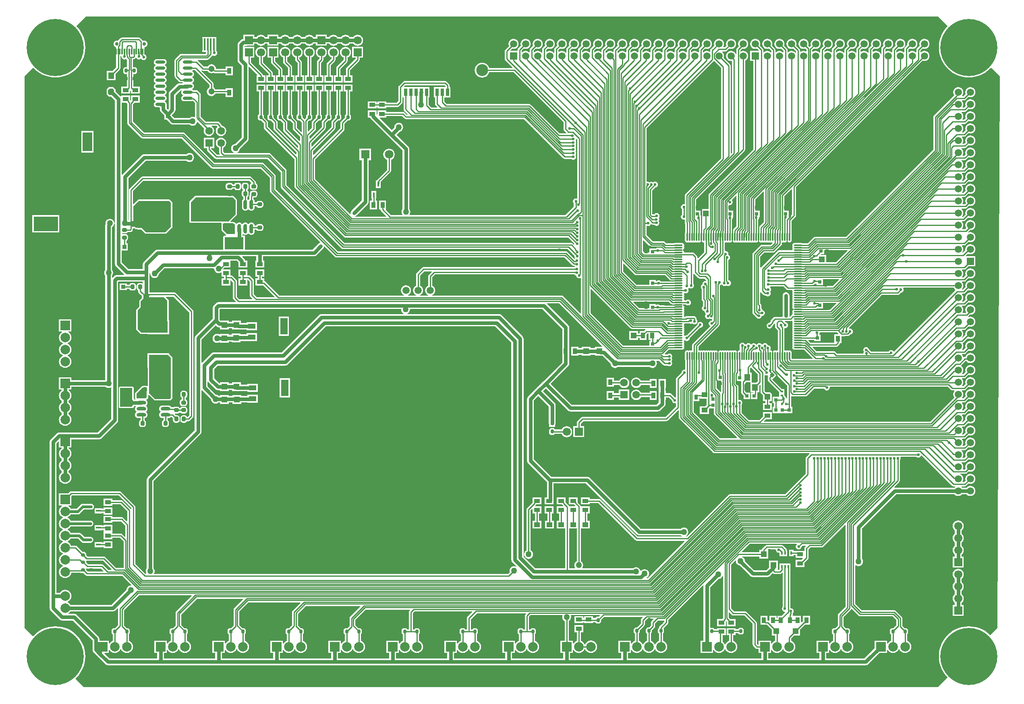
<source format=gtl>
G04*
G04 #@! TF.GenerationSoftware,Altium Limited,Altium Designer,21.0.3 (12)*
G04*
G04 Layer_Physical_Order=1*
G04 Layer_Color=255*
%FSLAX25Y25*%
%MOIN*%
G70*
G04*
G04 #@! TF.SameCoordinates,090C1E97-9EAB-41C8-8700-309E0BB34FF0*
G04*
G04*
G04 #@! TF.FilePolarity,Positive*
G04*
G01*
G75*
%ADD10C,0.01000*%
%ADD15C,0.00500*%
%ADD17C,0.02362*%
%ADD26O,0.05118X0.06890*%
%ADD27C,0.05000*%
%ADD28R,0.05000X0.05000*%
%ADD29R,0.06102X0.04331*%
%ADD30R,0.06102X0.13583*%
%ADD31R,0.06102X0.04331*%
%ADD32R,0.05000X0.04000*%
G04:AMPARAMS|DCode=33|XSize=40mil|YSize=50mil|CornerRadius=0mil|HoleSize=0mil|Usage=FLASHONLY|Rotation=270.000|XOffset=0mil|YOffset=0mil|HoleType=Round|Shape=Octagon|*
%AMOCTAGOND33*
4,1,8,0.02500,0.01000,0.02500,-0.01000,0.01500,-0.02000,-0.01500,-0.02000,-0.02500,-0.01000,-0.02500,0.01000,-0.01500,0.02000,0.01500,0.02000,0.02500,0.01000,0.0*
%
%ADD33OCTAGOND33*%

%ADD34R,0.03500X0.05000*%
G04:AMPARAMS|DCode=35|XSize=31.5mil|YSize=27.56mil|CornerRadius=0mil|HoleSize=0mil|Usage=FLASHONLY|Rotation=90.000|XOffset=0mil|YOffset=0mil|HoleType=Round|Shape=Octagon|*
%AMOCTAGOND35*
4,1,8,0.00689,0.01575,-0.00689,0.01575,-0.01378,0.00886,-0.01378,-0.00886,-0.00689,-0.01575,0.00689,-0.01575,0.01378,-0.00886,0.01378,0.00886,0.00689,0.01575,0.0*
%
%ADD35OCTAGOND35*%

%ADD36R,0.02756X0.03150*%
%ADD37R,0.05000X0.03500*%
%ADD38O,0.08268X0.02362*%
%ADD39R,0.01575X0.09843*%
%ADD40R,0.01772X0.03937*%
G04:AMPARAMS|DCode=41|XSize=31.5mil|YSize=27.56mil|CornerRadius=0mil|HoleSize=0mil|Usage=FLASHONLY|Rotation=180.000|XOffset=0mil|YOffset=0mil|HoleType=Round|Shape=Octagon|*
%AMOCTAGOND41*
4,1,8,-0.01575,0.00689,-0.01575,-0.00689,-0.00886,-0.01378,0.00886,-0.01378,0.01575,-0.00689,0.01575,0.00689,0.00886,0.01378,-0.00886,0.01378,-0.01575,0.00689,0.0*
%
%ADD41OCTAGOND41*%

%ADD42R,0.03150X0.02756*%
%ADD43R,0.03937X0.01772*%
%ADD44R,0.03000X0.03000*%
%ADD45R,0.01575X0.01968*%
%ADD46R,0.01968X0.01575*%
%ADD47R,0.03000X0.03000*%
%ADD48O,0.01181X0.07087*%
%ADD49R,0.05000X0.05000*%
%ADD50O,0.07087X0.01181*%
%ADD51P,0.04243X4X180.0*%
%ADD52R,0.04724X0.05512*%
%ADD53R,0.09449X0.06299*%
%ADD54R,0.01400X0.02800*%
%ADD55R,0.03000X0.04000*%
%ADD56R,0.06693X0.08661*%
%ADD57R,0.07087X0.05512*%
%ADD58R,0.02756X0.06299*%
G04:AMPARAMS|DCode=59|XSize=37mil|YSize=32mil|CornerRadius=8mil|HoleSize=0mil|Usage=FLASHONLY|Rotation=180.000|XOffset=0mil|YOffset=0mil|HoleType=Round|Shape=RoundedRectangle|*
%AMROUNDEDRECTD59*
21,1,0.03700,0.01600,0,0,180.0*
21,1,0.02100,0.03200,0,0,180.0*
1,1,0.01600,-0.01050,0.00800*
1,1,0.01600,0.01050,0.00800*
1,1,0.01600,0.01050,-0.00800*
1,1,0.01600,-0.01050,-0.00800*
%
%ADD59ROUNDEDRECTD59*%
%ADD60R,0.05906X0.06102*%
%ADD61R,0.01181X0.05118*%
G04:AMPARAMS|DCode=62|XSize=37mil|YSize=32mil|CornerRadius=8mil|HoleSize=0mil|Usage=FLASHONLY|Rotation=270.000|XOffset=0mil|YOffset=0mil|HoleType=Round|Shape=RoundedRectangle|*
%AMROUNDEDRECTD62*
21,1,0.03700,0.01600,0,0,270.0*
21,1,0.02100,0.03200,0,0,270.0*
1,1,0.01600,-0.00800,-0.01050*
1,1,0.01600,-0.00800,0.01050*
1,1,0.01600,0.00800,0.01050*
1,1,0.01600,0.00800,-0.01050*
%
%ADD62ROUNDEDRECTD62*%
%ADD63O,0.03000X0.08000*%
%ADD64R,0.10000X0.05000*%
%ADD65R,0.05000X0.06000*%
%ADD66R,0.09449X0.07874*%
%ADD67R,0.03200X0.03700*%
%ADD68R,0.05000X0.10000*%
%ADD69O,0.08000X0.03000*%
%ADD70R,0.07874X0.09449*%
%ADD71R,0.03700X0.03200*%
%ADD72R,0.06000X0.05000*%
%ADD73R,0.05118X0.03937*%
%ADD74R,0.15748X0.09449*%
G04:AMPARAMS|DCode=75|XSize=80mil|YSize=30mil|CornerRadius=0mil|HoleSize=0mil|Usage=FLASHONLY|Rotation=0.000|XOffset=0mil|YOffset=0mil|HoleType=Round|Shape=Octagon|*
%AMOCTAGOND75*
4,1,8,0.04000,-0.00750,0.04000,0.00750,0.03250,0.01500,-0.03250,0.01500,-0.04000,0.00750,-0.04000,-0.00750,-0.03250,-0.01500,0.03250,-0.01500,0.04000,-0.00750,0.0*
%
%ADD75OCTAGOND75*%

G04:AMPARAMS|DCode=76|XSize=80mil|YSize=30mil|CornerRadius=0mil|HoleSize=0mil|Usage=FLASHONLY|Rotation=90.000|XOffset=0mil|YOffset=0mil|HoleType=Round|Shape=Octagon|*
%AMOCTAGOND76*
4,1,8,0.00750,0.04000,-0.00750,0.04000,-0.01500,0.03250,-0.01500,-0.03250,-0.00750,-0.04000,0.00750,-0.04000,0.01500,-0.03250,0.01500,0.03250,0.00750,0.04000,0.0*
%
%ADD76OCTAGOND76*%

%ADD77R,0.09449X0.15748*%
%ADD78R,0.05000X0.05500*%
G04:AMPARAMS|DCode=79|XSize=55mil|YSize=50mil|CornerRadius=0mil|HoleSize=0mil|Usage=FLASHONLY|Rotation=270.000|XOffset=0mil|YOffset=0mil|HoleType=Round|Shape=Octagon|*
%AMOCTAGOND79*
4,1,8,-0.01250,-0.02750,0.01250,-0.02750,0.02500,-0.01500,0.02500,0.01500,0.01250,0.02750,-0.01250,0.02750,-0.02500,0.01500,-0.02500,-0.01500,-0.01250,-0.02750,0.0*
%
%ADD79OCTAGOND79*%

%ADD157C,0.03150*%
%ADD158R,0.07874X0.07874*%
%ADD159C,0.07874*%
%ADD160R,0.20000X0.12000*%
%ADD161O,0.20000X0.12000*%
%ADD162R,0.07874X0.15748*%
%ADD163R,0.15748X0.07874*%
%ADD164C,0.05118*%
%ADD165C,0.07087*%
%ADD166R,0.07087X0.07087*%
%ADD167R,0.07874X0.07874*%
%ADD168C,0.47244*%
%ADD169C,0.05906*%
%ADD170C,0.09843*%
%ADD171R,0.05906X0.05906*%
%ADD172C,0.06693*%
%ADD173R,0.06693X0.06693*%
%ADD174R,0.06693X0.06693*%
%ADD175O,0.04724X0.07087*%
%ADD176O,0.04724X0.07874*%
%ADD177R,0.05906X0.05906*%
%ADD178R,0.06299X0.06299*%
%ADD179C,0.06299*%
%ADD180C,0.02953*%
%ADD181C,0.02362*%
G36*
X1246219Y765901D02*
X1246214Y765598D01*
X1244357Y763520D01*
X1242745Y761248D01*
X1241397Y758810D01*
X1240331Y756237D01*
X1239560Y753559D01*
X1239094Y750813D01*
X1238937Y748032D01*
X1239094Y745250D01*
X1239560Y742504D01*
X1240331Y739827D01*
X1241397Y737253D01*
X1242745Y734815D01*
X1244357Y732543D01*
X1246214Y730466D01*
X1248291Y728609D01*
X1250563Y726997D01*
X1253001Y725649D01*
X1255575Y724583D01*
X1258252Y723812D01*
X1260998Y723346D01*
X1263780Y723189D01*
X1266561Y723346D01*
X1269308Y723812D01*
X1271984Y724583D01*
X1274558Y725649D01*
X1276997Y726997D01*
X1279268Y728609D01*
X1281346Y730466D01*
X1281903Y731090D01*
X1282403Y731109D01*
X1289370Y724409D01*
X1287402Y267717D01*
X1281346Y261661D01*
X1279268Y263517D01*
X1276997Y265129D01*
X1274558Y266476D01*
X1271984Y267543D01*
X1269308Y268314D01*
X1266561Y268780D01*
X1263780Y268937D01*
X1260998Y268780D01*
X1258252Y268314D01*
X1255575Y267543D01*
X1253001Y266476D01*
X1250563Y265129D01*
X1248291Y263517D01*
X1246214Y261661D01*
X1244357Y259583D01*
X1242745Y257311D01*
X1241397Y254873D01*
X1240331Y252299D01*
X1239560Y249622D01*
X1239094Y246876D01*
X1238937Y244094D01*
X1239094Y241313D01*
X1239560Y238566D01*
X1240331Y235890D01*
X1241397Y233316D01*
X1242745Y230877D01*
X1244357Y228606D01*
X1246213Y226528D01*
X1238189Y218504D01*
X531496D01*
X524658Y225342D01*
X524672Y225842D01*
X525440Y226528D01*
X527296Y228606D01*
X528908Y230877D01*
X530256Y233316D01*
X531322Y235890D01*
X532093Y238566D01*
X532560Y241313D01*
X532716Y244094D01*
X532560Y246876D01*
X532093Y249622D01*
X531322Y252299D01*
X530256Y254873D01*
X528908Y257311D01*
X527296Y259583D01*
X525440Y261661D01*
X523363Y263517D01*
X521091Y265129D01*
X518653Y266476D01*
X516079Y267543D01*
X513402Y268314D01*
X510655Y268780D01*
X507874Y268937D01*
X505093Y268780D01*
X502346Y268314D01*
X499669Y267543D01*
X497095Y266476D01*
X494657Y265129D01*
X492385Y263517D01*
X490308Y261661D01*
X489621Y260892D01*
X489122Y260878D01*
X482283Y267717D01*
X482283Y724409D01*
X489251Y731109D01*
X489750Y731090D01*
X490308Y730466D01*
X492385Y728609D01*
X494657Y726997D01*
X497095Y725649D01*
X499669Y724583D01*
X502346Y723812D01*
X505093Y723346D01*
X507874Y723189D01*
X510655Y723346D01*
X513402Y723812D01*
X516079Y724583D01*
X518653Y725649D01*
X521091Y726997D01*
X523363Y728609D01*
X525440Y730466D01*
X527296Y732543D01*
X528908Y734815D01*
X530256Y737253D01*
X531322Y739827D01*
X532093Y742504D01*
X532560Y745250D01*
X532716Y748032D01*
X532560Y750813D01*
X532093Y753559D01*
X531322Y756237D01*
X530256Y758810D01*
X528908Y761248D01*
X527296Y763520D01*
X525440Y765598D01*
X525435Y765901D01*
X533465Y773622D01*
X1238189D01*
X1246219Y765901D01*
D02*
G37*
%LPC*%
G36*
X758000Y758567D02*
X756818Y758411D01*
X755717Y757955D01*
X754771Y757229D01*
X754426Y756780D01*
X751574D01*
X751229Y757229D01*
X750283Y757955D01*
X749182Y758411D01*
X748000Y758567D01*
X746818Y758411D01*
X745717Y757955D01*
X744771Y757229D01*
X744426Y756780D01*
X741574D01*
X741229Y757229D01*
X740283Y757955D01*
X739182Y758411D01*
X738000Y758567D01*
X736818Y758411D01*
X735717Y757955D01*
X734771Y757229D01*
X734426Y756780D01*
X732527D01*
Y758528D01*
X723472D01*
Y756780D01*
X721574D01*
X721229Y757229D01*
X720283Y757955D01*
X719182Y758411D01*
X718000Y758567D01*
X716818Y758411D01*
X715717Y757955D01*
X714771Y757229D01*
X714426Y756780D01*
X711574D01*
X711229Y757229D01*
X710283Y757955D01*
X709182Y758411D01*
X708000Y758567D01*
X706818Y758411D01*
X705717Y757955D01*
X704771Y757229D01*
X704426Y756780D01*
X701574D01*
X701229Y757229D01*
X700283Y757955D01*
X699182Y758411D01*
X698000Y758567D01*
X696818Y758411D01*
X695717Y757955D01*
X694771Y757229D01*
X694426Y756780D01*
X692527D01*
Y758528D01*
X683472D01*
Y756780D01*
X681574D01*
X681229Y757229D01*
X680283Y757955D01*
X679182Y758411D01*
X678000Y758567D01*
X676818Y758411D01*
X675717Y757955D01*
X674771Y757229D01*
X674426Y756780D01*
X672528D01*
Y758528D01*
X663473D01*
Y755008D01*
X663345D01*
X662626Y754913D01*
X661955Y754636D01*
X661379Y754194D01*
X659535Y752349D01*
X659093Y751773D01*
X658815Y751103D01*
X658720Y750383D01*
Y737500D01*
X658815Y736781D01*
X659093Y736110D01*
X659535Y735534D01*
X662220Y732849D01*
Y673651D01*
X656749Y668180D01*
X656039Y668086D01*
X655144Y667715D01*
X654375Y667125D01*
X653785Y666356D01*
X653414Y665461D01*
X653287Y664500D01*
X653414Y663539D01*
X653785Y662644D01*
X654375Y661875D01*
X655144Y661285D01*
X655314Y661214D01*
X655214Y660714D01*
X647831D01*
X646714Y661831D01*
Y665023D01*
X647184Y665217D01*
X648089Y665911D01*
X648783Y666816D01*
X649219Y667870D01*
X649368Y669000D01*
X649219Y670130D01*
X648783Y671184D01*
X648089Y672089D01*
X647184Y672783D01*
X646131Y673219D01*
X645000Y673368D01*
X643869Y673219D01*
X642816Y672783D01*
X641911Y672089D01*
X641217Y671184D01*
X640781Y670130D01*
X640632Y669000D01*
X640781Y667870D01*
X641217Y666816D01*
X641911Y665911D01*
X642816Y665217D01*
X643286Y665023D01*
Y661121D01*
X643416Y660465D01*
X643788Y659909D01*
X644021Y659676D01*
X643830Y659214D01*
X641710D01*
X636755Y664169D01*
X636812Y664669D01*
X639331D01*
Y673331D01*
X630669D01*
Y664669D01*
X633286D01*
Y663500D01*
X633416Y662844D01*
X633788Y662288D01*
X639788Y656288D01*
X640344Y655916D01*
X641000Y655786D01*
X683290D01*
X694286Y644790D01*
Y632879D01*
X694416Y632223D01*
X694788Y631667D01*
X744667Y581788D01*
X745223Y581416D01*
X745879Y581286D01*
X931790D01*
X937448Y575628D01*
X937410Y575438D01*
X937594Y574516D01*
X937942Y573995D01*
X937832Y573369D01*
X937796Y573345D01*
X937728Y573243D01*
X937230Y573194D01*
X931712Y578712D01*
X931156Y579084D01*
X930500Y579214D01*
X741710D01*
X690214Y630710D01*
Y641500D01*
X690084Y642156D01*
X689712Y642712D01*
X680212Y652212D01*
X679656Y652584D01*
X679000Y652714D01*
X639331D01*
X614833Y677212D01*
X614277Y677584D01*
X613621Y677714D01*
X581331D01*
X572214Y686831D01*
Y701049D01*
X573212Y702047D01*
X573400Y702328D01*
X577681D01*
Y708191D01*
X570319D01*
Y704394D01*
X570185Y704282D01*
X570000Y704190D01*
X569816Y704282D01*
X569682Y704394D01*
Y708191D01*
X562319D01*
Y707569D01*
X561819Y707362D01*
X557681Y711500D01*
Y713341D01*
X555840Y715181D01*
X552160D01*
X550319Y713341D01*
Y709160D01*
X552160Y707319D01*
X554000D01*
X557220Y704099D01*
Y569000D01*
X557315Y568281D01*
X557593Y567610D01*
X558035Y567034D01*
X564789Y560280D01*
X564582Y559780D01*
X558845D01*
X558126Y559685D01*
X557455Y559407D01*
X556880Y558965D01*
X555280Y557366D01*
X554780Y557573D01*
Y559076D01*
X555215Y559644D01*
X555586Y560539D01*
X555713Y561500D01*
X555586Y562461D01*
X555215Y563356D01*
X554780Y563924D01*
Y599253D01*
X554856Y599285D01*
X555625Y599875D01*
X556215Y600644D01*
X556586Y601539D01*
X556713Y602500D01*
X556586Y603461D01*
X556215Y604356D01*
X555625Y605125D01*
X554856Y605715D01*
X553961Y606086D01*
X553000Y606213D01*
X552039Y606086D01*
X551144Y605715D01*
X550375Y605125D01*
X549785Y604356D01*
X549414Y603461D01*
X549287Y602500D01*
X549372Y601856D01*
X549315Y601719D01*
X549220Y600999D01*
Y563924D01*
X548785Y563356D01*
X548414Y562461D01*
X548287Y561500D01*
X548414Y560539D01*
X548785Y559644D01*
X549220Y559076D01*
Y472780D01*
X521118D01*
Y475118D01*
X510882D01*
Y464882D01*
X513220D01*
Y464318D01*
X512350Y463650D01*
X511529Y462581D01*
X511014Y461336D01*
X510838Y460000D01*
X511014Y458664D01*
X511529Y457419D01*
X512350Y456350D01*
X513220Y455682D01*
Y454318D01*
X512350Y453650D01*
X511529Y452581D01*
X511014Y451336D01*
X510838Y450000D01*
X511014Y448664D01*
X511529Y447419D01*
X512350Y446350D01*
X513220Y445682D01*
Y444318D01*
X512350Y443650D01*
X511529Y442581D01*
X511014Y441336D01*
X510838Y440000D01*
X511014Y438664D01*
X511529Y437419D01*
X512350Y436350D01*
X513419Y435529D01*
X514664Y435014D01*
X516000Y434838D01*
X517336Y435014D01*
X518581Y435529D01*
X519650Y436350D01*
X520471Y437419D01*
X520986Y438664D01*
X521162Y440000D01*
X520986Y441336D01*
X520471Y442581D01*
X519650Y443650D01*
X518780Y444318D01*
Y445682D01*
X519650Y446350D01*
X520471Y447419D01*
X520986Y448664D01*
X521162Y450000D01*
X520986Y451336D01*
X520471Y452581D01*
X519650Y453650D01*
X518780Y454318D01*
Y455682D01*
X519650Y456350D01*
X520471Y457419D01*
X520986Y458664D01*
X521162Y460000D01*
X520986Y461336D01*
X520471Y462581D01*
X519650Y463650D01*
X518780Y464318D01*
Y464882D01*
X521118D01*
Y467220D01*
X549576D01*
X550144Y466785D01*
X551039Y466414D01*
X552000Y466287D01*
X552961Y466414D01*
X553720Y466728D01*
X554220Y466495D01*
Y440651D01*
X542849Y429280D01*
X511000D01*
X510281Y429185D01*
X509610Y428907D01*
X509034Y428466D01*
X504035Y423465D01*
X503593Y422890D01*
X503315Y422219D01*
X503220Y421500D01*
Y295000D01*
Y284000D01*
X503315Y283281D01*
X503593Y282610D01*
X504035Y282034D01*
X511535Y274535D01*
X512110Y274093D01*
X512781Y273815D01*
X513500Y273720D01*
X522349D01*
X538720Y257349D01*
Y249500D01*
X538815Y248781D01*
X539093Y248110D01*
X539535Y247534D01*
X542284Y244784D01*
X549535Y237534D01*
X550110Y237093D01*
X550781Y236815D01*
X551500Y236720D01*
X1178500D01*
X1179219Y236815D01*
X1179890Y237093D01*
X1180466Y237534D01*
X1189813Y246882D01*
X1196118D01*
Y249169D01*
X1196618Y249303D01*
X1197350Y248350D01*
X1198419Y247529D01*
X1199664Y247014D01*
X1201000Y246838D01*
X1202336Y247014D01*
X1203581Y247529D01*
X1204650Y248350D01*
X1205471Y249419D01*
X1205729Y250044D01*
X1206271D01*
X1206529Y249419D01*
X1207350Y248350D01*
X1208419Y247529D01*
X1209664Y247014D01*
X1211000Y246838D01*
X1212336Y247014D01*
X1213581Y247529D01*
X1214650Y248350D01*
X1215471Y249419D01*
X1215986Y250664D01*
X1216162Y252000D01*
X1215986Y253336D01*
X1215471Y254581D01*
X1214650Y255650D01*
X1213581Y256471D01*
X1212714Y256830D01*
Y262332D01*
X1213559Y263177D01*
Y266130D01*
X1212280Y267409D01*
X1210668D01*
X1208714Y269364D01*
Y275621D01*
X1208584Y276277D01*
X1208212Y276833D01*
X1203333Y281712D01*
X1202777Y282084D01*
X1202121Y282214D01*
X1175210D01*
X1169714Y287710D01*
Y319368D01*
X1170214Y319614D01*
X1170644Y319285D01*
X1171539Y318914D01*
X1172500Y318787D01*
X1173461Y318914D01*
X1174356Y319285D01*
X1175125Y319875D01*
X1175715Y320644D01*
X1176086Y321539D01*
X1176213Y322500D01*
X1176086Y323461D01*
X1175715Y324356D01*
X1175280Y324924D01*
Y349849D01*
X1203651Y378220D01*
X1251922D01*
X1252052Y378052D01*
X1252915Y377389D01*
X1253921Y376973D01*
X1255000Y376831D01*
X1256079Y376973D01*
X1257085Y377389D01*
X1257948Y378052D01*
X1258078Y378220D01*
X1261922D01*
X1262052Y378052D01*
X1262915Y377389D01*
X1263921Y376973D01*
X1265000Y376831D01*
X1266079Y376973D01*
X1267085Y377389D01*
X1267948Y378052D01*
X1268611Y378915D01*
X1269027Y379921D01*
X1269170Y381000D01*
X1269027Y382079D01*
X1268611Y383085D01*
X1267948Y383948D01*
X1267085Y384611D01*
X1266079Y385027D01*
X1265000Y385170D01*
X1263921Y385027D01*
X1262915Y384611D01*
X1262052Y383948D01*
X1261922Y383780D01*
X1258078D01*
X1257948Y383948D01*
X1257508Y384286D01*
X1257678Y384786D01*
X1260500D01*
X1261156Y384916D01*
X1261712Y385288D01*
X1263550Y387126D01*
X1263921Y386973D01*
X1265000Y386830D01*
X1266079Y386973D01*
X1267085Y387389D01*
X1267948Y388052D01*
X1268611Y388915D01*
X1269027Y389921D01*
X1269170Y391000D01*
X1269027Y392079D01*
X1268611Y393085D01*
X1267948Y393948D01*
X1267085Y394611D01*
X1266079Y395027D01*
X1265000Y395169D01*
X1263921Y395027D01*
X1262915Y394611D01*
X1262052Y393948D01*
X1261389Y393085D01*
X1260973Y392079D01*
X1260830Y391000D01*
X1260973Y389921D01*
X1261126Y389550D01*
X1259790Y388214D01*
X1258638D01*
X1258417Y388663D01*
X1258611Y388915D01*
X1259027Y389921D01*
X1259169Y391000D01*
X1259027Y392079D01*
X1258611Y393085D01*
X1257948Y393948D01*
X1257085Y394611D01*
X1256662Y394786D01*
X1256762Y395286D01*
X1261000D01*
X1261656Y395416D01*
X1262212Y395788D01*
X1263550Y397126D01*
X1263921Y396973D01*
X1265000Y396831D01*
X1266079Y396973D01*
X1267085Y397389D01*
X1267948Y398052D01*
X1268611Y398915D01*
X1269027Y399921D01*
X1269170Y401000D01*
X1269027Y402079D01*
X1268611Y403085D01*
X1267948Y403948D01*
X1267085Y404611D01*
X1266079Y405027D01*
X1265000Y405169D01*
X1263921Y405027D01*
X1262915Y404611D01*
X1262052Y403948D01*
X1261389Y403085D01*
X1260973Y402079D01*
X1260830Y401000D01*
X1260973Y399921D01*
X1261126Y399550D01*
X1260290Y398714D01*
X1259063D01*
X1258735Y399214D01*
X1259027Y399921D01*
X1259169Y401000D01*
X1259027Y402079D01*
X1258611Y403085D01*
X1257948Y403948D01*
X1257508Y404286D01*
X1257678Y404786D01*
X1260500D01*
X1261156Y404916D01*
X1261712Y405288D01*
X1263550Y407126D01*
X1263921Y406973D01*
X1265000Y406831D01*
X1266079Y406973D01*
X1267085Y407389D01*
X1267948Y408052D01*
X1268611Y408915D01*
X1269027Y409921D01*
X1269170Y411000D01*
X1269027Y412079D01*
X1268611Y413085D01*
X1267948Y413948D01*
X1267085Y414611D01*
X1266079Y415028D01*
X1265000Y415169D01*
X1263921Y415028D01*
X1262915Y414611D01*
X1262052Y413948D01*
X1261389Y413085D01*
X1260973Y412079D01*
X1260830Y411000D01*
X1260973Y409921D01*
X1261126Y409550D01*
X1259790Y408214D01*
X1258638D01*
X1258417Y408663D01*
X1258611Y408915D01*
X1259027Y409921D01*
X1259169Y411000D01*
X1259027Y412079D01*
X1258611Y413085D01*
X1257948Y413948D01*
X1257508Y414286D01*
X1257678Y414786D01*
X1260500D01*
X1261156Y414916D01*
X1261712Y415288D01*
X1263550Y417126D01*
X1263921Y416972D01*
X1265000Y416830D01*
X1266079Y416972D01*
X1267085Y417389D01*
X1267948Y418052D01*
X1268611Y418915D01*
X1269027Y419921D01*
X1269170Y421000D01*
X1269027Y422079D01*
X1268611Y423085D01*
X1267948Y423948D01*
X1267085Y424611D01*
X1266079Y425028D01*
X1265000Y425170D01*
X1263921Y425028D01*
X1262915Y424611D01*
X1262052Y423948D01*
X1261389Y423085D01*
X1260973Y422079D01*
X1260830Y421000D01*
X1260973Y419921D01*
X1261126Y419550D01*
X1259790Y418214D01*
X1258638D01*
X1258417Y418663D01*
X1258611Y418915D01*
X1259027Y419921D01*
X1259169Y421000D01*
X1259027Y422079D01*
X1258611Y423085D01*
X1258073Y423786D01*
X1258287Y424286D01*
X1260000D01*
X1260656Y424416D01*
X1261212Y424788D01*
X1263550Y427126D01*
X1263921Y426972D01*
X1265000Y426830D01*
X1266079Y426972D01*
X1267085Y427389D01*
X1267948Y428052D01*
X1268611Y428915D01*
X1269027Y429921D01*
X1269170Y431000D01*
X1269027Y432079D01*
X1268611Y433085D01*
X1267948Y433948D01*
X1267085Y434611D01*
X1266079Y435028D01*
X1265000Y435170D01*
X1263921Y435028D01*
X1262915Y434611D01*
X1262052Y433948D01*
X1261389Y433085D01*
X1260973Y432079D01*
X1260830Y431000D01*
X1260973Y429921D01*
X1261126Y429550D01*
X1259290Y427714D01*
X1258287D01*
X1258073Y428214D01*
X1258611Y428915D01*
X1259027Y429921D01*
X1259169Y431000D01*
X1259027Y432079D01*
X1258611Y433085D01*
X1258073Y433786D01*
X1258287Y434286D01*
X1259334D01*
X1259990Y434416D01*
X1260546Y434788D01*
X1263079Y437321D01*
X1263921Y436973D01*
X1265000Y436831D01*
X1266079Y436973D01*
X1267085Y437389D01*
X1267948Y438052D01*
X1268611Y438915D01*
X1269027Y439921D01*
X1269170Y441000D01*
X1269027Y442079D01*
X1268611Y443085D01*
X1267948Y443948D01*
X1267085Y444611D01*
X1266079Y445027D01*
X1265000Y445169D01*
X1263921Y445027D01*
X1262915Y444611D01*
X1262052Y443948D01*
X1261389Y443085D01*
X1260973Y442079D01*
X1260830Y441000D01*
X1260956Y440046D01*
X1258748Y437838D01*
X1258418Y437880D01*
X1258205Y438387D01*
X1258611Y438915D01*
X1259027Y439921D01*
X1259169Y441000D01*
X1259027Y442079D01*
X1258611Y443085D01*
X1258073Y443786D01*
X1258287Y444286D01*
X1260000D01*
X1260656Y444416D01*
X1261212Y444788D01*
X1263550Y447126D01*
X1263921Y446973D01*
X1265000Y446831D01*
X1266079Y446973D01*
X1267085Y447389D01*
X1267948Y448052D01*
X1268611Y448915D01*
X1269027Y449921D01*
X1269170Y451000D01*
X1269027Y452079D01*
X1268611Y453085D01*
X1267948Y453948D01*
X1267085Y454611D01*
X1266079Y455027D01*
X1265000Y455169D01*
X1263921Y455027D01*
X1262915Y454611D01*
X1262052Y453948D01*
X1261389Y453085D01*
X1260973Y452079D01*
X1260830Y451000D01*
X1260973Y449921D01*
X1261126Y449550D01*
X1259290Y447714D01*
X1258287D01*
X1258073Y448214D01*
X1258611Y448915D01*
X1259027Y449921D01*
X1259169Y451000D01*
X1259027Y452079D01*
X1258611Y453085D01*
X1258073Y453786D01*
X1258287Y454286D01*
X1260000D01*
X1260656Y454416D01*
X1261212Y454788D01*
X1263550Y457126D01*
X1263921Y456973D01*
X1265000Y456831D01*
X1266079Y456973D01*
X1267085Y457389D01*
X1267948Y458052D01*
X1268611Y458915D01*
X1269027Y459921D01*
X1269170Y461000D01*
X1269027Y462079D01*
X1268611Y463085D01*
X1267948Y463948D01*
X1267085Y464611D01*
X1266079Y465028D01*
X1265000Y465169D01*
X1263921Y465028D01*
X1262915Y464611D01*
X1262052Y463948D01*
X1261389Y463085D01*
X1260973Y462079D01*
X1260830Y461000D01*
X1260973Y459921D01*
X1261126Y459550D01*
X1259290Y457714D01*
X1258287D01*
X1258073Y458214D01*
X1258611Y458915D01*
X1259027Y459921D01*
X1259169Y461000D01*
X1259027Y462079D01*
X1258611Y463085D01*
X1258073Y463786D01*
X1258287Y464286D01*
X1260000D01*
X1260656Y464416D01*
X1261212Y464788D01*
X1263550Y467126D01*
X1263921Y466972D01*
X1265000Y466830D01*
X1266079Y466972D01*
X1267085Y467389D01*
X1267948Y468052D01*
X1268611Y468915D01*
X1269027Y469921D01*
X1269170Y471000D01*
X1269027Y472079D01*
X1268611Y473085D01*
X1267948Y473948D01*
X1267085Y474611D01*
X1266079Y475028D01*
X1265000Y475170D01*
X1263921Y475028D01*
X1262915Y474611D01*
X1262052Y473948D01*
X1261389Y473085D01*
X1260973Y472079D01*
X1260830Y471000D01*
X1260973Y469921D01*
X1261126Y469550D01*
X1259290Y467714D01*
X1258287D01*
X1258073Y468214D01*
X1258611Y468915D01*
X1259027Y469921D01*
X1259169Y471000D01*
X1259027Y472079D01*
X1258611Y473085D01*
X1258073Y473786D01*
X1258287Y474286D01*
X1260000D01*
X1260656Y474416D01*
X1261212Y474788D01*
X1263550Y477126D01*
X1263921Y476972D01*
X1265000Y476830D01*
X1266079Y476972D01*
X1267085Y477389D01*
X1267948Y478052D01*
X1268611Y478915D01*
X1269027Y479921D01*
X1269170Y481000D01*
X1269027Y482079D01*
X1268611Y483085D01*
X1267948Y483948D01*
X1267085Y484611D01*
X1266079Y485028D01*
X1265000Y485170D01*
X1263921Y485028D01*
X1262915Y484611D01*
X1262052Y483948D01*
X1261389Y483085D01*
X1260973Y482079D01*
X1260830Y481000D01*
X1260973Y479921D01*
X1261126Y479550D01*
X1259290Y477714D01*
X1258287D01*
X1258073Y478214D01*
X1258611Y478915D01*
X1259027Y479921D01*
X1259169Y481000D01*
X1259027Y482079D01*
X1258611Y483085D01*
X1257948Y483948D01*
X1257518Y484279D01*
X1257527Y484577D01*
X1257603Y484843D01*
X1261237Y488477D01*
X1261741Y488457D01*
X1262052Y488052D01*
X1262915Y487389D01*
X1263921Y486973D01*
X1265000Y486831D01*
X1266079Y486973D01*
X1267085Y487389D01*
X1267948Y488052D01*
X1268611Y488915D01*
X1269027Y489921D01*
X1269170Y491000D01*
X1269027Y492079D01*
X1268611Y493085D01*
X1267948Y493948D01*
X1267085Y494611D01*
X1266079Y495027D01*
X1265000Y495169D01*
X1263921Y495027D01*
X1262915Y494611D01*
X1262052Y493948D01*
X1261389Y493085D01*
X1260973Y492079D01*
X1260952Y491925D01*
X1260547D01*
X1259891Y491795D01*
X1259595Y491597D01*
X1259059Y491840D01*
X1259027Y492079D01*
X1258611Y493085D01*
X1258073Y493786D01*
X1258287Y494286D01*
X1260000D01*
X1260656Y494416D01*
X1261212Y494788D01*
X1263550Y497126D01*
X1263921Y496973D01*
X1265000Y496831D01*
X1266079Y496973D01*
X1267085Y497389D01*
X1267948Y498052D01*
X1268611Y498915D01*
X1269027Y499921D01*
X1269170Y501000D01*
X1269027Y502079D01*
X1268611Y503085D01*
X1267948Y503948D01*
X1267085Y504611D01*
X1266079Y505027D01*
X1265000Y505169D01*
X1263921Y505027D01*
X1262915Y504611D01*
X1262052Y503948D01*
X1261389Y503085D01*
X1260973Y502079D01*
X1260830Y501000D01*
X1260973Y499921D01*
X1261126Y499550D01*
X1259290Y497714D01*
X1258287D01*
X1258073Y498214D01*
X1258611Y498915D01*
X1259027Y499921D01*
X1259169Y501000D01*
X1259027Y502079D01*
X1258697Y502877D01*
X1258648Y503149D01*
X1258883Y503552D01*
X1259165Y503741D01*
X1262857Y507433D01*
X1262915Y507389D01*
X1263921Y506973D01*
X1265000Y506831D01*
X1266079Y506973D01*
X1267085Y507389D01*
X1267948Y508052D01*
X1268611Y508915D01*
X1269027Y509921D01*
X1269170Y511000D01*
X1269027Y512079D01*
X1268611Y513085D01*
X1267948Y513948D01*
X1267085Y514611D01*
X1266079Y515028D01*
X1265000Y515169D01*
X1263921Y515028D01*
X1262915Y514611D01*
X1262052Y513948D01*
X1261389Y513085D01*
X1260973Y512079D01*
X1260830Y511000D01*
X1260917Y510341D01*
X1258514Y507938D01*
X1258488Y507934D01*
X1258267Y508185D01*
X1258186Y508361D01*
X1258611Y508915D01*
X1259027Y509921D01*
X1259169Y511000D01*
X1259027Y512079D01*
X1258611Y513085D01*
X1258073Y513786D01*
X1258287Y514286D01*
X1260000D01*
X1260656Y514416D01*
X1261212Y514788D01*
X1263550Y517126D01*
X1263921Y516972D01*
X1265000Y516830D01*
X1266079Y516972D01*
X1267085Y517389D01*
X1267948Y518052D01*
X1268611Y518915D01*
X1269027Y519921D01*
X1269170Y521000D01*
X1269027Y522079D01*
X1268611Y523085D01*
X1267948Y523948D01*
X1267085Y524611D01*
X1266079Y525028D01*
X1265000Y525170D01*
X1263921Y525028D01*
X1263398Y524811D01*
X1263161Y525254D01*
X1263212Y525288D01*
X1263919Y525995D01*
X1264266Y526515D01*
X1264631Y526879D01*
X1265000Y526830D01*
X1266079Y526972D01*
X1267085Y527389D01*
X1267948Y528052D01*
X1268611Y528915D01*
X1269027Y529921D01*
X1269170Y531000D01*
X1269027Y532079D01*
X1268611Y533085D01*
X1267948Y533948D01*
X1267085Y534611D01*
X1266079Y535028D01*
X1265000Y535170D01*
X1263921Y535028D01*
X1262915Y534611D01*
X1262052Y533948D01*
X1261389Y533085D01*
X1260973Y532079D01*
X1260830Y531000D01*
X1260973Y529921D01*
X1261389Y528915D01*
X1261576Y528672D01*
X1261495Y528592D01*
X1261243Y528214D01*
X1258638D01*
X1258417Y528662D01*
X1258611Y528915D01*
X1259027Y529921D01*
X1259169Y531000D01*
X1259027Y532079D01*
X1258611Y533085D01*
X1258073Y533786D01*
X1258287Y534286D01*
X1260000D01*
X1260656Y534416D01*
X1261212Y534788D01*
X1263550Y537126D01*
X1263921Y536973D01*
X1265000Y536831D01*
X1266079Y536973D01*
X1267085Y537389D01*
X1267948Y538052D01*
X1268611Y538915D01*
X1269027Y539921D01*
X1269170Y541000D01*
X1269027Y542079D01*
X1268611Y543085D01*
X1267948Y543948D01*
X1267085Y544611D01*
X1266079Y545027D01*
X1265000Y545169D01*
X1263921Y545027D01*
X1262915Y544611D01*
X1262052Y543948D01*
X1261389Y543085D01*
X1260973Y542079D01*
X1260830Y541000D01*
X1260973Y539921D01*
X1261126Y539550D01*
X1259290Y537714D01*
X1258287D01*
X1258073Y538214D01*
X1258611Y538915D01*
X1259027Y539921D01*
X1259169Y541000D01*
X1259027Y542079D01*
X1258611Y543085D01*
X1258073Y543786D01*
X1258287Y544286D01*
X1259500D01*
X1260156Y544416D01*
X1260712Y544788D01*
X1263197Y547273D01*
X1263921Y546973D01*
X1265000Y546831D01*
X1266079Y546973D01*
X1267085Y547389D01*
X1267948Y548052D01*
X1268611Y548915D01*
X1269027Y549921D01*
X1269170Y551000D01*
X1269027Y552079D01*
X1268611Y553085D01*
X1267948Y553948D01*
X1267085Y554611D01*
X1266079Y555027D01*
X1265000Y555169D01*
X1263921Y555027D01*
X1262915Y554611D01*
X1262052Y553948D01*
X1261389Y553085D01*
X1260973Y552079D01*
X1260830Y551000D01*
X1260973Y549921D01*
X1260980Y549904D01*
X1258790Y547714D01*
X1258287D01*
X1258073Y548214D01*
X1258611Y548915D01*
X1259027Y549921D01*
X1259169Y551000D01*
X1259027Y552079D01*
X1258611Y553085D01*
X1258073Y553786D01*
X1258287Y554286D01*
X1260000D01*
X1260656Y554416D01*
X1261212Y554788D01*
X1263550Y557126D01*
X1263921Y556973D01*
X1265000Y556831D01*
X1266079Y556973D01*
X1267085Y557389D01*
X1267948Y558052D01*
X1268611Y558915D01*
X1269027Y559921D01*
X1269170Y561000D01*
X1269027Y562079D01*
X1268611Y563085D01*
X1267948Y563948D01*
X1267085Y564611D01*
X1266079Y565028D01*
X1265000Y565169D01*
X1263921Y565028D01*
X1262915Y564611D01*
X1262052Y563948D01*
X1261389Y563085D01*
X1260973Y562079D01*
X1260830Y561000D01*
X1260973Y559921D01*
X1261126Y559550D01*
X1259290Y557714D01*
X1258287D01*
X1258073Y558214D01*
X1258611Y558915D01*
X1259027Y559921D01*
X1259169Y561000D01*
X1259027Y562079D01*
X1258611Y563085D01*
X1258073Y563786D01*
X1258287Y564286D01*
X1260000D01*
X1260656Y564416D01*
X1261212Y564788D01*
X1263290Y566866D01*
X1269134D01*
Y575134D01*
X1261265D01*
X1261058Y575634D01*
X1262857Y577433D01*
X1262915Y577389D01*
X1263921Y576972D01*
X1265000Y576830D01*
X1266079Y576972D01*
X1267085Y577389D01*
X1267948Y578052D01*
X1268611Y578915D01*
X1269027Y579921D01*
X1269170Y581000D01*
X1269027Y582079D01*
X1268611Y583085D01*
X1267948Y583948D01*
X1267085Y584611D01*
X1266079Y585028D01*
X1265000Y585170D01*
X1263921Y585028D01*
X1262915Y584611D01*
X1262052Y583948D01*
X1261389Y583085D01*
X1260973Y582079D01*
X1260830Y581000D01*
X1260917Y580341D01*
X1258586Y578010D01*
X1258555Y578021D01*
X1258387Y578623D01*
X1258611Y578915D01*
X1259027Y579921D01*
X1259169Y581000D01*
X1259027Y582079D01*
X1258611Y583085D01*
X1258073Y583786D01*
X1258287Y584286D01*
X1260000D01*
X1260656Y584416D01*
X1261212Y584788D01*
X1263550Y587126D01*
X1263921Y586973D01*
X1265000Y586831D01*
X1266079Y586973D01*
X1267085Y587389D01*
X1267948Y588052D01*
X1268611Y588915D01*
X1269027Y589921D01*
X1269170Y591000D01*
X1269027Y592079D01*
X1268611Y593085D01*
X1267948Y593948D01*
X1267085Y594611D01*
X1266079Y595027D01*
X1265000Y595169D01*
X1263921Y595027D01*
X1263473Y594842D01*
X1263190Y595266D01*
X1263859Y595935D01*
X1264207Y596455D01*
X1264631Y596879D01*
X1265000Y596831D01*
X1266079Y596973D01*
X1267085Y597389D01*
X1267948Y598052D01*
X1268611Y598915D01*
X1269027Y599921D01*
X1269170Y601000D01*
X1269027Y602079D01*
X1268611Y603085D01*
X1267948Y603948D01*
X1267085Y604611D01*
X1266079Y605027D01*
X1265000Y605169D01*
X1263921Y605027D01*
X1262915Y604611D01*
X1262052Y603948D01*
X1261389Y603085D01*
X1260973Y602079D01*
X1260830Y601000D01*
X1260973Y599921D01*
X1261389Y598915D01*
X1261576Y598672D01*
X1261435Y598532D01*
X1261088Y598012D01*
X1260790Y597714D01*
X1258287D01*
X1258073Y598214D01*
X1258611Y598915D01*
X1259027Y599921D01*
X1259169Y601000D01*
X1259027Y602079D01*
X1258611Y603085D01*
X1258073Y603786D01*
X1258287Y604286D01*
X1259500D01*
X1260156Y604416D01*
X1260712Y604788D01*
X1263197Y607273D01*
X1263921Y606973D01*
X1265000Y606831D01*
X1266079Y606973D01*
X1267085Y607389D01*
X1267948Y608052D01*
X1268611Y608915D01*
X1269027Y609921D01*
X1269170Y611000D01*
X1269027Y612079D01*
X1268611Y613085D01*
X1267948Y613948D01*
X1267085Y614611D01*
X1266079Y615028D01*
X1265000Y615169D01*
X1263921Y615028D01*
X1262915Y614611D01*
X1262052Y613948D01*
X1261389Y613085D01*
X1260973Y612079D01*
X1260830Y611000D01*
X1260973Y609921D01*
X1260980Y609904D01*
X1258790Y607714D01*
X1258287D01*
X1258073Y608214D01*
X1258611Y608915D01*
X1259027Y609921D01*
X1259169Y611000D01*
X1259027Y612079D01*
X1258611Y613085D01*
X1257948Y613948D01*
X1257508Y614286D01*
X1257678Y614786D01*
X1261000D01*
X1261656Y614916D01*
X1262212Y615288D01*
X1263904Y616980D01*
X1263921Y616972D01*
X1265000Y616830D01*
X1266079Y616972D01*
X1267085Y617389D01*
X1267948Y618052D01*
X1268611Y618915D01*
X1269027Y619921D01*
X1269170Y621000D01*
X1269027Y622079D01*
X1268611Y623085D01*
X1267948Y623948D01*
X1267085Y624611D01*
X1266079Y625028D01*
X1265000Y625170D01*
X1263921Y625028D01*
X1262915Y624611D01*
X1262052Y623948D01*
X1261389Y623085D01*
X1260973Y622079D01*
X1260830Y621000D01*
X1260973Y619921D01*
X1261273Y619197D01*
X1260290Y618214D01*
X1258638D01*
X1258417Y618663D01*
X1258611Y618915D01*
X1259027Y619921D01*
X1259169Y621000D01*
X1259027Y622079D01*
X1258611Y623085D01*
X1258073Y623786D01*
X1258287Y624286D01*
X1260000D01*
X1260656Y624416D01*
X1261212Y624788D01*
X1263550Y627126D01*
X1263921Y626972D01*
X1265000Y626830D01*
X1266079Y626972D01*
X1267085Y627389D01*
X1267948Y628052D01*
X1268611Y628915D01*
X1269027Y629921D01*
X1269170Y631000D01*
X1269027Y632079D01*
X1268611Y633085D01*
X1267948Y633948D01*
X1267085Y634611D01*
X1266079Y635028D01*
X1265000Y635170D01*
X1263921Y635028D01*
X1262915Y634611D01*
X1262052Y633948D01*
X1261389Y633085D01*
X1260973Y632079D01*
X1260830Y631000D01*
X1260973Y629921D01*
X1261126Y629550D01*
X1259290Y627714D01*
X1258287D01*
X1258073Y628214D01*
X1258611Y628915D01*
X1259027Y629921D01*
X1259169Y631000D01*
X1259027Y632079D01*
X1258611Y633085D01*
X1258073Y633786D01*
X1258287Y634286D01*
X1260000D01*
X1260656Y634416D01*
X1261212Y634788D01*
X1263550Y637126D01*
X1263921Y636973D01*
X1265000Y636831D01*
X1266079Y636973D01*
X1267085Y637389D01*
X1267948Y638052D01*
X1268611Y638915D01*
X1269027Y639921D01*
X1269170Y641000D01*
X1269027Y642079D01*
X1268611Y643085D01*
X1267948Y643948D01*
X1267085Y644611D01*
X1266079Y645027D01*
X1265000Y645169D01*
X1263921Y645027D01*
X1262915Y644611D01*
X1262052Y643948D01*
X1261389Y643085D01*
X1260973Y642079D01*
X1260830Y641000D01*
X1260973Y639921D01*
X1261126Y639550D01*
X1259290Y637714D01*
X1258287D01*
X1258073Y638214D01*
X1258611Y638915D01*
X1259027Y639921D01*
X1259169Y641000D01*
X1259027Y642079D01*
X1258611Y643085D01*
X1258073Y643786D01*
X1258287Y644286D01*
X1260000D01*
X1260656Y644416D01*
X1261212Y644788D01*
X1263550Y647126D01*
X1263921Y646973D01*
X1265000Y646831D01*
X1266079Y646973D01*
X1267085Y647389D01*
X1267948Y648052D01*
X1268611Y648915D01*
X1269027Y649921D01*
X1269170Y651000D01*
X1269027Y652079D01*
X1268611Y653085D01*
X1267948Y653948D01*
X1267085Y654611D01*
X1266079Y655027D01*
X1265000Y655169D01*
X1263921Y655027D01*
X1262915Y654611D01*
X1262052Y653948D01*
X1261389Y653085D01*
X1260973Y652079D01*
X1260830Y651000D01*
X1260973Y649921D01*
X1261126Y649550D01*
X1259290Y647714D01*
X1258287D01*
X1258073Y648214D01*
X1258611Y648915D01*
X1259027Y649921D01*
X1259169Y651000D01*
X1259027Y652079D01*
X1258611Y653085D01*
X1257948Y653948D01*
X1257508Y654286D01*
X1257678Y654786D01*
X1260500D01*
X1261156Y654916D01*
X1261712Y655288D01*
X1263550Y657126D01*
X1263921Y656973D01*
X1265000Y656831D01*
X1266079Y656973D01*
X1267085Y657389D01*
X1267948Y658052D01*
X1268611Y658915D01*
X1269027Y659921D01*
X1269170Y661000D01*
X1269027Y662079D01*
X1268611Y663085D01*
X1267948Y663948D01*
X1267085Y664611D01*
X1266079Y665028D01*
X1265000Y665169D01*
X1263921Y665028D01*
X1262915Y664611D01*
X1262052Y663948D01*
X1261389Y663085D01*
X1260973Y662079D01*
X1260830Y661000D01*
X1260973Y659921D01*
X1261126Y659550D01*
X1259790Y658214D01*
X1258638D01*
X1258417Y658663D01*
X1258611Y658915D01*
X1259027Y659921D01*
X1259169Y661000D01*
X1259027Y662079D01*
X1258611Y663085D01*
X1257948Y663948D01*
X1257508Y664286D01*
X1257678Y664786D01*
X1260500D01*
X1261156Y664916D01*
X1261712Y665288D01*
X1263550Y667126D01*
X1263921Y666972D01*
X1265000Y666830D01*
X1266079Y666972D01*
X1267085Y667389D01*
X1267948Y668052D01*
X1268611Y668915D01*
X1269027Y669921D01*
X1269170Y671000D01*
X1269027Y672079D01*
X1268611Y673085D01*
X1267948Y673948D01*
X1267085Y674611D01*
X1266079Y675028D01*
X1265000Y675170D01*
X1263921Y675028D01*
X1262915Y674611D01*
X1262052Y673948D01*
X1261389Y673085D01*
X1260973Y672079D01*
X1260830Y671000D01*
X1260973Y669921D01*
X1261126Y669550D01*
X1259790Y668214D01*
X1258638D01*
X1258417Y668663D01*
X1258611Y668915D01*
X1259027Y669921D01*
X1259169Y671000D01*
X1259027Y672079D01*
X1258611Y673085D01*
X1258073Y673786D01*
X1258287Y674286D01*
X1260000D01*
X1260656Y674416D01*
X1261212Y674788D01*
X1263550Y677126D01*
X1263921Y676972D01*
X1265000Y676830D01*
X1266079Y676972D01*
X1267085Y677389D01*
X1267948Y678052D01*
X1268611Y678915D01*
X1269027Y679921D01*
X1269170Y681000D01*
X1269027Y682079D01*
X1268611Y683085D01*
X1267948Y683948D01*
X1267085Y684611D01*
X1266079Y685028D01*
X1265000Y685170D01*
X1263921Y685028D01*
X1262915Y684611D01*
X1262052Y683948D01*
X1261389Y683085D01*
X1260973Y682079D01*
X1260830Y681000D01*
X1260973Y679921D01*
X1261126Y679550D01*
X1259290Y677714D01*
X1258287D01*
X1258073Y678214D01*
X1258611Y678915D01*
X1259027Y679921D01*
X1259169Y681000D01*
X1259027Y682079D01*
X1258611Y683085D01*
X1257948Y683948D01*
X1257508Y684286D01*
X1257678Y684786D01*
X1260500D01*
X1261156Y684916D01*
X1261712Y685288D01*
X1263550Y687126D01*
X1263921Y686973D01*
X1265000Y686831D01*
X1266079Y686973D01*
X1267085Y687389D01*
X1267948Y688052D01*
X1268611Y688915D01*
X1269027Y689921D01*
X1269170Y691000D01*
X1269027Y692079D01*
X1268611Y693085D01*
X1267948Y693948D01*
X1267085Y694611D01*
X1266079Y695027D01*
X1265000Y695169D01*
X1263921Y695027D01*
X1262915Y694611D01*
X1262052Y693948D01*
X1261389Y693085D01*
X1260973Y692079D01*
X1260830Y691000D01*
X1260973Y689921D01*
X1261126Y689550D01*
X1259790Y688214D01*
X1258638D01*
X1258417Y688662D01*
X1258611Y688915D01*
X1259027Y689921D01*
X1259169Y691000D01*
X1259027Y692079D01*
X1258611Y693085D01*
X1257948Y693948D01*
X1257508Y694286D01*
X1257678Y694786D01*
X1260500D01*
X1261156Y694916D01*
X1261712Y695288D01*
X1263550Y697126D01*
X1263921Y696973D01*
X1265000Y696831D01*
X1266079Y696973D01*
X1267085Y697389D01*
X1267948Y698052D01*
X1268611Y698915D01*
X1269027Y699921D01*
X1269170Y701000D01*
X1269027Y702079D01*
X1268611Y703085D01*
X1267948Y703948D01*
X1267085Y704611D01*
X1266079Y705027D01*
X1265000Y705169D01*
X1263921Y705027D01*
X1262915Y704611D01*
X1262052Y703948D01*
X1261389Y703085D01*
X1260973Y702079D01*
X1260830Y701000D01*
X1260973Y699921D01*
X1261126Y699550D01*
X1259790Y698214D01*
X1258638D01*
X1258417Y698663D01*
X1258611Y698915D01*
X1259027Y699921D01*
X1259169Y701000D01*
X1259027Y702079D01*
X1258611Y703085D01*
X1258073Y703786D01*
X1258287Y704286D01*
X1260000D01*
X1260656Y704416D01*
X1261212Y704788D01*
X1263550Y707126D01*
X1263921Y706973D01*
X1265000Y706831D01*
X1266079Y706973D01*
X1267085Y707389D01*
X1267948Y708052D01*
X1268611Y708915D01*
X1269027Y709921D01*
X1269170Y711000D01*
X1269027Y712079D01*
X1268611Y713085D01*
X1267948Y713948D01*
X1267085Y714611D01*
X1266079Y715028D01*
X1265000Y715169D01*
X1263921Y715028D01*
X1262915Y714611D01*
X1262052Y713948D01*
X1261389Y713085D01*
X1260973Y712079D01*
X1260830Y711000D01*
X1260973Y709921D01*
X1261126Y709550D01*
X1259290Y707714D01*
X1258287D01*
X1258073Y708214D01*
X1258611Y708915D01*
X1259027Y709921D01*
X1259169Y711000D01*
X1259027Y712079D01*
X1258611Y713085D01*
X1257948Y713948D01*
X1257085Y714611D01*
X1256079Y715028D01*
X1255000Y715169D01*
X1253921Y715028D01*
X1252915Y714611D01*
X1252052Y713948D01*
X1251389Y713085D01*
X1250973Y712079D01*
X1250830Y711000D01*
X1250973Y709921D01*
X1251389Y708915D01*
X1251710Y708498D01*
X1234788Y691576D01*
X1234416Y691020D01*
X1234286Y690364D01*
Y663438D01*
X1162062Y591214D01*
X1136272D01*
X1135616Y591084D01*
X1135060Y590712D01*
X1130385Y586037D01*
X1125826D01*
X1125362Y586129D01*
X1119457D01*
X1118765Y585992D01*
X1118179Y585600D01*
X1117788Y585014D01*
X1117650Y584323D01*
X1117788Y583632D01*
X1117984Y583339D01*
X1117788Y583046D01*
X1117650Y582354D01*
X1117788Y581663D01*
X1117984Y581370D01*
X1117788Y581077D01*
X1117650Y580386D01*
X1117441Y580131D01*
X1106796D01*
X1106140Y580001D01*
X1105584Y579629D01*
X1105116Y579161D01*
X1105116Y579161D01*
X1091788Y565833D01*
X1091714Y565723D01*
X1091214Y565874D01*
Y575047D01*
X1094453Y578286D01*
X1101743D01*
X1102399Y578416D01*
X1102955Y578788D01*
X1108712Y584545D01*
X1109084Y585101D01*
X1109214Y585757D01*
Y586483D01*
X1109417Y586650D01*
X1110109Y586788D01*
X1110402Y586983D01*
X1110695Y586788D01*
X1111386Y586650D01*
X1112077Y586788D01*
X1112663Y587179D01*
X1113055Y587765D01*
X1113099Y587990D01*
X1113609D01*
X1113654Y587765D01*
X1114046Y587179D01*
X1114631Y586788D01*
X1115323Y586650D01*
X1116014Y586788D01*
X1116600Y587179D01*
X1116992Y587765D01*
X1117129Y588457D01*
Y594362D01*
X1117037Y594826D01*
Y604492D01*
X1120273Y607727D01*
X1120644Y608284D01*
X1120644Y608284D01*
X1120716Y608643D01*
X1120775Y608939D01*
Y632351D01*
X1225550Y737126D01*
X1225921Y736973D01*
X1227000Y736831D01*
X1228079Y736973D01*
X1229085Y737389D01*
X1229948Y738052D01*
X1230611Y738915D01*
X1231027Y739921D01*
X1231170Y741000D01*
X1231027Y742079D01*
X1230611Y743085D01*
X1229948Y743948D01*
X1229085Y744611D01*
X1228079Y745027D01*
X1227000Y745169D01*
X1225921Y745027D01*
X1224915Y744611D01*
X1224214Y744073D01*
X1223714Y744287D01*
Y745290D01*
X1225550Y747126D01*
X1225921Y746973D01*
X1227000Y746831D01*
X1228079Y746973D01*
X1229085Y747389D01*
X1229948Y748052D01*
X1230611Y748915D01*
X1231027Y749921D01*
X1231170Y751000D01*
X1231027Y752079D01*
X1230611Y753085D01*
X1229948Y753948D01*
X1229085Y754611D01*
X1228079Y755027D01*
X1227000Y755169D01*
X1225921Y755027D01*
X1224915Y754611D01*
X1224052Y753948D01*
X1223389Y753085D01*
X1222973Y752079D01*
X1222830Y751000D01*
X1222973Y749921D01*
X1223126Y749550D01*
X1220788Y747212D01*
X1220416Y746656D01*
X1220286Y746000D01*
Y744287D01*
X1219786Y744073D01*
X1219085Y744611D01*
X1218079Y745027D01*
X1217000Y745169D01*
X1215921Y745027D01*
X1214915Y744611D01*
X1214214Y744073D01*
X1213714Y744287D01*
Y746290D01*
X1214857Y747433D01*
X1214915Y747389D01*
X1215921Y746973D01*
X1217000Y746831D01*
X1218079Y746973D01*
X1219085Y747389D01*
X1219948Y748052D01*
X1220611Y748915D01*
X1221027Y749921D01*
X1221169Y751000D01*
X1221027Y752079D01*
X1220611Y753085D01*
X1219948Y753948D01*
X1219085Y754611D01*
X1218079Y755027D01*
X1217000Y755169D01*
X1215921Y755027D01*
X1214915Y754611D01*
X1214052Y753948D01*
X1213389Y753085D01*
X1212973Y752079D01*
X1212831Y751000D01*
X1212917Y750341D01*
X1210788Y748212D01*
X1210416Y747656D01*
X1210286Y747000D01*
Y744287D01*
X1209786Y744073D01*
X1209085Y744611D01*
X1208079Y745027D01*
X1207000Y745169D01*
X1205921Y745027D01*
X1204915Y744611D01*
X1204214Y744073D01*
X1203714Y744287D01*
Y745290D01*
X1205550Y747126D01*
X1205921Y746973D01*
X1207000Y746831D01*
X1208079Y746973D01*
X1209085Y747389D01*
X1209948Y748052D01*
X1210611Y748915D01*
X1211027Y749921D01*
X1211170Y751000D01*
X1211027Y752079D01*
X1210611Y753085D01*
X1209948Y753948D01*
X1209085Y754611D01*
X1208079Y755027D01*
X1207000Y755169D01*
X1205921Y755027D01*
X1204915Y754611D01*
X1204052Y753948D01*
X1203389Y753085D01*
X1202973Y752079D01*
X1202831Y751000D01*
X1202973Y749921D01*
X1203126Y749550D01*
X1200788Y747212D01*
X1200416Y746656D01*
X1200286Y746000D01*
Y744287D01*
X1199786Y744073D01*
X1199085Y744611D01*
X1198079Y745027D01*
X1197000Y745169D01*
X1195921Y745027D01*
X1195245Y744747D01*
X1194745Y745081D01*
Y746321D01*
X1195550Y747126D01*
X1195921Y746973D01*
X1197000Y746831D01*
X1198079Y746973D01*
X1199085Y747389D01*
X1199948Y748052D01*
X1200611Y748915D01*
X1201027Y749921D01*
X1201169Y751000D01*
X1201027Y752079D01*
X1200611Y753085D01*
X1199948Y753948D01*
X1199085Y754611D01*
X1198079Y755027D01*
X1197000Y755169D01*
X1195921Y755027D01*
X1194915Y754611D01*
X1194052Y753948D01*
X1193389Y753085D01*
X1192973Y752079D01*
X1192830Y751000D01*
X1192973Y749921D01*
X1193126Y749550D01*
X1191819Y748243D01*
X1191447Y747686D01*
X1191317Y747031D01*
Y742688D01*
X1190817Y742588D01*
X1190611Y743085D01*
X1189948Y743948D01*
X1189085Y744611D01*
X1188079Y745027D01*
X1187000Y745169D01*
X1185921Y745027D01*
X1184915Y744611D01*
X1184663Y744417D01*
X1184214Y744638D01*
Y745790D01*
X1185550Y747126D01*
X1185921Y746973D01*
X1187000Y746831D01*
X1188079Y746973D01*
X1189085Y747389D01*
X1189948Y748052D01*
X1190611Y748915D01*
X1191027Y749921D01*
X1191169Y751000D01*
X1191027Y752079D01*
X1190611Y753085D01*
X1189948Y753948D01*
X1189085Y754611D01*
X1188079Y755027D01*
X1187000Y755169D01*
X1185921Y755027D01*
X1184915Y754611D01*
X1184052Y753948D01*
X1183389Y753085D01*
X1182973Y752079D01*
X1182831Y751000D01*
X1182973Y749921D01*
X1183126Y749550D01*
X1181288Y747712D01*
X1180916Y747156D01*
X1180786Y746500D01*
Y743678D01*
X1180286Y743508D01*
X1179948Y743948D01*
X1179085Y744611D01*
X1178079Y745027D01*
X1177000Y745169D01*
X1175921Y745027D01*
X1174915Y744611D01*
X1174662Y744417D01*
X1174214Y744638D01*
Y745790D01*
X1175550Y747126D01*
X1175921Y746973D01*
X1177000Y746831D01*
X1178079Y746973D01*
X1179085Y747389D01*
X1179948Y748052D01*
X1180611Y748915D01*
X1181027Y749921D01*
X1181170Y751000D01*
X1181027Y752079D01*
X1180611Y753085D01*
X1179948Y753948D01*
X1179085Y754611D01*
X1178079Y755027D01*
X1177000Y755169D01*
X1175921Y755027D01*
X1174915Y754611D01*
X1174052Y753948D01*
X1173389Y753085D01*
X1172973Y752079D01*
X1172830Y751000D01*
X1172973Y749921D01*
X1173126Y749550D01*
X1171288Y747712D01*
X1170916Y747156D01*
X1170786Y746500D01*
Y743678D01*
X1170286Y743508D01*
X1169948Y743948D01*
X1169085Y744611D01*
X1168079Y745027D01*
X1167000Y745169D01*
X1165921Y745027D01*
X1164915Y744611D01*
X1164662Y744417D01*
X1164214Y744638D01*
Y745290D01*
X1165904Y746980D01*
X1165921Y746973D01*
X1167000Y746831D01*
X1168079Y746973D01*
X1169085Y747389D01*
X1169948Y748052D01*
X1170611Y748915D01*
X1171027Y749921D01*
X1171169Y751000D01*
X1171027Y752079D01*
X1170611Y753085D01*
X1169948Y753948D01*
X1169085Y754611D01*
X1168079Y755027D01*
X1167000Y755169D01*
X1165921Y755027D01*
X1164915Y754611D01*
X1164052Y753948D01*
X1163389Y753085D01*
X1162973Y752079D01*
X1162831Y751000D01*
X1162973Y749921D01*
X1163273Y749197D01*
X1161288Y747212D01*
X1160916Y746656D01*
X1160786Y746000D01*
Y743678D01*
X1160286Y743508D01*
X1159948Y743948D01*
X1159085Y744611D01*
X1158079Y745027D01*
X1157000Y745169D01*
X1155921Y745027D01*
X1154915Y744611D01*
X1154214Y744073D01*
X1153714Y744287D01*
Y745290D01*
X1155550Y747126D01*
X1155921Y746973D01*
X1157000Y746831D01*
X1158079Y746973D01*
X1159085Y747389D01*
X1159948Y748052D01*
X1160611Y748915D01*
X1161027Y749921D01*
X1161170Y751000D01*
X1161027Y752079D01*
X1160611Y753085D01*
X1159948Y753948D01*
X1159085Y754611D01*
X1158079Y755027D01*
X1157000Y755169D01*
X1155921Y755027D01*
X1154915Y754611D01*
X1154052Y753948D01*
X1153389Y753085D01*
X1152973Y752079D01*
X1152831Y751000D01*
X1152973Y749921D01*
X1153126Y749550D01*
X1150788Y747212D01*
X1150416Y746656D01*
X1150286Y746000D01*
Y744287D01*
X1149786Y744073D01*
X1149085Y744611D01*
X1148079Y745027D01*
X1147000Y745169D01*
X1145921Y745027D01*
X1144915Y744611D01*
X1144662Y744417D01*
X1144214Y744638D01*
Y745290D01*
X1145904Y746980D01*
X1145921Y746973D01*
X1147000Y746831D01*
X1148079Y746973D01*
X1149085Y747389D01*
X1149948Y748052D01*
X1150611Y748915D01*
X1151027Y749921D01*
X1151169Y751000D01*
X1151027Y752079D01*
X1150611Y753085D01*
X1149948Y753948D01*
X1149085Y754611D01*
X1148079Y755027D01*
X1147000Y755169D01*
X1145921Y755027D01*
X1144915Y754611D01*
X1144052Y753948D01*
X1143389Y753085D01*
X1142973Y752079D01*
X1142830Y751000D01*
X1142973Y749921D01*
X1143273Y749197D01*
X1141288Y747212D01*
X1140916Y746656D01*
X1140786Y746000D01*
Y743678D01*
X1140286Y743508D01*
X1139948Y743948D01*
X1139085Y744611D01*
X1138079Y745027D01*
X1137000Y745169D01*
X1135921Y745027D01*
X1134915Y744611D01*
X1134663Y744417D01*
X1134214Y744638D01*
Y745790D01*
X1135550Y747126D01*
X1135921Y746973D01*
X1137000Y746831D01*
X1138079Y746973D01*
X1139085Y747389D01*
X1139948Y748052D01*
X1140611Y748915D01*
X1141027Y749921D01*
X1141169Y751000D01*
X1141027Y752079D01*
X1140611Y753085D01*
X1139948Y753948D01*
X1139085Y754611D01*
X1138079Y755027D01*
X1137000Y755169D01*
X1135921Y755027D01*
X1134915Y754611D01*
X1134052Y753948D01*
X1133389Y753085D01*
X1132973Y752079D01*
X1132831Y751000D01*
X1132973Y749921D01*
X1133126Y749550D01*
X1132000Y748424D01*
X1130874Y749550D01*
X1131027Y749921D01*
X1131170Y751000D01*
X1131027Y752079D01*
X1130611Y753085D01*
X1129948Y753948D01*
X1129085Y754611D01*
X1128079Y755027D01*
X1127000Y755169D01*
X1125921Y755027D01*
X1124915Y754611D01*
X1124052Y753948D01*
X1123389Y753085D01*
X1122973Y752079D01*
X1122830Y751000D01*
X1122973Y749921D01*
X1123389Y748915D01*
X1124052Y748052D01*
X1124915Y747389D01*
X1125921Y746973D01*
X1127000Y746831D01*
X1128079Y746973D01*
X1128450Y747126D01*
X1129286Y746290D01*
Y745063D01*
X1128786Y744735D01*
X1128079Y745027D01*
X1127000Y745169D01*
X1125921Y745027D01*
X1124915Y744611D01*
X1124662Y744417D01*
X1124214Y744638D01*
Y745500D01*
X1124084Y746156D01*
X1123712Y746712D01*
X1120874Y749550D01*
X1121027Y749921D01*
X1121169Y751000D01*
X1121027Y752079D01*
X1120611Y753085D01*
X1119948Y753948D01*
X1119085Y754611D01*
X1118079Y755027D01*
X1117000Y755169D01*
X1115921Y755027D01*
X1114915Y754611D01*
X1114052Y753948D01*
X1113389Y753085D01*
X1112973Y752079D01*
X1112831Y751000D01*
X1112973Y749921D01*
X1113389Y748915D01*
X1114052Y748052D01*
X1114915Y747389D01*
X1115921Y746973D01*
X1117000Y746831D01*
X1118079Y746973D01*
X1118450Y747126D01*
X1120786Y744790D01*
Y743678D01*
X1120286Y743508D01*
X1119948Y743948D01*
X1119085Y744611D01*
X1118079Y745027D01*
X1117000Y745169D01*
X1115921Y745027D01*
X1114915Y744611D01*
X1114214Y744073D01*
X1113714Y744287D01*
Y746000D01*
X1113584Y746656D01*
X1113212Y747212D01*
X1110874Y749550D01*
X1111027Y749921D01*
X1111170Y751000D01*
X1111027Y752079D01*
X1110611Y753085D01*
X1109948Y753948D01*
X1109085Y754611D01*
X1108079Y755027D01*
X1107000Y755169D01*
X1105921Y755027D01*
X1104915Y754611D01*
X1104052Y753948D01*
X1103389Y753085D01*
X1102973Y752079D01*
X1102831Y751000D01*
X1102973Y749921D01*
X1103389Y748915D01*
X1104052Y748052D01*
X1104915Y747389D01*
X1105921Y746973D01*
X1107000Y746831D01*
X1108079Y746973D01*
X1108450Y747126D01*
X1110286Y745290D01*
Y744287D01*
X1109786Y744073D01*
X1109085Y744611D01*
X1108079Y745027D01*
X1107000Y745169D01*
X1105921Y745027D01*
X1104915Y744611D01*
X1104214Y744073D01*
X1103714Y744287D01*
Y746000D01*
X1103584Y746656D01*
X1103212Y747212D01*
X1100874Y749550D01*
X1101027Y749921D01*
X1101169Y751000D01*
X1101027Y752079D01*
X1100611Y753085D01*
X1099948Y753948D01*
X1099085Y754611D01*
X1098079Y755027D01*
X1097000Y755169D01*
X1095921Y755027D01*
X1094915Y754611D01*
X1094052Y753948D01*
X1093389Y753085D01*
X1092973Y752079D01*
X1092830Y751000D01*
X1092973Y749921D01*
X1093389Y748915D01*
X1094052Y748052D01*
X1094915Y747389D01*
X1095921Y746973D01*
X1097000Y746831D01*
X1098079Y746973D01*
X1098450Y747126D01*
X1100286Y745290D01*
Y744287D01*
X1099786Y744073D01*
X1099085Y744611D01*
X1098079Y745027D01*
X1097000Y745169D01*
X1095921Y745027D01*
X1094915Y744611D01*
X1094214Y744073D01*
X1093714Y744287D01*
Y746000D01*
X1093584Y746656D01*
X1093212Y747212D01*
X1090874Y749550D01*
X1091027Y749921D01*
X1091169Y751000D01*
X1091027Y752079D01*
X1090611Y753085D01*
X1089948Y753948D01*
X1089085Y754611D01*
X1088079Y755027D01*
X1087000Y755169D01*
X1085921Y755027D01*
X1084915Y754611D01*
X1084052Y753948D01*
X1083389Y753085D01*
X1082973Y752079D01*
X1082831Y751000D01*
X1082973Y749921D01*
X1083389Y748915D01*
X1084052Y748052D01*
X1084915Y747389D01*
X1085921Y746973D01*
X1087000Y746831D01*
X1088079Y746973D01*
X1088450Y747126D01*
X1089942Y745634D01*
X1089735Y745134D01*
X1082866D01*
Y736866D01*
X1085286D01*
Y663530D01*
X1048788Y627031D01*
X1048416Y626475D01*
X1048286Y625819D01*
Y614181D01*
X1042319D01*
Y609024D01*
X1041819Y608780D01*
X1041714Y608862D01*
Y609441D01*
X1041681Y609607D01*
Y613122D01*
X1038214D01*
Y622290D01*
X1078212Y662288D01*
X1078584Y662844D01*
X1078714Y663500D01*
Y737235D01*
X1079085Y737389D01*
X1079948Y738052D01*
X1080611Y738915D01*
X1081027Y739921D01*
X1081170Y741000D01*
X1081027Y742079D01*
X1080611Y743085D01*
X1079948Y743948D01*
X1079085Y744611D01*
X1078079Y745027D01*
X1077000Y745169D01*
X1075921Y745027D01*
X1075214Y744735D01*
X1074793Y745011D01*
X1074760Y745525D01*
X1076175Y746939D01*
X1077000Y746831D01*
X1078079Y746973D01*
X1079085Y747389D01*
X1079948Y748052D01*
X1080611Y748915D01*
X1081027Y749921D01*
X1081170Y751000D01*
X1081027Y752079D01*
X1080611Y753085D01*
X1079948Y753948D01*
X1079085Y754611D01*
X1078079Y755027D01*
X1077000Y755169D01*
X1075921Y755027D01*
X1074915Y754611D01*
X1074052Y753948D01*
X1073389Y753085D01*
X1072973Y752079D01*
X1072830Y751000D01*
X1072973Y749921D01*
X1073364Y748976D01*
X1071788Y747401D01*
X1071416Y746844D01*
X1071286Y746189D01*
Y742762D01*
X1070786Y742662D01*
X1070611Y743085D01*
X1069948Y743948D01*
X1069085Y744611D01*
X1068079Y745027D01*
X1067000Y745169D01*
X1065921Y745027D01*
X1064915Y744611D01*
X1064052Y743948D01*
X1063389Y743085D01*
X1062973Y742079D01*
X1062831Y741000D01*
X1062973Y739921D01*
X1063389Y738915D01*
X1064052Y738052D01*
X1064915Y737389D01*
X1065921Y736973D01*
X1067000Y736831D01*
X1067410Y736884D01*
X1067786Y736555D01*
Y660953D01*
X1067176Y660343D01*
X1066714Y660534D01*
Y733000D01*
X1066584Y733656D01*
X1066212Y734212D01*
X1060874Y739550D01*
X1061027Y739921D01*
X1061170Y741000D01*
X1061027Y742079D01*
X1060611Y743085D01*
X1059948Y743948D01*
X1059508Y744286D01*
X1059678Y744786D01*
X1062500D01*
X1063156Y744916D01*
X1063712Y745288D01*
X1065550Y747126D01*
X1065921Y746973D01*
X1067000Y746831D01*
X1068079Y746973D01*
X1069085Y747389D01*
X1069948Y748052D01*
X1070611Y748915D01*
X1071027Y749921D01*
X1071169Y751000D01*
X1071027Y752079D01*
X1070611Y753085D01*
X1069948Y753948D01*
X1069085Y754611D01*
X1068079Y755027D01*
X1067000Y755169D01*
X1065921Y755027D01*
X1064915Y754611D01*
X1064052Y753948D01*
X1063389Y753085D01*
X1062973Y752079D01*
X1062831Y751000D01*
X1062973Y749921D01*
X1063126Y749550D01*
X1061790Y748214D01*
X1060638D01*
X1060417Y748663D01*
X1060611Y748915D01*
X1061027Y749921D01*
X1061170Y751000D01*
X1061027Y752079D01*
X1060611Y753085D01*
X1059948Y753948D01*
X1059085Y754611D01*
X1058079Y755027D01*
X1057000Y755169D01*
X1055921Y755027D01*
X1054915Y754611D01*
X1054052Y753948D01*
X1053389Y753085D01*
X1052973Y752079D01*
X1052831Y751000D01*
X1052973Y749921D01*
X1053126Y749550D01*
X1050288Y746712D01*
X1049916Y746156D01*
X1049786Y745500D01*
Y744638D01*
X1049337Y744417D01*
X1049085Y744611D01*
X1048079Y745027D01*
X1047000Y745169D01*
X1045921Y745027D01*
X1044915Y744611D01*
X1044214Y744073D01*
X1043714Y744287D01*
Y745290D01*
X1045550Y747126D01*
X1045921Y746973D01*
X1047000Y746831D01*
X1048079Y746973D01*
X1049085Y747389D01*
X1049948Y748052D01*
X1050611Y748915D01*
X1051027Y749921D01*
X1051169Y751000D01*
X1051027Y752079D01*
X1050611Y753085D01*
X1049948Y753948D01*
X1049085Y754611D01*
X1048079Y755027D01*
X1047000Y755169D01*
X1045921Y755027D01*
X1044915Y754611D01*
X1044052Y753948D01*
X1043389Y753085D01*
X1042973Y752079D01*
X1042830Y751000D01*
X1042973Y749921D01*
X1043126Y749550D01*
X1040788Y747212D01*
X1040416Y746656D01*
X1040286Y746000D01*
Y744287D01*
X1039786Y744073D01*
X1039085Y744611D01*
X1038079Y745027D01*
X1037000Y745169D01*
X1035921Y745027D01*
X1034915Y744611D01*
X1034214Y744073D01*
X1033714Y744287D01*
Y745290D01*
X1035550Y747126D01*
X1035921Y746973D01*
X1037000Y746831D01*
X1038079Y746973D01*
X1039085Y747389D01*
X1039948Y748052D01*
X1040611Y748915D01*
X1041027Y749921D01*
X1041169Y751000D01*
X1041027Y752079D01*
X1040611Y753085D01*
X1039948Y753948D01*
X1039085Y754611D01*
X1038079Y755027D01*
X1037000Y755169D01*
X1035921Y755027D01*
X1034915Y754611D01*
X1034052Y753948D01*
X1033389Y753085D01*
X1032973Y752079D01*
X1032831Y751000D01*
X1032973Y749921D01*
X1033126Y749550D01*
X1030788Y747212D01*
X1030416Y746656D01*
X1030286Y746000D01*
Y744287D01*
X1029786Y744073D01*
X1029085Y744611D01*
X1028079Y745027D01*
X1027000Y745169D01*
X1025921Y745027D01*
X1024915Y744611D01*
X1024214Y744073D01*
X1023714Y744287D01*
Y745290D01*
X1025550Y747126D01*
X1025921Y746973D01*
X1027000Y746831D01*
X1028079Y746973D01*
X1029085Y747389D01*
X1029948Y748052D01*
X1030611Y748915D01*
X1031027Y749921D01*
X1031170Y751000D01*
X1031027Y752079D01*
X1030611Y753085D01*
X1029948Y753948D01*
X1029085Y754611D01*
X1028079Y755027D01*
X1027000Y755169D01*
X1025921Y755027D01*
X1024915Y754611D01*
X1024052Y753948D01*
X1023389Y753085D01*
X1022973Y752079D01*
X1022830Y751000D01*
X1022973Y749921D01*
X1023126Y749550D01*
X1020788Y747212D01*
X1020416Y746656D01*
X1020286Y746000D01*
Y744287D01*
X1019786Y744073D01*
X1019085Y744611D01*
X1018079Y745027D01*
X1017000Y745169D01*
X1015921Y745027D01*
X1014915Y744611D01*
X1014214Y744073D01*
X1013714Y744287D01*
Y745290D01*
X1015550Y747126D01*
X1015921Y746973D01*
X1017000Y746831D01*
X1018079Y746973D01*
X1019085Y747389D01*
X1019948Y748052D01*
X1020611Y748915D01*
X1021027Y749921D01*
X1021169Y751000D01*
X1021027Y752079D01*
X1020611Y753085D01*
X1019948Y753948D01*
X1019085Y754611D01*
X1018079Y755027D01*
X1017000Y755169D01*
X1015921Y755027D01*
X1014915Y754611D01*
X1014052Y753948D01*
X1013389Y753085D01*
X1012973Y752079D01*
X1012831Y751000D01*
X1012973Y749921D01*
X1013126Y749550D01*
X1010788Y747212D01*
X1010416Y746656D01*
X1010286Y746000D01*
Y744287D01*
X1009786Y744073D01*
X1009085Y744611D01*
X1008079Y745027D01*
X1007000Y745169D01*
X1005921Y745027D01*
X1004915Y744611D01*
X1004214Y744073D01*
X1003714Y744287D01*
Y745290D01*
X1005550Y747126D01*
X1005921Y746973D01*
X1007000Y746831D01*
X1008079Y746973D01*
X1009085Y747389D01*
X1009948Y748052D01*
X1010611Y748915D01*
X1011027Y749921D01*
X1011170Y751000D01*
X1011027Y752079D01*
X1010611Y753085D01*
X1009948Y753948D01*
X1009085Y754611D01*
X1008079Y755027D01*
X1007000Y755169D01*
X1005921Y755027D01*
X1004915Y754611D01*
X1004052Y753948D01*
X1003389Y753085D01*
X1002973Y752079D01*
X1002831Y751000D01*
X1002973Y749921D01*
X1003126Y749550D01*
X1000788Y747212D01*
X1000416Y746656D01*
X1000286Y746000D01*
Y744287D01*
X999786Y744073D01*
X999085Y744611D01*
X998079Y745027D01*
X997000Y745169D01*
X995921Y745027D01*
X994915Y744611D01*
X994214Y744073D01*
X993714Y744287D01*
Y745290D01*
X995550Y747126D01*
X995921Y746973D01*
X997000Y746831D01*
X998079Y746973D01*
X999085Y747389D01*
X999948Y748052D01*
X1000611Y748915D01*
X1001027Y749921D01*
X1001169Y751000D01*
X1001027Y752079D01*
X1000611Y753085D01*
X999948Y753948D01*
X999085Y754611D01*
X998079Y755027D01*
X997000Y755169D01*
X995921Y755027D01*
X994915Y754611D01*
X994052Y753948D01*
X993389Y753085D01*
X992973Y752079D01*
X992830Y751000D01*
X992973Y749921D01*
X993126Y749550D01*
X990788Y747212D01*
X990416Y746656D01*
X990286Y746000D01*
Y744287D01*
X989786Y744073D01*
X989085Y744611D01*
X988079Y745027D01*
X987000Y745169D01*
X985921Y745027D01*
X984915Y744611D01*
X984214Y744073D01*
X983714Y744287D01*
Y745290D01*
X985550Y747126D01*
X985921Y746973D01*
X987000Y746831D01*
X988079Y746973D01*
X989085Y747389D01*
X989948Y748052D01*
X990611Y748915D01*
X991027Y749921D01*
X991169Y751000D01*
X991027Y752079D01*
X990611Y753085D01*
X989948Y753948D01*
X989085Y754611D01*
X988079Y755027D01*
X987000Y755169D01*
X985921Y755027D01*
X984915Y754611D01*
X984052Y753948D01*
X983389Y753085D01*
X982973Y752079D01*
X982831Y751000D01*
X982973Y749921D01*
X983126Y749550D01*
X980788Y747212D01*
X980416Y746656D01*
X980286Y746000D01*
Y744287D01*
X979786Y744073D01*
X979085Y744611D01*
X978079Y745027D01*
X977000Y745169D01*
X975921Y745027D01*
X974915Y744611D01*
X974052Y743948D01*
X973714Y743508D01*
X973214Y743678D01*
Y744790D01*
X975550Y747126D01*
X975921Y746973D01*
X977000Y746831D01*
X978079Y746973D01*
X979085Y747389D01*
X979948Y748052D01*
X980611Y748915D01*
X981027Y749921D01*
X981170Y751000D01*
X981027Y752079D01*
X980611Y753085D01*
X979948Y753948D01*
X979085Y754611D01*
X978079Y755027D01*
X977000Y755169D01*
X975921Y755027D01*
X974915Y754611D01*
X974052Y753948D01*
X973389Y753085D01*
X972973Y752079D01*
X972830Y751000D01*
X972973Y749921D01*
X973126Y749550D01*
X970288Y746712D01*
X969916Y746156D01*
X969786Y745500D01*
Y744638D01*
X969337Y744417D01*
X969085Y744611D01*
X968079Y745027D01*
X967000Y745169D01*
X965921Y745027D01*
X964915Y744611D01*
X964052Y743948D01*
X963714Y743508D01*
X963214Y743678D01*
Y744790D01*
X965550Y747126D01*
X965921Y746973D01*
X967000Y746831D01*
X968079Y746973D01*
X969085Y747389D01*
X969948Y748052D01*
X970611Y748915D01*
X971027Y749921D01*
X971169Y751000D01*
X971027Y752079D01*
X970611Y753085D01*
X969948Y753948D01*
X969085Y754611D01*
X968079Y755027D01*
X967000Y755169D01*
X965921Y755027D01*
X964915Y754611D01*
X964052Y753948D01*
X963389Y753085D01*
X962973Y752079D01*
X962831Y751000D01*
X962973Y749921D01*
X963126Y749550D01*
X960288Y746712D01*
X959916Y746156D01*
X959786Y745500D01*
Y744638D01*
X959338Y744417D01*
X959085Y744611D01*
X958079Y745027D01*
X957000Y745169D01*
X955921Y745027D01*
X954915Y744611D01*
X954214Y744073D01*
X953714Y744287D01*
Y745290D01*
X955550Y747126D01*
X955921Y746973D01*
X957000Y746831D01*
X958079Y746973D01*
X959085Y747389D01*
X959948Y748052D01*
X960611Y748915D01*
X961027Y749921D01*
X961170Y751000D01*
X961027Y752079D01*
X960611Y753085D01*
X959948Y753948D01*
X959085Y754611D01*
X958079Y755027D01*
X957000Y755169D01*
X955921Y755027D01*
X954915Y754611D01*
X954052Y753948D01*
X953389Y753085D01*
X952973Y752079D01*
X952831Y751000D01*
X952973Y749921D01*
X953126Y749550D01*
X950788Y747212D01*
X950416Y746656D01*
X950286Y746000D01*
Y744287D01*
X949786Y744073D01*
X949085Y744611D01*
X948079Y745027D01*
X947000Y745169D01*
X945921Y745027D01*
X944915Y744611D01*
X944214Y744073D01*
X943714Y744287D01*
Y745290D01*
X945550Y747126D01*
X945921Y746973D01*
X947000Y746831D01*
X948079Y746973D01*
X949085Y747389D01*
X949948Y748052D01*
X950611Y748915D01*
X951027Y749921D01*
X951169Y751000D01*
X951027Y752079D01*
X950611Y753085D01*
X949948Y753948D01*
X949085Y754611D01*
X948079Y755027D01*
X947000Y755169D01*
X945921Y755027D01*
X944915Y754611D01*
X944052Y753948D01*
X943389Y753085D01*
X942973Y752079D01*
X942830Y751000D01*
X942973Y749921D01*
X943126Y749550D01*
X940788Y747212D01*
X940416Y746656D01*
X940286Y746000D01*
Y744287D01*
X939786Y744073D01*
X939085Y744611D01*
X938079Y745027D01*
X937000Y745169D01*
X935921Y745027D01*
X934915Y744611D01*
X934663Y744417D01*
X934214Y744638D01*
Y745790D01*
X935550Y747126D01*
X935921Y746973D01*
X937000Y746831D01*
X938079Y746973D01*
X939085Y747389D01*
X939948Y748052D01*
X940611Y748915D01*
X941027Y749921D01*
X941169Y751000D01*
X941027Y752079D01*
X940611Y753085D01*
X939948Y753948D01*
X939085Y754611D01*
X938079Y755027D01*
X937000Y755169D01*
X935921Y755027D01*
X934915Y754611D01*
X934052Y753948D01*
X933389Y753085D01*
X932973Y752079D01*
X932831Y751000D01*
X932973Y749921D01*
X933126Y749550D01*
X931288Y747712D01*
X930916Y747156D01*
X930786Y746500D01*
Y743678D01*
X930286Y743508D01*
X929948Y743948D01*
X929085Y744611D01*
X928079Y745027D01*
X927000Y745169D01*
X925921Y745027D01*
X924915Y744611D01*
X924662Y744417D01*
X924214Y744638D01*
Y745790D01*
X925550Y747126D01*
X925921Y746973D01*
X927000Y746831D01*
X928079Y746973D01*
X929085Y747389D01*
X929948Y748052D01*
X930611Y748915D01*
X931027Y749921D01*
X931170Y751000D01*
X931027Y752079D01*
X930611Y753085D01*
X929948Y753948D01*
X929085Y754611D01*
X928079Y755027D01*
X927000Y755169D01*
X925921Y755027D01*
X924915Y754611D01*
X924052Y753948D01*
X923389Y753085D01*
X922973Y752079D01*
X922830Y751000D01*
X922973Y749921D01*
X923126Y749550D01*
X921288Y747712D01*
X920916Y747156D01*
X920786Y746500D01*
Y743678D01*
X920286Y743508D01*
X919948Y743948D01*
X919085Y744611D01*
X918079Y745027D01*
X917000Y745169D01*
X915921Y745027D01*
X914915Y744611D01*
X914662Y744417D01*
X914214Y744638D01*
Y745790D01*
X915550Y747126D01*
X915921Y746973D01*
X917000Y746831D01*
X918079Y746973D01*
X919085Y747389D01*
X919948Y748052D01*
X920611Y748915D01*
X921027Y749921D01*
X921169Y751000D01*
X921027Y752079D01*
X920611Y753085D01*
X919948Y753948D01*
X919085Y754611D01*
X918079Y755027D01*
X917000Y755169D01*
X915921Y755027D01*
X914915Y754611D01*
X914052Y753948D01*
X913389Y753085D01*
X912973Y752079D01*
X912831Y751000D01*
X912973Y749921D01*
X913126Y749550D01*
X911288Y747712D01*
X910916Y747156D01*
X910786Y746500D01*
Y743678D01*
X910286Y743508D01*
X909948Y743948D01*
X909085Y744611D01*
X908079Y745027D01*
X907000Y745169D01*
X905921Y745027D01*
X904915Y744611D01*
X904214Y744073D01*
X903714Y744287D01*
Y745290D01*
X905550Y747126D01*
X905921Y746973D01*
X907000Y746831D01*
X908079Y746973D01*
X909085Y747389D01*
X909948Y748052D01*
X910611Y748915D01*
X911027Y749921D01*
X911170Y751000D01*
X911027Y752079D01*
X910611Y753085D01*
X909948Y753948D01*
X909085Y754611D01*
X908079Y755027D01*
X907000Y755169D01*
X905921Y755027D01*
X904915Y754611D01*
X904052Y753948D01*
X903389Y753085D01*
X902973Y752079D01*
X902831Y751000D01*
X902973Y749921D01*
X903126Y749550D01*
X900788Y747212D01*
X900416Y746656D01*
X900286Y746000D01*
Y744287D01*
X899786Y744073D01*
X899085Y744611D01*
X898079Y745027D01*
X897000Y745169D01*
X895921Y745027D01*
X894915Y744611D01*
X894214Y744073D01*
X893714Y744287D01*
Y745290D01*
X895550Y747126D01*
X895921Y746973D01*
X897000Y746831D01*
X898079Y746973D01*
X899085Y747389D01*
X899948Y748052D01*
X900611Y748915D01*
X901027Y749921D01*
X901169Y751000D01*
X901027Y752079D01*
X900611Y753085D01*
X899948Y753948D01*
X899085Y754611D01*
X898079Y755027D01*
X897000Y755169D01*
X895921Y755027D01*
X894915Y754611D01*
X894052Y753948D01*
X893389Y753085D01*
X892973Y752079D01*
X892830Y751000D01*
X892973Y749921D01*
X893126Y749550D01*
X890788Y747212D01*
X890416Y746656D01*
X890286Y746000D01*
Y745134D01*
X884711D01*
X884520Y745596D01*
X885904Y746980D01*
X885921Y746973D01*
X887000Y746831D01*
X888079Y746973D01*
X889085Y747389D01*
X889948Y748052D01*
X890611Y748915D01*
X891027Y749921D01*
X891169Y751000D01*
X891027Y752079D01*
X890611Y753085D01*
X889948Y753948D01*
X889085Y754611D01*
X888079Y755027D01*
X887000Y755169D01*
X885921Y755027D01*
X884915Y754611D01*
X884052Y753948D01*
X883389Y753085D01*
X882973Y752079D01*
X882831Y751000D01*
X882973Y749921D01*
X883273Y749197D01*
X880288Y746212D01*
X879916Y745656D01*
X879786Y745000D01*
Y738500D01*
X879916Y737844D01*
X880288Y737288D01*
X886195Y731381D01*
X886004Y730919D01*
X866857D01*
X866665Y731551D01*
X866098Y732612D01*
X865336Y733541D01*
X864407Y734303D01*
X863347Y734870D01*
X862196Y735219D01*
X861000Y735337D01*
X859804Y735219D01*
X858653Y734870D01*
X857593Y734303D01*
X856664Y733541D01*
X855902Y732612D01*
X855335Y731551D01*
X854986Y730401D01*
X854868Y729205D01*
X854986Y728009D01*
X855335Y726858D01*
X855902Y725798D01*
X856664Y724869D01*
X857593Y724106D01*
X858653Y723540D01*
X859804Y723191D01*
X861000Y723073D01*
X862196Y723191D01*
X863347Y723540D01*
X864407Y724106D01*
X865336Y724869D01*
X866098Y725798D01*
X866665Y726858D01*
X866857Y727491D01*
X887085D01*
X928286Y686290D01*
Y680500D01*
X928416Y679844D01*
X928788Y679288D01*
X930683Y677393D01*
X930492Y676931D01*
X924993D01*
X901212Y700712D01*
X900656Y701084D01*
X900000Y701214D01*
X831710D01*
X829706Y703218D01*
Y706669D01*
X834882D01*
Y715331D01*
X834037D01*
Y716677D01*
X833906Y717333D01*
X833535Y717889D01*
X831712Y719712D01*
X831156Y720084D01*
X830500Y720214D01*
X796862D01*
X796206Y720084D01*
X795650Y719712D01*
X792288Y716350D01*
X791916Y715794D01*
X791786Y715138D01*
Y703710D01*
X790270Y702194D01*
X781681D01*
Y703411D01*
X774319D01*
Y702195D01*
X773680D01*
Y703412D01*
X766318D01*
Y697550D01*
X773680D01*
Y698767D01*
X774319D01*
Y697549D01*
X781681D01*
Y698766D01*
X790980D01*
X791636Y698897D01*
X792192Y699268D01*
X794712Y701788D01*
X795084Y702344D01*
X795214Y703000D01*
Y706669D01*
X795963D01*
Y696823D01*
X796094Y696167D01*
X796465Y695611D01*
X799400Y692676D01*
X799209Y692214D01*
X798710D01*
X796712Y694212D01*
X796156Y694584D01*
X795500Y694714D01*
X781681D01*
Y695931D01*
X774319D01*
Y692739D01*
X773819Y692474D01*
X773704Y692552D01*
Y692825D01*
X773680Y693006D01*
Y695932D01*
X766318D01*
Y690069D01*
X768358D01*
X768517Y689686D01*
X768959Y689110D01*
X784284Y673784D01*
X795220Y662849D01*
Y614424D01*
X794785Y613856D01*
X794414Y612961D01*
X794287Y612000D01*
X794414Y611039D01*
X794785Y610144D01*
X794975Y609896D01*
X794753Y609448D01*
X785476D01*
X781433Y613491D01*
X781569Y613819D01*
X781569D01*
Y621181D01*
X775707D01*
Y613819D01*
X776932D01*
X777054Y613206D01*
X777426Y612650D01*
X781666Y608410D01*
X781475Y607948D01*
X756139D01*
X756040Y608448D01*
X756390Y608593D01*
X756965Y609034D01*
X766281Y618350D01*
X766722Y618925D01*
X767000Y619596D01*
X767095Y620315D01*
Y654776D01*
X769039D01*
Y664224D01*
X759591D01*
Y654776D01*
X761535D01*
Y621466D01*
X753034Y612965D01*
X752593Y612390D01*
X752315Y611719D01*
X752220Y611000D01*
X752310Y610322D01*
X752273Y610282D01*
X751764Y610159D01*
X722714Y639210D01*
Y655290D01*
X746712Y679288D01*
X747084Y679844D01*
X747214Y680500D01*
Y684940D01*
X749865Y687591D01*
X751279D01*
X752559Y688870D01*
Y691823D01*
X751714Y692668D01*
Y711588D01*
X753681D01*
Y717451D01*
X746319D01*
Y711588D01*
X748286D01*
Y692668D01*
X747441Y691823D01*
Y690015D01*
X744288Y686862D01*
X743916Y686306D01*
X743786Y685649D01*
Y681210D01*
X721676Y659100D01*
X721214Y659291D01*
Y662290D01*
X739212Y680288D01*
X739584Y680844D01*
X739714Y681500D01*
Y685440D01*
X741865Y687591D01*
X743280D01*
X744559Y688870D01*
Y691823D01*
X743714Y692668D01*
Y711588D01*
X745681D01*
Y717451D01*
X738319D01*
Y711588D01*
X740286D01*
Y692668D01*
X739441Y691823D01*
Y690015D01*
X736788Y687361D01*
X736416Y686805D01*
X736286Y686150D01*
Y682210D01*
X720176Y666100D01*
X719714Y666291D01*
Y668790D01*
X731212Y680288D01*
X731584Y680844D01*
X731714Y681500D01*
Y685440D01*
X733865Y687591D01*
X735280D01*
X736559Y688870D01*
Y691823D01*
X735714Y692668D01*
Y711588D01*
X737681D01*
Y717451D01*
X730319D01*
Y711588D01*
X732286D01*
Y692668D01*
X731441Y691823D01*
Y690015D01*
X728788Y687361D01*
X728416Y686805D01*
X728286Y686150D01*
Y682210D01*
X718676Y672600D01*
X718214Y672791D01*
Y674790D01*
X722971Y679547D01*
X723343Y680103D01*
X723473Y680759D01*
Y685199D01*
X725865Y687591D01*
X727280D01*
X728559Y688870D01*
Y691823D01*
X727714Y692668D01*
Y711588D01*
X729681D01*
Y717451D01*
X722319D01*
Y711588D01*
X724286D01*
Y692668D01*
X723441Y691823D01*
Y690015D01*
X720547Y687121D01*
X720176Y686564D01*
X720045Y685909D01*
Y681469D01*
X717176Y678600D01*
X716714Y678791D01*
Y686440D01*
X717865Y687591D01*
X719279D01*
X720559Y688870D01*
Y691823D01*
X719714Y692668D01*
Y711588D01*
X721681D01*
Y717451D01*
X714319D01*
Y711588D01*
X716286D01*
Y692668D01*
X715441Y691823D01*
Y690015D01*
X714000Y688574D01*
X712559Y690015D01*
Y691823D01*
X711714Y692668D01*
Y711588D01*
X713681D01*
Y717451D01*
X706319D01*
Y711588D01*
X708286D01*
Y692668D01*
X707441Y691823D01*
Y688870D01*
X708720Y687591D01*
X710135D01*
X711786Y685940D01*
Y678291D01*
X711324Y678100D01*
X707714Y681710D01*
Y686150D01*
X707584Y686805D01*
X707212Y687362D01*
X704559Y690015D01*
Y691823D01*
X703714Y692668D01*
Y711588D01*
X705681D01*
Y717451D01*
X698319D01*
Y711588D01*
X700286D01*
Y692668D01*
X699441Y691823D01*
Y688870D01*
X700721Y687591D01*
X702135D01*
X704286Y685440D01*
Y681000D01*
X704416Y680344D01*
X704788Y679788D01*
X710286Y674290D01*
Y670791D01*
X709824Y670600D01*
X699714Y680710D01*
Y686150D01*
X699584Y686805D01*
X699212Y687362D01*
X696559Y690015D01*
Y691823D01*
X695714Y692668D01*
Y711588D01*
X697681D01*
Y717451D01*
X690319D01*
Y711588D01*
X692286D01*
Y692668D01*
X691441Y691823D01*
Y688870D01*
X692721Y687591D01*
X694135D01*
X696286Y685440D01*
Y680000D01*
X696416Y679344D01*
X696788Y678788D01*
X708786Y666790D01*
Y665291D01*
X708324Y665100D01*
X691714Y681710D01*
Y686150D01*
X691584Y686805D01*
X691212Y687362D01*
X688559Y690015D01*
Y691823D01*
X687714Y692668D01*
Y711588D01*
X689681D01*
Y717451D01*
X682319D01*
Y711588D01*
X684286D01*
Y692668D01*
X683441Y691823D01*
Y688870D01*
X684721Y687591D01*
X686135D01*
X688286Y685440D01*
Y681000D01*
X688416Y680344D01*
X688788Y679788D01*
X707286Y661290D01*
Y659791D01*
X706824Y659600D01*
X683714Y682710D01*
Y686150D01*
X683584Y686805D01*
X683212Y687362D01*
X680559Y690015D01*
Y691823D01*
X679714Y692668D01*
Y711588D01*
X681681D01*
Y717451D01*
X674319D01*
Y711588D01*
X676286D01*
Y692668D01*
X675441Y691823D01*
Y688870D01*
X676721Y687591D01*
X678135D01*
X680286Y685440D01*
Y682000D01*
X680416Y681344D01*
X680788Y680788D01*
X705786Y655790D01*
Y632908D01*
X705916Y632252D01*
X706288Y631696D01*
X746696Y591288D01*
X747252Y590916D01*
X747908Y590786D01*
X932162D01*
X937414Y585534D01*
X937408Y585223D01*
X936904Y585020D01*
X936212Y585712D01*
X935656Y586084D01*
X935000Y586214D01*
X747210D01*
X699214Y634210D01*
Y646121D01*
X699084Y646777D01*
X698712Y647333D01*
X685833Y660212D01*
X685277Y660584D01*
X684621Y660714D01*
X658786D01*
X658686Y661214D01*
X658856Y661285D01*
X659625Y661875D01*
X660215Y662644D01*
X660586Y663539D01*
X660680Y664249D01*
X666965Y670535D01*
X667407Y671110D01*
X667685Y671781D01*
X667780Y672500D01*
Y732143D01*
X668242Y732334D01*
X675183Y725393D01*
X674992Y724931D01*
X674319D01*
Y719069D01*
X681681D01*
Y724931D01*
X679714D01*
Y725000D01*
X679584Y725656D01*
X679212Y726212D01*
X669714Y735710D01*
Y739472D01*
X672528D01*
Y748527D01*
X664280D01*
Y749232D01*
X664496Y749449D01*
X666228D01*
X666409Y749473D01*
X672528D01*
Y751220D01*
X674426D01*
X674771Y750771D01*
X675717Y750045D01*
X676818Y749589D01*
X678000Y749433D01*
X679182Y749589D01*
X680283Y750045D01*
X681229Y750771D01*
X681574Y751220D01*
X683472D01*
Y749473D01*
X692527D01*
Y751220D01*
X694426D01*
X694771Y750771D01*
X695717Y750045D01*
X696818Y749589D01*
X698000Y749433D01*
X699182Y749589D01*
X700283Y750045D01*
X701229Y750771D01*
X701574Y751220D01*
X704426D01*
X704771Y750771D01*
X705717Y750045D01*
X706818Y749589D01*
X708000Y749433D01*
X709182Y749589D01*
X710283Y750045D01*
X711229Y750771D01*
X711574Y751220D01*
X714426D01*
X714771Y750771D01*
X715717Y750045D01*
X716818Y749589D01*
X718000Y749433D01*
X719182Y749589D01*
X720283Y750045D01*
X721229Y750771D01*
X721574Y751220D01*
X723472D01*
Y749473D01*
X732527D01*
Y751220D01*
X734426D01*
X734771Y750771D01*
X735717Y750045D01*
X736818Y749589D01*
X738000Y749433D01*
X739182Y749589D01*
X740283Y750045D01*
X741229Y750771D01*
X741574Y751220D01*
X744426D01*
X744771Y750771D01*
X745717Y750045D01*
X746818Y749589D01*
X748000Y749433D01*
X749182Y749589D01*
X750283Y750045D01*
X751229Y750771D01*
X751574Y751220D01*
X754426D01*
X754771Y750771D01*
X755717Y750045D01*
X756818Y749589D01*
X758000Y749433D01*
X759182Y749589D01*
X760283Y750045D01*
X761229Y750771D01*
X761955Y751717D01*
X762411Y752818D01*
X762567Y754000D01*
X762411Y755182D01*
X761955Y756283D01*
X761229Y757229D01*
X760283Y757955D01*
X759182Y758411D01*
X758000Y758567D01*
D02*
G37*
G36*
X577000Y756214D02*
X563000D01*
X562344Y756084D01*
X561788Y755712D01*
X559886Y753810D01*
X559627Y753422D01*
X559316Y753551D01*
X558622Y753642D01*
X557928Y753551D01*
X557282Y753283D01*
X556727Y752857D01*
X556301Y752302D01*
X556033Y751655D01*
X555942Y750962D01*
X556033Y750268D01*
X556301Y749621D01*
X556727Y749066D01*
X557282Y748640D01*
X557928Y748373D01*
X558188Y748338D01*
Y740932D01*
X558246D01*
Y731670D01*
X555257Y728681D01*
X550319D01*
Y720819D01*
X557681D01*
Y726257D01*
X561172Y729748D01*
X561544Y730304D01*
X561674Y730960D01*
Y740932D01*
X562283D01*
X562601Y740545D01*
X562592Y740500D01*
X562775Y739578D01*
X563297Y738797D01*
X564078Y738275D01*
X565000Y738092D01*
X565922Y738275D01*
X566437Y738619D01*
X567266Y737790D01*
Y731602D01*
X565221D01*
X563941Y730323D01*
Y727370D01*
X565221Y726091D01*
X567128D01*
Y724179D01*
X567164Y723995D01*
Y715687D01*
X567085Y715671D01*
X562319D01*
Y709809D01*
X569682D01*
Y712113D01*
X570182Y712408D01*
X570278Y712355D01*
X570319Y712288D01*
Y709809D01*
X577681D01*
Y715671D01*
X572916D01*
X572750Y715704D01*
X572336D01*
Y723606D01*
X572358Y723639D01*
X572488Y724295D01*
Y726091D01*
X574280D01*
X575559Y727370D01*
Y730323D01*
X574280Y731602D01*
X572194D01*
Y738286D01*
X572367D01*
X573023Y738416D01*
X573579Y738788D01*
X574165Y739374D01*
X574273Y739536D01*
X574461Y739552D01*
X574839Y739482D01*
X575297Y738797D01*
X576078Y738275D01*
X577000Y738092D01*
X577922Y738275D01*
X578467Y738639D01*
X579111Y738576D01*
X579297Y738297D01*
X580078Y737775D01*
X581000Y737592D01*
X581922Y737775D01*
X582703Y738297D01*
X583225Y739078D01*
X583408Y740000D01*
X583225Y740922D01*
X582703Y741703D01*
X581922Y742225D01*
X581811Y742247D01*
Y748338D01*
X582072Y748373D01*
X582718Y748640D01*
X583273Y749066D01*
X583699Y749621D01*
X583967Y750268D01*
X584058Y750962D01*
X583967Y751655D01*
X583699Y752302D01*
X583273Y752857D01*
X582718Y753283D01*
X582072Y753551D01*
X581378Y753642D01*
X580684Y753551D01*
X580362Y753417D01*
X580070Y753854D01*
X578212Y755712D01*
X577656Y756084D01*
X577000Y756214D01*
D02*
G37*
G36*
X640969Y756634D02*
X629531D01*
Y744429D01*
X632286D01*
Y742831D01*
X632169Y742714D01*
X612000D01*
X611344Y742584D01*
X610788Y742212D01*
X607008Y738432D01*
X606636Y737876D01*
X606506Y737220D01*
Y724151D01*
X606636Y723495D01*
X607008Y722938D01*
X610158Y719788D01*
X610714Y719416D01*
X611370Y719286D01*
X612679D01*
X613278Y718886D01*
X613126Y718386D01*
X610606D01*
X609887Y718291D01*
X609216Y718014D01*
X608641Y717572D01*
X602534Y711466D01*
X602093Y710890D01*
X601815Y710219D01*
X601720Y709500D01*
Y697382D01*
X601020Y696681D01*
X600020Y697681D01*
Y700606D01*
X599998Y700775D01*
X600042Y701000D01*
X599859Y701922D01*
X599337Y702703D01*
X598556Y703225D01*
X598468Y703358D01*
X598556Y703775D01*
X599337Y704297D01*
X599859Y705078D01*
X600042Y706000D01*
X599859Y706922D01*
X599337Y707703D01*
X598556Y708225D01*
X598455Y708245D01*
Y708755D01*
X598556Y708775D01*
X599337Y709297D01*
X599859Y710078D01*
X600042Y711000D01*
X599859Y711922D01*
X599337Y712703D01*
X598556Y713225D01*
X598455Y713245D01*
Y713755D01*
X598556Y713775D01*
X599337Y714297D01*
X599859Y715078D01*
X600042Y716000D01*
X599859Y716922D01*
X599337Y717703D01*
X598556Y718225D01*
X598455Y718245D01*
Y718755D01*
X598556Y718775D01*
X599337Y719297D01*
X599859Y720078D01*
X600042Y721000D01*
X599859Y721922D01*
X599337Y722703D01*
X598556Y723225D01*
X598455Y723245D01*
Y723755D01*
X598556Y723775D01*
X599337Y724297D01*
X599859Y725078D01*
X600042Y726000D01*
X599859Y726922D01*
X599337Y727703D01*
X598556Y728225D01*
X598455Y728245D01*
Y728755D01*
X598556Y728775D01*
X599337Y729297D01*
X599859Y730078D01*
X600042Y731000D01*
X599859Y731922D01*
X599337Y732703D01*
X598556Y733225D01*
X598455Y733245D01*
Y733755D01*
X598556Y733775D01*
X599337Y734297D01*
X599859Y735078D01*
X600042Y736000D01*
X599859Y736922D01*
X599337Y737703D01*
X598556Y738225D01*
X597634Y738409D01*
X591728D01*
X590806Y738225D01*
X590025Y737703D01*
X589503Y736922D01*
X589320Y736000D01*
X589503Y735078D01*
X590025Y734297D01*
X590806Y733775D01*
X590907Y733755D01*
Y733245D01*
X590806Y733225D01*
X590025Y732703D01*
X589503Y731922D01*
X589320Y731000D01*
X589503Y730078D01*
X590025Y729297D01*
X590806Y728775D01*
X590907Y728755D01*
Y728245D01*
X590806Y728225D01*
X590025Y727703D01*
X589503Y726922D01*
X589320Y726000D01*
X589503Y725078D01*
X590025Y724297D01*
X590806Y723775D01*
X590907Y723755D01*
Y723245D01*
X590806Y723225D01*
X590025Y722703D01*
X589503Y721922D01*
X589320Y721000D01*
X589503Y720078D01*
X590025Y719297D01*
X590806Y718775D01*
X590907Y718755D01*
Y718245D01*
X590806Y718225D01*
X590025Y717703D01*
X589503Y716922D01*
X589320Y716000D01*
X589503Y715078D01*
X590025Y714297D01*
X590806Y713775D01*
X590907Y713755D01*
Y713245D01*
X590806Y713225D01*
X590025Y712703D01*
X589503Y711922D01*
X589320Y711000D01*
X589503Y710078D01*
X590025Y709297D01*
X590806Y708775D01*
X590907Y708755D01*
Y708245D01*
X590806Y708225D01*
X590025Y707703D01*
X589503Y706922D01*
X589320Y706000D01*
X589503Y705078D01*
X590025Y704297D01*
X590806Y703775D01*
X590907Y703755D01*
Y703245D01*
X590806Y703225D01*
X590025Y702703D01*
X589503Y701922D01*
X589320Y701000D01*
X589503Y700078D01*
X590025Y699297D01*
X590806Y698775D01*
X591728Y698592D01*
X593294D01*
X593962Y698315D01*
X594460Y698249D01*
Y696530D01*
X594555Y695810D01*
X594833Y695140D01*
X595274Y694564D01*
X598089Y691750D01*
Y688319D01*
X600020D01*
X603304Y685035D01*
X603880Y684593D01*
X604550Y684315D01*
X605270Y684220D01*
X619076D01*
X619644Y683785D01*
X620539Y683414D01*
X621500Y683287D01*
X622461Y683414D01*
X623356Y683785D01*
X624125Y684375D01*
X624715Y685144D01*
X625086Y686039D01*
X625123Y686319D01*
X625597Y686479D01*
X631122Y680954D01*
X630781Y680130D01*
X630632Y679000D01*
X630781Y677870D01*
X631217Y676816D01*
X631911Y675911D01*
X632816Y675217D01*
X633870Y674781D01*
X635000Y674632D01*
X636131Y674781D01*
X637184Y675217D01*
X638089Y675911D01*
X638783Y676816D01*
X639219Y677870D01*
X639368Y679000D01*
X639219Y680130D01*
X638783Y681184D01*
X638089Y682089D01*
X637184Y682783D01*
X637177Y682786D01*
X637276Y683286D01*
X641383D01*
X641933Y682736D01*
X641911Y682089D01*
X641217Y681184D01*
X640781Y680130D01*
X640632Y679000D01*
X640781Y677870D01*
X641217Y676816D01*
X641911Y675911D01*
X642816Y675217D01*
X643869Y674781D01*
X645000Y674632D01*
X646131Y674781D01*
X647184Y675217D01*
X648089Y675911D01*
X648783Y676816D01*
X649219Y677870D01*
X649368Y679000D01*
X649219Y680130D01*
X648783Y681184D01*
X648089Y682089D01*
X647184Y682783D01*
X646131Y683219D01*
X645666Y683281D01*
X645570Y683763D01*
X645198Y684319D01*
X643305Y686212D01*
X642749Y686584D01*
X642093Y686714D01*
X632331D01*
X628214Y690831D01*
Y709000D01*
X628084Y709656D01*
X627712Y710212D01*
X625712Y712212D01*
X625156Y712584D01*
X624500Y712714D01*
X621958D01*
X621193Y713225D01*
X621093Y713245D01*
Y713755D01*
X621193Y713775D01*
X621975Y714297D01*
X622497Y715078D01*
X622680Y716000D01*
X622497Y716922D01*
X621975Y717703D01*
X621193Y718225D01*
X621093Y718245D01*
Y718755D01*
X621193Y718775D01*
X621975Y719297D01*
X622497Y720078D01*
X622680Y721000D01*
X622497Y721922D01*
X621975Y722703D01*
X621193Y723225D01*
X621093Y723245D01*
Y723755D01*
X621193Y723775D01*
X621975Y724297D01*
X622497Y725078D01*
X622680Y726000D01*
X622497Y726922D01*
X621975Y727703D01*
X621193Y728225D01*
X621093Y728245D01*
Y728755D01*
X621193Y728775D01*
X621958Y729286D01*
X623341D01*
X635286Y717341D01*
Y714889D01*
X635114Y714818D01*
X634333Y714219D01*
X633733Y713437D01*
X633356Y712528D01*
X633228Y711551D01*
X633356Y710575D01*
X633733Y709665D01*
X634333Y708884D01*
X635114Y708284D01*
X636024Y707907D01*
X637000Y707779D01*
X637976Y707907D01*
X638886Y708284D01*
X639668Y708884D01*
X640267Y709665D01*
X640338Y709837D01*
X648829D01*
Y706819D01*
X654691D01*
Y714182D01*
X648829D01*
Y713265D01*
X640338D01*
X640267Y713437D01*
X639668Y714219D01*
X638886Y714818D01*
X638714Y714889D01*
Y718051D01*
X638584Y718707D01*
X638212Y719263D01*
X628841Y728634D01*
X629160Y729023D01*
X629395Y728865D01*
X630051Y728735D01*
X633662D01*
X633733Y728563D01*
X634333Y727781D01*
X635114Y727182D01*
X636024Y726805D01*
X637000Y726676D01*
X637976Y726805D01*
X638705Y727107D01*
X638989Y726917D01*
X639645Y726786D01*
X648829D01*
Y724819D01*
X654691D01*
Y732182D01*
X648829D01*
Y730214D01*
X640978D01*
X640772Y730449D01*
X640644Y731425D01*
X640267Y732335D01*
X639668Y733116D01*
X638886Y733716D01*
X637976Y734093D01*
X637000Y734221D01*
X636024Y734093D01*
X635114Y733716D01*
X634333Y733116D01*
X633733Y732335D01*
X633662Y732163D01*
X630761D01*
X625712Y737212D01*
X625601Y737286D01*
X625753Y737786D01*
X633500D01*
X634156Y737916D01*
X634712Y738288D01*
X637712Y741288D01*
X637973Y741679D01*
X638578Y741275D01*
X639500Y741091D01*
X640422Y741275D01*
X641203Y741797D01*
X641725Y742578D01*
X641909Y743500D01*
X641725Y744422D01*
X641203Y745203D01*
X640969Y745360D01*
Y756634D01*
D02*
G37*
G36*
X762528Y748527D02*
X753473D01*
Y739472D01*
X756286D01*
Y738710D01*
X748788Y731212D01*
X748416Y730656D01*
X748286Y730000D01*
Y724931D01*
X746319D01*
Y719069D01*
X753681D01*
Y724931D01*
X751714D01*
Y729290D01*
X759212Y736788D01*
X759584Y737344D01*
X759714Y738000D01*
Y739472D01*
X762528D01*
Y748527D01*
D02*
G37*
G36*
X748000Y748567D02*
X746818Y748411D01*
X745717Y747955D01*
X744771Y747229D01*
X744045Y746283D01*
X743589Y745182D01*
X743433Y744000D01*
X743589Y742818D01*
X744045Y741717D01*
X744771Y740771D01*
X745717Y740045D01*
X746286Y739809D01*
Y737710D01*
X740788Y732212D01*
X740416Y731656D01*
X740286Y731000D01*
Y724931D01*
X738319D01*
Y719069D01*
X745681D01*
Y724931D01*
X743714D01*
Y730290D01*
X749212Y735788D01*
X749584Y736344D01*
X749714Y737000D01*
Y739809D01*
X750283Y740045D01*
X751229Y740771D01*
X751955Y741717D01*
X752411Y742818D01*
X752567Y744000D01*
X752411Y745182D01*
X751955Y746283D01*
X751229Y747229D01*
X750283Y747955D01*
X749182Y748411D01*
X748000Y748567D01*
D02*
G37*
G36*
X738000D02*
X736818Y748411D01*
X735717Y747955D01*
X734771Y747229D01*
X734045Y746283D01*
X733589Y745182D01*
X733433Y744000D01*
X733589Y742818D01*
X734045Y741717D01*
X734771Y740771D01*
X735717Y740045D01*
X736286Y739809D01*
Y738710D01*
X732788Y735212D01*
X732416Y734656D01*
X732286Y734000D01*
Y724931D01*
X730319D01*
Y719069D01*
X737681D01*
Y724931D01*
X735714D01*
Y733290D01*
X739212Y736788D01*
X739584Y737344D01*
X739714Y738000D01*
Y739809D01*
X740283Y740045D01*
X741229Y740771D01*
X741955Y741717D01*
X742411Y742818D01*
X742567Y744000D01*
X742411Y745182D01*
X741955Y746283D01*
X741229Y747229D01*
X740283Y747955D01*
X739182Y748411D01*
X738000Y748567D01*
D02*
G37*
G36*
X728000D02*
X726818Y748411D01*
X725717Y747955D01*
X724771Y747229D01*
X724045Y746283D01*
X723589Y745182D01*
X723433Y744000D01*
X723589Y742818D01*
X724045Y741717D01*
X724771Y740771D01*
X725717Y740045D01*
X726286Y739809D01*
Y738710D01*
X724788Y737212D01*
X724416Y736656D01*
X724286Y736000D01*
Y724931D01*
X722319D01*
Y719069D01*
X729681D01*
Y724931D01*
X727714D01*
Y735290D01*
X729212Y736788D01*
X729584Y737344D01*
X729714Y738000D01*
Y739809D01*
X730283Y740045D01*
X731229Y740771D01*
X731955Y741717D01*
X732411Y742818D01*
X732567Y744000D01*
X732411Y745182D01*
X731955Y746283D01*
X731229Y747229D01*
X730283Y747955D01*
X729182Y748411D01*
X728000Y748567D01*
D02*
G37*
G36*
X718000D02*
X716818Y748411D01*
X715717Y747955D01*
X714771Y747229D01*
X714045Y746283D01*
X713589Y745182D01*
X713433Y744000D01*
X713589Y742818D01*
X714045Y741717D01*
X714771Y740771D01*
X715717Y740045D01*
X716286Y739809D01*
Y724931D01*
X714319D01*
Y719069D01*
X721681D01*
Y724931D01*
X719714D01*
Y739809D01*
X720283Y740045D01*
X721229Y740771D01*
X721955Y741717D01*
X722411Y742818D01*
X722567Y744000D01*
X722411Y745182D01*
X721955Y746283D01*
X721229Y747229D01*
X720283Y747955D01*
X719182Y748411D01*
X718000Y748567D01*
D02*
G37*
G36*
X708000D02*
X706818Y748411D01*
X705717Y747955D01*
X704771Y747229D01*
X704045Y746283D01*
X703589Y745182D01*
X703433Y744000D01*
X703589Y742818D01*
X704045Y741717D01*
X704771Y740771D01*
X705717Y740045D01*
X706286Y739809D01*
Y738000D01*
X706416Y737344D01*
X706788Y736788D01*
X708286Y735290D01*
Y724931D01*
X706319D01*
Y719069D01*
X713681D01*
Y724931D01*
X711714D01*
Y736000D01*
X711584Y736656D01*
X711212Y737212D01*
X709714Y738710D01*
Y739809D01*
X710283Y740045D01*
X711229Y740771D01*
X711955Y741717D01*
X712411Y742818D01*
X712567Y744000D01*
X712411Y745182D01*
X711955Y746283D01*
X711229Y747229D01*
X710283Y747955D01*
X709182Y748411D01*
X708000Y748567D01*
D02*
G37*
G36*
X698000D02*
X696818Y748411D01*
X695717Y747955D01*
X694771Y747229D01*
X694045Y746283D01*
X693589Y745182D01*
X693433Y744000D01*
X693589Y742818D01*
X694045Y741717D01*
X694771Y740771D01*
X695717Y740045D01*
X696286Y739809D01*
Y736000D01*
X696416Y735344D01*
X696788Y734788D01*
X700286Y731290D01*
Y724931D01*
X698319D01*
Y719069D01*
X705681D01*
Y724931D01*
X703714D01*
Y732000D01*
X703584Y732656D01*
X703212Y733212D01*
X699714Y736710D01*
Y739809D01*
X700283Y740045D01*
X701229Y740771D01*
X701955Y741717D01*
X702411Y742818D01*
X702567Y744000D01*
X702411Y745182D01*
X701955Y746283D01*
X701229Y747229D01*
X700283Y747955D01*
X699182Y748411D01*
X698000Y748567D01*
D02*
G37*
G36*
X692527Y748527D02*
X683472D01*
Y739472D01*
X686286D01*
Y736000D01*
X686416Y735344D01*
X686788Y734788D01*
X692286Y729290D01*
Y724931D01*
X690319D01*
Y719069D01*
X697681D01*
Y724931D01*
X695714D01*
Y730000D01*
X695584Y730656D01*
X695212Y731212D01*
X689714Y736710D01*
Y739472D01*
X692527D01*
Y748527D01*
D02*
G37*
G36*
X678000Y748567D02*
X676818Y748411D01*
X675717Y747955D01*
X674771Y747229D01*
X674045Y746283D01*
X673589Y745182D01*
X673433Y744000D01*
X673589Y742818D01*
X674045Y741717D01*
X674771Y740771D01*
X675717Y740045D01*
X676286Y739809D01*
Y735000D01*
X676416Y734344D01*
X676788Y733788D01*
X684286Y726290D01*
Y724931D01*
X682319D01*
Y719069D01*
X689681D01*
Y724931D01*
X687714D01*
Y727000D01*
X687584Y727656D01*
X687212Y728212D01*
X679714Y735710D01*
Y739809D01*
X680283Y740045D01*
X681229Y740771D01*
X681955Y741717D01*
X682411Y742818D01*
X682567Y744000D01*
X682411Y745182D01*
X681955Y746283D01*
X681229Y747229D01*
X680283Y747955D01*
X679182Y748411D01*
X678000Y748567D01*
D02*
G37*
G36*
X539528Y679055D02*
X529291D01*
Y660945D01*
X539528D01*
Y679055D01*
D02*
G37*
G36*
X784000Y664265D02*
X782767Y664103D01*
X781617Y663627D01*
X780630Y662870D01*
X779873Y661883D01*
X779397Y660733D01*
X779235Y659500D01*
X779397Y658267D01*
X779873Y657117D01*
X780630Y656131D01*
X781617Y655373D01*
X782286Y655096D01*
Y646710D01*
X774319Y638743D01*
X773948Y638187D01*
X773926Y638079D01*
X773091D01*
Y631780D01*
X777224D01*
Y635198D01*
X777245Y635303D01*
Y636821D01*
X785212Y644788D01*
X785584Y645344D01*
X785714Y646000D01*
Y655096D01*
X786383Y655373D01*
X787369Y656131D01*
X788127Y657117D01*
X788603Y658267D01*
X788765Y659500D01*
X788603Y660733D01*
X788127Y661883D01*
X787369Y662870D01*
X786383Y663627D01*
X785233Y664103D01*
X784000Y664265D01*
D02*
G37*
G36*
X773484Y629150D02*
X769350D01*
Y622850D01*
X769703D01*
Y621181D01*
X768226D01*
Y613819D01*
X774088D01*
Y621181D01*
X773131D01*
Y622850D01*
X773484D01*
Y629150D01*
D02*
G37*
G36*
X511181Y609181D02*
X488819D01*
Y594819D01*
X511181D01*
Y609181D01*
D02*
G37*
G36*
X521118Y523118D02*
X510882D01*
Y512882D01*
X513169D01*
X513303Y512382D01*
X512350Y511650D01*
X511529Y510581D01*
X511014Y509336D01*
X510838Y508000D01*
X511014Y506664D01*
X511529Y505419D01*
X512350Y504350D01*
X513419Y503529D01*
X514044Y503271D01*
Y502729D01*
X513419Y502471D01*
X512350Y501650D01*
X511529Y500581D01*
X511014Y499336D01*
X510838Y498000D01*
X511014Y496664D01*
X511529Y495419D01*
X512350Y494350D01*
X513419Y493529D01*
X514044Y493271D01*
Y492729D01*
X513419Y492471D01*
X512350Y491650D01*
X511529Y490581D01*
X511014Y489336D01*
X510838Y488000D01*
X511014Y486664D01*
X511529Y485419D01*
X512350Y484350D01*
X513419Y483529D01*
X514664Y483014D01*
X516000Y482838D01*
X517336Y483014D01*
X518581Y483529D01*
X519650Y484350D01*
X520471Y485419D01*
X520986Y486664D01*
X521162Y488000D01*
X520986Y489336D01*
X520471Y490581D01*
X519650Y491650D01*
X518581Y492471D01*
X517956Y492729D01*
Y493271D01*
X518581Y493529D01*
X519650Y494350D01*
X520471Y495419D01*
X520986Y496664D01*
X521162Y498000D01*
X520986Y499336D01*
X520471Y500581D01*
X519650Y501650D01*
X518581Y502471D01*
X517956Y502729D01*
Y503271D01*
X518581Y503529D01*
X519650Y504350D01*
X520471Y505419D01*
X520986Y506664D01*
X521162Y508000D01*
X520986Y509336D01*
X520471Y510581D01*
X519650Y511650D01*
X518697Y512382D01*
X518831Y512882D01*
X521118D01*
Y523118D01*
D02*
G37*
G36*
X1255000Y356567D02*
X1253818Y356411D01*
X1252717Y355955D01*
X1251771Y355229D01*
X1251045Y354283D01*
X1250589Y353182D01*
X1250433Y352000D01*
X1250589Y350818D01*
X1251045Y349717D01*
X1251771Y348771D01*
X1252220Y348426D01*
Y345574D01*
X1251771Y345229D01*
X1251045Y344283D01*
X1250589Y343182D01*
X1250433Y342000D01*
X1250589Y340818D01*
X1251045Y339717D01*
X1251771Y338771D01*
X1252220Y338426D01*
Y335574D01*
X1251771Y335229D01*
X1251045Y334283D01*
X1250589Y333182D01*
X1250433Y332000D01*
X1250589Y330818D01*
X1251045Y329717D01*
X1251771Y328771D01*
X1252220Y328426D01*
Y326528D01*
X1250473D01*
Y317472D01*
X1259527D01*
Y326528D01*
X1257780D01*
Y328426D01*
X1258229Y328771D01*
X1258955Y329717D01*
X1259411Y330818D01*
X1259567Y332000D01*
X1259411Y333182D01*
X1258955Y334283D01*
X1258229Y335229D01*
X1257780Y335574D01*
Y338426D01*
X1258229Y338771D01*
X1258955Y339717D01*
X1259411Y340818D01*
X1259567Y342000D01*
X1259411Y343182D01*
X1258955Y344283D01*
X1258229Y345229D01*
X1257780Y345574D01*
Y348426D01*
X1258229Y348771D01*
X1258955Y349717D01*
X1259411Y350818D01*
X1259567Y352000D01*
X1259411Y353182D01*
X1258955Y354283D01*
X1258229Y355229D01*
X1257283Y355955D01*
X1256182Y356411D01*
X1255000Y356567D01*
D02*
G37*
G36*
Y316567D02*
X1253818Y316411D01*
X1252717Y315955D01*
X1251771Y315229D01*
X1251045Y314283D01*
X1250589Y313182D01*
X1250433Y312000D01*
X1250589Y310818D01*
X1251045Y309717D01*
X1251771Y308771D01*
X1252220Y308426D01*
Y305574D01*
X1251771Y305229D01*
X1251045Y304283D01*
X1250589Y303182D01*
X1250433Y302000D01*
X1250589Y300818D01*
X1251045Y299717D01*
X1251771Y298771D01*
X1252220Y298426D01*
Y295574D01*
X1251771Y295229D01*
X1251045Y294283D01*
X1250589Y293182D01*
X1250433Y292000D01*
X1250589Y290818D01*
X1251045Y289717D01*
X1251771Y288771D01*
X1252220Y288426D01*
Y286528D01*
X1250473D01*
Y277472D01*
X1259527D01*
Y286528D01*
X1257780D01*
Y288426D01*
X1258229Y288771D01*
X1258955Y289717D01*
X1259411Y290818D01*
X1259567Y292000D01*
X1259411Y293182D01*
X1258955Y294283D01*
X1258229Y295229D01*
X1257780Y295574D01*
Y298426D01*
X1258229Y298771D01*
X1258955Y299717D01*
X1259411Y300818D01*
X1259567Y302000D01*
X1259411Y303182D01*
X1258955Y304283D01*
X1258229Y305229D01*
X1257780Y305574D01*
Y308426D01*
X1258229Y308771D01*
X1258955Y309717D01*
X1259411Y310818D01*
X1259567Y312000D01*
X1259411Y313182D01*
X1258955Y314283D01*
X1258229Y315229D01*
X1257283Y315955D01*
X1256182Y316411D01*
X1255000Y316567D01*
D02*
G37*
%LPD*%
G36*
X830609Y715967D02*
Y715331D01*
X821102D01*
Y706669D01*
X821947D01*
Y701339D01*
X822078Y700683D01*
X822449Y700127D01*
X823900Y698676D01*
X823709Y698214D01*
X819210D01*
X816714Y700710D01*
Y706669D01*
X817559D01*
Y715331D01*
X796770D01*
X796579Y715793D01*
X797572Y716786D01*
X829790D01*
X830609Y715967D01*
D02*
G37*
G36*
X566788Y702047D02*
X567286Y701550D01*
Y685500D01*
X567416Y684844D01*
X567788Y684288D01*
X578788Y673288D01*
X579344Y672916D01*
X580000Y672786D01*
X612290D01*
X636788Y648288D01*
X637344Y647916D01*
X638000Y647786D01*
X677669D01*
X685286Y640169D01*
Y629379D01*
X685416Y628723D01*
X685788Y628167D01*
X727209Y586746D01*
X727030Y586218D01*
X726781Y586185D01*
X726110Y585907D01*
X725534Y585465D01*
X720849Y580780D01*
X664885D01*
X664704Y581000D01*
Y591000D01*
X664681Y591116D01*
Y592181D01*
X663616D01*
X663500Y592204D01*
X662854D01*
Y593137D01*
X663354Y593383D01*
X663648Y593158D01*
X664300Y592888D01*
X665000Y592796D01*
X665700Y592888D01*
X666352Y593158D01*
X666912Y593588D01*
X667196Y593957D01*
X667278Y593991D01*
X667722D01*
X667804Y593957D01*
X668088Y593588D01*
X668648Y593158D01*
X669300Y592888D01*
X670000Y592796D01*
X670700Y592888D01*
X671352Y593158D01*
X671912Y593588D01*
X672342Y594148D01*
X672612Y594800D01*
X672704Y595500D01*
Y597286D01*
X674178D01*
X674522Y596772D01*
X675177Y596334D01*
X675950Y596180D01*
X678050D01*
X678823Y596334D01*
X679478Y596772D01*
X679916Y597427D01*
X680070Y598200D01*
Y599800D01*
X679916Y600573D01*
X679478Y601228D01*
X678823Y601666D01*
X678050Y601820D01*
X675950D01*
X675177Y601666D01*
X674522Y601228D01*
X674178Y600714D01*
X672676D01*
X672612Y601200D01*
X672342Y601852D01*
X671912Y602412D01*
X671352Y602842D01*
X670700Y603112D01*
X670000Y603204D01*
X669300Y603112D01*
X668648Y602842D01*
X668088Y602412D01*
X667804Y602043D01*
X667722Y602009D01*
X667278D01*
X667196Y602043D01*
X666912Y602412D01*
X666352Y602842D01*
X665700Y603112D01*
X665000Y603204D01*
X664300Y603112D01*
X663648Y602842D01*
X663088Y602412D01*
X662804Y602043D01*
X662722Y602009D01*
X662278D01*
X662196Y602043D01*
X661912Y602412D01*
X661352Y602842D01*
X660700Y603112D01*
X660000Y603204D01*
X659300Y603112D01*
X658648Y602842D01*
X658088Y602412D01*
X657894Y602159D01*
X657395Y602127D01*
X656341Y603181D01*
X656022D01*
X655852Y603351D01*
X655461Y603613D01*
X655000Y603704D01*
X655000Y603704D01*
X653061D01*
X652869Y604166D01*
X657852Y609149D01*
X658113Y609539D01*
X658204Y610000D01*
X658204Y610000D01*
Y621500D01*
X658113Y621961D01*
X657852Y622352D01*
X657852Y622352D01*
X655351Y624852D01*
X655351Y624852D01*
X654961Y625113D01*
X654500Y625204D01*
X654500Y625204D01*
X624000D01*
X624000Y625204D01*
X623539Y625113D01*
X623148Y624852D01*
X619352Y621055D01*
X619095D01*
Y620771D01*
X618887Y620461D01*
X618796Y620000D01*
X618796Y620000D01*
Y604000D01*
X618887Y603539D01*
X619095Y603229D01*
Y602945D01*
X619453D01*
X619539Y602887D01*
X620000Y602796D01*
X645056D01*
X645355Y602296D01*
X645296Y602000D01*
X645296Y602000D01*
Y597000D01*
X645296Y597000D01*
X645387Y596539D01*
X645648Y596148D01*
X645648Y596148D01*
X649093Y592704D01*
X649056Y592475D01*
X648913Y592204D01*
X648000D01*
X647539Y592113D01*
X647149Y591852D01*
X646887Y591461D01*
X646796Y591000D01*
Y581000D01*
X646615Y580780D01*
X592500D01*
X591781Y580685D01*
X591110Y580407D01*
X590534Y579965D01*
X581058Y570489D01*
X580616Y569913D01*
X580339Y569243D01*
X580244Y568524D01*
Y564780D01*
X568151D01*
X562780Y570151D01*
Y579969D01*
X567781D01*
Y586031D01*
X566714D01*
Y588100D01*
X566823Y588121D01*
X567478Y588559D01*
X567916Y589214D01*
X568070Y589987D01*
Y591587D01*
X567916Y592360D01*
X567478Y593016D01*
X566823Y593454D01*
X566050Y593607D01*
X563950D01*
X563489Y593516D01*
X563028Y593861D01*
Y593926D01*
X563489Y594272D01*
X563950Y594180D01*
X566050D01*
X566823Y594334D01*
X567478Y594772D01*
X567822Y595286D01*
X569914D01*
X570570Y595416D01*
X571126Y595788D01*
X571712Y596374D01*
X572084Y596930D01*
X572214Y597586D01*
Y598319D01*
X573478D01*
X573939Y597858D01*
X574038Y597792D01*
X574122Y597708D01*
X574231Y597662D01*
X574330Y597597D01*
X574446Y597573D01*
X574556Y597528D01*
X574675D01*
X574791Y597505D01*
X574907Y597528D01*
X575026D01*
X575351Y597593D01*
X575803Y597503D01*
X575809Y597499D01*
X575918Y597453D01*
X576017Y597387D01*
X576133Y597364D01*
X576243Y597319D01*
X576361Y597319D01*
X576478Y597296D01*
X579001D01*
X582149Y594148D01*
X582539Y593887D01*
X583000Y593796D01*
X583000Y593796D01*
X599000D01*
X599461Y593887D01*
X599518Y593926D01*
X599852Y594148D01*
X604352Y598649D01*
X604613Y599039D01*
X604704Y599500D01*
X604704Y599500D01*
Y619500D01*
X604704Y619500D01*
X604613Y619961D01*
X604352Y620352D01*
X602851Y621851D01*
X602461Y622113D01*
X602000Y622204D01*
X602000Y622204D01*
X577000D01*
X577000Y622204D01*
X576539Y622113D01*
X576149Y621851D01*
X576148Y621851D01*
X575981Y621684D01*
X575915Y621585D01*
X575831Y621501D01*
X575638Y621212D01*
X575349Y621019D01*
X575265Y620935D01*
X575166Y620869D01*
X572676Y618379D01*
X572214Y618570D01*
Y629290D01*
X580710Y637786D01*
X668290D01*
X669978Y636098D01*
X669893Y635476D01*
X669522Y635228D01*
X669084Y634573D01*
X668930Y633800D01*
Y632200D01*
X669084Y631427D01*
X669522Y630772D01*
X670177Y630334D01*
X670950Y630180D01*
X673050D01*
X673823Y630334D01*
X674478Y630772D01*
X674916Y631427D01*
X675070Y632200D01*
Y633800D01*
X674916Y634573D01*
X674478Y635228D01*
X673823Y635666D01*
X673714Y635688D01*
Y636500D01*
X673584Y637156D01*
X673212Y637712D01*
X670212Y640712D01*
X669656Y641084D01*
X669000Y641214D01*
X580000D01*
X579344Y641084D01*
X578788Y640712D01*
X569288Y631212D01*
X568916Y630656D01*
X568786Y630000D01*
Y605030D01*
X568280D01*
Y639849D01*
X582651Y654220D01*
X616576D01*
X617144Y653785D01*
X618039Y653414D01*
X619000Y653287D01*
X619961Y653414D01*
X620856Y653785D01*
X621625Y654375D01*
X622215Y655144D01*
X622586Y656039D01*
X622713Y657000D01*
X622586Y657961D01*
X622215Y658856D01*
X621625Y659625D01*
X620856Y660215D01*
X619961Y660586D01*
X619000Y660713D01*
X618039Y660586D01*
X617144Y660215D01*
X616576Y659780D01*
X581500D01*
X580781Y659685D01*
X580110Y659407D01*
X579534Y658965D01*
X563534Y642966D01*
X563280Y642633D01*
X562780Y642803D01*
Y702328D01*
X566601D01*
X566788Y702047D01*
D02*
G37*
G36*
X796788Y689288D02*
X797344Y688916D01*
X798000Y688786D01*
X895562D01*
X928060Y656288D01*
X928616Y655916D01*
X929272Y655786D01*
X934813D01*
X935578Y655275D01*
X936500Y655091D01*
X937422Y655275D01*
X938203Y655797D01*
X938725Y656578D01*
X938908Y657500D01*
X938725Y658422D01*
X938339Y659000D01*
X938725Y659578D01*
X938908Y660500D01*
X938725Y661422D01*
X938339Y662000D01*
X938725Y662578D01*
X938908Y663500D01*
X938725Y664422D01*
X938339Y665000D01*
X938725Y665578D01*
X938908Y666500D01*
X938725Y667422D01*
X938385Y667931D01*
X938725Y668440D01*
X938908Y669362D01*
X938725Y670284D01*
X938385Y670793D01*
X938725Y671303D01*
X938865Y672004D01*
X939386Y672190D01*
X939786Y671790D01*
Y623213D01*
X939286Y622863D01*
X938638Y622992D01*
X937716Y622809D01*
X936935Y622287D01*
X936413Y621505D01*
X936229Y620583D01*
X936413Y619662D01*
X936924Y618897D01*
Y616348D01*
X930024Y609448D01*
X801247D01*
X801025Y609896D01*
X801215Y610144D01*
X801586Y611039D01*
X801713Y612000D01*
X801586Y612961D01*
X801215Y613856D01*
X800780Y614424D01*
Y664000D01*
X800685Y664719D01*
X800407Y665390D01*
X799965Y665966D01*
X790181Y675750D01*
X792827Y678396D01*
X792961Y678414D01*
X793856Y678785D01*
X794625Y679375D01*
X795215Y680144D01*
X795586Y681039D01*
X795713Y682000D01*
X795586Y682961D01*
X795215Y683856D01*
X794625Y684625D01*
X793856Y685215D01*
X792961Y685586D01*
X792000Y685713D01*
X791039Y685586D01*
X790144Y685215D01*
X789375Y684625D01*
X788785Y683856D01*
X788414Y682961D01*
X788287Y682000D01*
X788320Y681751D01*
X786250Y679681D01*
X776324Y689607D01*
X776515Y690069D01*
X781681D01*
Y691286D01*
X794790D01*
X796788Y689288D01*
D02*
G37*
G36*
X1058786Y731200D02*
Y656331D01*
X1029288Y626833D01*
X1028916Y626277D01*
X1028786Y625621D01*
Y618646D01*
X1028399Y618329D01*
X1028000Y618408D01*
X1027078Y618225D01*
X1026297Y617703D01*
X1025775Y616922D01*
X1025591Y616000D01*
X1025775Y615078D01*
X1026286Y614313D01*
Y609687D01*
X1025775Y608922D01*
X1025591Y608000D01*
X1025775Y607078D01*
X1026297Y606297D01*
X1027078Y605775D01*
X1028000Y605591D01*
X1028399Y605671D01*
X1028786Y605354D01*
Y603175D01*
X1028916Y602519D01*
X1028963Y602448D01*
Y594826D01*
X1028871Y594362D01*
Y588457D01*
X1029008Y587765D01*
X1029400Y587179D01*
X1029986Y586788D01*
X1030677Y586650D01*
X1031369Y586788D01*
X1031661Y586983D01*
X1031954Y586788D01*
X1032646Y586650D01*
X1033337Y586788D01*
X1033630Y586984D01*
X1033923Y586788D01*
X1034614Y586650D01*
X1035306Y586788D01*
X1035598Y586983D01*
X1035891Y586788D01*
X1036583Y586650D01*
X1037274Y586788D01*
X1037567Y586984D01*
X1037860Y586788D01*
X1038551Y586650D01*
X1039242Y586788D01*
X1039535Y586983D01*
X1039828Y586788D01*
X1040520Y586650D01*
X1041211Y586788D01*
X1041797Y587179D01*
X1042188Y587765D01*
X1042233Y587990D01*
X1042743D01*
X1042788Y587765D01*
X1043179Y587179D01*
X1043765Y586788D01*
X1044457Y586650D01*
X1044711Y586441D01*
Y578635D01*
X1039676Y573600D01*
X1039214Y573791D01*
Y574500D01*
X1039084Y575156D01*
X1038712Y575712D01*
X1036712Y577712D01*
X1036156Y578084D01*
X1035500Y578214D01*
X1028517D01*
X1028350Y578417D01*
X1028212Y579109D01*
X1027821Y579695D01*
X1027235Y580086D01*
X1027010Y580131D01*
Y580641D01*
X1027235Y580686D01*
X1027821Y581077D01*
X1028212Y581663D01*
X1028350Y582354D01*
X1028212Y583046D01*
X1028016Y583339D01*
X1028212Y583632D01*
X1028350Y584323D01*
X1028212Y585014D01*
X1027821Y585600D01*
X1027235Y585992D01*
X1026543Y586129D01*
X1020638D01*
X1020174Y586037D01*
X1013254D01*
X1012079Y587212D01*
X1011523Y587584D01*
X1010867Y587714D01*
X1002331D01*
X997214Y592831D01*
Y600144D01*
X997714Y600429D01*
X998500Y600273D01*
X999422Y600456D01*
X1000203Y600978D01*
X1000582Y601545D01*
X1000837Y601744D01*
X1001222Y601692D01*
X1001534Y601484D01*
X1002190Y601353D01*
X1003504D01*
X1003668Y601107D01*
X1004450Y600585D01*
X1005371Y600401D01*
X1006293Y600585D01*
X1007074Y601107D01*
X1007596Y601888D01*
X1007780Y602810D01*
X1007596Y603731D01*
X1007168Y604373D01*
X1007465Y604818D01*
X1007648Y605739D01*
X1007465Y606661D01*
X1007198Y607059D01*
X1007610Y607676D01*
X1007794Y608598D01*
X1007610Y609519D01*
X1007088Y610301D01*
X1006307Y610823D01*
X1005385Y611006D01*
X1004463Y610823D01*
X1003682Y610301D01*
X1003515Y610051D01*
X1001873D01*
X1001714Y610210D01*
Y629705D01*
X1004280Y632271D01*
X1004976Y632410D01*
X1005757Y632932D01*
X1006279Y633713D01*
X1006462Y634635D01*
X1006279Y635557D01*
X1005757Y636338D01*
X1004976Y636860D01*
X1004054Y637043D01*
X1003132Y636860D01*
X1002426Y636388D01*
X1001922Y636725D01*
X1001000Y636908D01*
X1000078Y636725D01*
X999500Y636339D01*
X998922Y636725D01*
X998000Y636908D01*
X997600Y636829D01*
X997214Y637146D01*
Y681290D01*
X1052712Y736788D01*
X1053154Y736832D01*
X1058786Y731200D01*
D02*
G37*
G36*
X1071522Y625173D02*
Y600195D01*
X1068870Y597543D01*
X1068498Y596987D01*
X1068368Y596331D01*
Y595415D01*
X1067868Y595226D01*
X1067790Y595314D01*
Y605427D01*
X1068225Y606078D01*
X1068408Y607000D01*
X1068334Y607374D01*
X1068651Y607760D01*
X1068681D01*
Y613122D01*
X1065214D01*
Y617354D01*
X1065600Y617671D01*
X1066000Y617591D01*
X1066922Y617775D01*
X1067703Y618297D01*
X1068225Y619078D01*
X1068408Y620000D01*
X1068225Y620922D01*
X1067703Y621703D01*
X1067676Y621980D01*
X1071060Y625364D01*
X1071522Y625173D01*
D02*
G37*
G36*
X1117347Y630391D02*
Y609649D01*
X1115215Y607518D01*
X1114817Y607577D01*
X1114676Y607685D01*
X1114681Y607760D01*
X1114681D01*
Y613122D01*
X1111131D01*
Y624829D01*
X1116885Y630582D01*
X1117347Y630391D01*
D02*
G37*
G36*
X657000Y621500D02*
Y610000D01*
X651000Y604000D01*
X620000D01*
Y620000D01*
X624000Y624000D01*
X654500D01*
X657000Y621500D01*
D02*
G37*
G36*
X1094174Y628582D02*
Y603564D01*
X1090489Y599879D01*
X1090117Y599323D01*
X1090117Y599323D01*
X1089987Y598667D01*
Y595180D01*
X1089978Y595171D01*
X1089478Y595378D01*
Y605550D01*
X1089989Y606315D01*
X1090172Y607236D01*
X1090145Y607374D01*
X1090462Y607760D01*
X1090681D01*
Y613122D01*
X1087214D01*
Y622275D01*
X1093712Y628774D01*
X1094174Y628582D01*
D02*
G37*
G36*
X603500Y619500D02*
Y599500D01*
X599000Y595000D01*
X583000D01*
X579500Y598500D01*
X576478D01*
X576272Y598637D01*
X575351Y598820D01*
X574791Y598709D01*
X572500Y601000D01*
Y616500D01*
X576018Y620018D01*
X576506Y620344D01*
X576832Y620832D01*
X577000Y621000D01*
X602000D01*
X603500Y619500D01*
D02*
G37*
G36*
X656500Y601000D02*
Y594000D01*
X656000Y593500D01*
X650000D01*
X646500Y597000D01*
Y602000D01*
X647000Y602500D01*
X655000D01*
X656500Y601000D01*
D02*
G37*
G36*
X1090032Y587765D02*
X1090423Y587179D01*
X1091010Y586788D01*
X1091701Y586650D01*
X1092392Y586788D01*
X1092685Y586983D01*
X1092978Y586788D01*
X1093669Y586650D01*
X1094361Y586788D01*
X1094654Y586984D01*
X1094946Y586788D01*
X1095638Y586650D01*
X1096329Y586788D01*
X1096622Y586984D01*
X1096915Y586788D01*
X1097606Y586650D01*
X1098298Y586788D01*
X1098591Y586983D01*
X1098884Y586788D01*
X1099575Y586650D01*
X1100266Y586788D01*
X1100559Y586984D01*
X1100852Y586788D01*
X1101106Y586737D01*
X1101271Y586195D01*
X1099790Y584714D01*
X1092500D01*
X1091844Y584584D01*
X1091288Y584212D01*
X1085288Y578212D01*
X1084916Y577656D01*
X1084786Y577000D01*
Y528500D01*
X1084916Y527844D01*
X1085288Y527288D01*
X1087527Y525049D01*
X1088010Y524726D01*
X1088297Y524297D01*
X1089078Y523775D01*
X1090000Y523592D01*
X1090922Y523775D01*
X1091703Y524297D01*
X1092225Y525078D01*
X1092375Y525829D01*
X1092657Y525773D01*
X1093579Y525956D01*
X1094361Y526478D01*
X1094883Y527259D01*
X1095066Y528181D01*
X1094883Y529103D01*
X1094361Y529884D01*
X1093579Y530406D01*
X1092925Y530536D01*
X1092942Y530623D01*
X1092759Y531544D01*
X1092237Y532326D01*
X1091988Y532492D01*
Y534661D01*
X1091858Y535317D01*
X1091486Y535873D01*
X1091214Y536145D01*
Y545247D01*
X1091714Y545399D01*
X1091788Y545288D01*
X1093788Y543288D01*
X1094344Y542916D01*
X1095000Y542786D01*
X1095813D01*
X1096578Y542275D01*
X1097500Y542092D01*
X1098422Y542275D01*
X1099203Y542797D01*
X1099725Y543578D01*
X1099909Y544500D01*
X1099725Y545422D01*
X1099352Y545980D01*
X1099453Y546047D01*
X1099975Y546828D01*
X1100159Y547750D01*
X1099975Y548672D01*
X1099453Y549453D01*
X1099470Y549979D01*
X1099749Y550230D01*
X1110346D01*
X1112898Y547678D01*
X1113454Y547306D01*
X1114110Y547176D01*
X1117441D01*
X1117650Y546921D01*
X1117788Y546230D01*
X1117984Y545937D01*
X1117788Y545644D01*
X1117650Y544953D01*
X1117788Y544262D01*
X1117984Y543968D01*
X1117788Y543676D01*
X1117650Y542984D01*
X1117788Y542293D01*
X1117984Y542000D01*
X1117788Y541707D01*
X1117650Y541016D01*
X1117788Y540324D01*
X1117984Y540031D01*
X1117788Y539739D01*
X1117650Y539047D01*
X1117788Y538356D01*
X1117984Y538063D01*
X1117788Y537770D01*
X1117650Y537079D01*
X1117788Y536387D01*
X1117984Y536095D01*
X1117788Y535802D01*
X1117650Y535110D01*
X1117788Y534419D01*
X1117984Y534126D01*
X1117788Y533833D01*
X1117650Y533142D01*
X1117788Y532450D01*
X1118179Y531865D01*
X1118765Y531473D01*
X1118990Y531428D01*
Y530918D01*
X1118765Y530874D01*
X1118179Y530482D01*
X1117788Y529896D01*
X1117650Y529205D01*
X1117788Y528513D01*
X1117984Y528221D01*
X1117788Y527927D01*
X1117650Y527236D01*
X1117722Y526876D01*
X1117599Y526851D01*
X1117043Y526480D01*
X1115935Y525372D01*
X1115676Y525394D01*
X1115267Y525907D01*
X1115280Y526000D01*
Y542681D01*
X1115185Y543400D01*
X1114907Y544071D01*
X1114466Y544647D01*
X1113890Y545088D01*
X1113219Y545366D01*
X1112500Y545461D01*
X1111781Y545366D01*
X1111110Y545088D01*
X1110534Y544647D01*
X1110093Y544071D01*
X1109815Y543400D01*
X1109720Y542681D01*
Y526000D01*
X1109783Y525523D01*
X1109431Y525023D01*
X1103308D01*
X1102653Y524892D01*
X1102096Y524520D01*
X1100108Y522532D01*
X1099736Y521976D01*
X1099605Y521320D01*
Y520896D01*
X1098859Y520150D01*
X1097957Y519970D01*
X1097175Y519448D01*
X1096653Y518667D01*
X1096470Y517745D01*
X1096653Y516823D01*
X1097175Y516042D01*
X1097957Y515520D01*
X1098878Y515337D01*
X1099800Y515520D01*
X1100581Y516042D01*
X1101104Y516823D01*
X1101283Y517726D01*
X1102532Y518974D01*
X1102786Y519355D01*
X1103286Y519203D01*
Y517000D01*
X1103416Y516344D01*
X1103788Y515788D01*
X1105735Y513841D01*
Y497558D01*
X1105480Y497350D01*
X1104789Y497212D01*
X1104496Y497016D01*
X1104203Y497212D01*
X1103512Y497350D01*
X1102820Y497212D01*
X1102234Y496821D01*
X1101843Y496235D01*
X1101798Y496010D01*
X1101288D01*
X1101244Y496235D01*
X1100852Y496821D01*
X1100266Y497212D01*
X1099575Y497350D01*
X1099422Y497475D01*
X1099317Y497808D01*
X1099627Y498273D01*
X1099810Y499194D01*
X1099627Y500116D01*
X1099105Y500897D01*
X1098324Y501419D01*
X1097473Y501589D01*
X1097406Y501922D01*
X1096884Y502703D01*
X1096103Y503225D01*
X1095181Y503408D01*
X1094259Y503225D01*
X1093478Y502703D01*
X1093141Y502199D01*
X1092540D01*
X1092203Y502703D01*
X1091422Y503225D01*
X1090500Y503408D01*
X1089578Y503225D01*
X1088797Y502703D01*
X1088412Y502127D01*
X1087845Y502088D01*
X1087833Y502093D01*
X1087522Y502558D01*
X1086741Y503081D01*
X1085819Y503264D01*
X1084897Y503081D01*
X1084116Y502558D01*
X1083958Y502322D01*
X1083458D01*
X1083203Y502703D01*
X1082422Y503225D01*
X1081500Y503408D01*
X1080578Y503225D01*
X1079797Y502703D01*
X1079474Y502220D01*
X1078843Y502346D01*
X1078585Y502294D01*
X1078067Y503070D01*
X1077285Y503593D01*
X1076363Y503776D01*
X1075442Y503593D01*
X1074660Y503070D01*
X1074138Y502289D01*
X1073955Y501367D01*
X1074138Y500446D01*
X1074239Y500295D01*
Y497559D01*
X1073984Y497350D01*
X1073293Y497212D01*
X1072707Y496821D01*
X1072315Y496235D01*
X1072271Y496010D01*
X1071761D01*
X1071716Y496235D01*
X1071325Y496821D01*
X1070739Y497212D01*
X1070047Y497350D01*
X1069356Y497212D01*
X1069063Y497016D01*
X1068770Y497212D01*
X1068079Y497350D01*
X1067387Y497212D01*
X1067095Y497016D01*
X1066801Y497212D01*
X1066110Y497350D01*
X1065419Y497212D01*
X1065126Y497016D01*
X1064833Y497212D01*
X1064142Y497350D01*
X1063451Y497212D01*
X1063157Y497016D01*
X1062864Y497212D01*
X1062173Y497350D01*
X1061482Y497212D01*
X1061189Y497016D01*
X1060896Y497212D01*
X1060205Y497350D01*
X1059513Y497212D01*
X1059221Y497016D01*
X1058928Y497212D01*
X1058236Y497350D01*
X1057545Y497212D01*
X1056959Y496821D01*
X1056567Y496235D01*
X1056523Y496010D01*
X1056013D01*
X1055968Y496235D01*
X1055577Y496821D01*
X1054990Y497212D01*
X1054299Y497350D01*
X1053608Y497212D01*
X1053315Y497016D01*
X1053022Y497212D01*
X1052331Y497350D01*
X1051639Y497212D01*
X1051346Y497016D01*
X1051054Y497212D01*
X1050362Y497350D01*
X1049671Y497212D01*
X1049378Y497016D01*
X1049085Y497212D01*
X1048394Y497350D01*
X1047703Y497212D01*
X1047410Y497016D01*
X1047116Y497212D01*
X1046425Y497350D01*
X1045734Y497212D01*
X1045441Y497016D01*
X1045148Y497212D01*
X1044457Y497350D01*
X1043765Y497212D01*
X1043472Y497016D01*
X1043180Y497212D01*
X1042488Y497350D01*
X1041797Y497212D01*
X1041504Y497016D01*
X1041211Y497212D01*
X1040520Y497350D01*
X1040265Y497558D01*
Y500720D01*
X1057212Y517667D01*
X1057584Y518223D01*
X1057714Y518879D01*
Y551134D01*
X1058422Y551275D01*
X1059203Y551797D01*
X1059509D01*
X1059878Y551244D01*
X1060659Y550722D01*
X1061581Y550539D01*
X1062503Y550722D01*
X1063124Y551137D01*
X1063657Y550781D01*
X1064579Y550598D01*
X1065500Y550781D01*
X1066282Y551303D01*
X1066804Y552085D01*
X1066987Y553007D01*
X1066804Y553928D01*
X1066282Y554710D01*
X1065500Y555232D01*
X1065058Y555320D01*
X1064777Y555600D01*
Y572084D01*
X1065515Y572577D01*
X1066037Y573358D01*
X1066221Y574280D01*
X1066037Y575202D01*
X1065515Y575983D01*
X1064734Y576505D01*
X1064691Y576513D01*
X1064806Y577091D01*
X1064623Y578013D01*
X1064101Y578794D01*
X1063319Y579316D01*
X1062397Y579499D01*
X1062305Y579481D01*
X1061919Y579798D01*
Y586442D01*
X1062173Y586650D01*
X1062864Y586788D01*
X1063157Y586984D01*
X1063451Y586788D01*
X1064142Y586650D01*
X1064833Y586788D01*
X1065126Y586983D01*
X1065419Y586788D01*
X1066110Y586650D01*
X1066801Y586788D01*
X1067387Y587179D01*
X1067779Y587765D01*
X1067824Y587990D01*
X1068334D01*
X1068378Y587765D01*
X1068770Y587179D01*
X1069356Y586788D01*
X1070047Y586650D01*
X1070739Y586788D01*
X1071031Y586984D01*
X1071325Y586788D01*
X1072016Y586650D01*
X1072707Y586788D01*
X1073000Y586983D01*
X1073293Y586788D01*
X1073984Y586650D01*
X1074675Y586788D01*
X1074969Y586984D01*
X1075261Y586788D01*
X1075953Y586650D01*
X1076644Y586788D01*
X1076937Y586983D01*
X1077230Y586788D01*
X1077921Y586650D01*
X1078613Y586788D01*
X1078905Y586984D01*
X1079198Y586788D01*
X1079890Y586650D01*
X1080581Y586788D01*
X1080874Y586983D01*
X1081167Y586788D01*
X1081858Y586650D01*
X1082549Y586788D01*
X1082843Y586984D01*
X1083136Y586788D01*
X1083827Y586650D01*
X1084518Y586788D01*
X1084811Y586983D01*
X1085104Y586788D01*
X1085795Y586650D01*
X1086487Y586788D01*
X1086779Y586984D01*
X1087072Y586788D01*
X1087764Y586650D01*
X1088455Y586788D01*
X1089041Y587179D01*
X1089433Y587765D01*
X1089477Y587990D01*
X1089987D01*
X1090032Y587765D01*
D02*
G37*
G36*
X663500Y581000D02*
X648000D01*
Y591000D01*
X663500D01*
Y581000D01*
D02*
G37*
G36*
X999788Y583288D02*
X1000344Y582916D01*
X1001000Y582786D01*
X1005835D01*
X1005884Y582286D01*
X1005578Y582225D01*
X1004813Y581714D01*
X1003000D01*
X1002834Y581681D01*
X999319D01*
Y578128D01*
X995296D01*
X994214Y579210D01*
Y588209D01*
X994676Y588400D01*
X999788Y583288D01*
D02*
G37*
G36*
X1163400Y579824D02*
X1153865Y570289D01*
X1145741D01*
Y576182D01*
X1141635D01*
X1141378Y576682D01*
X1141477Y576819D01*
X1144122D01*
Y580286D01*
X1163209D01*
X1163400Y579824D01*
D02*
G37*
G36*
X739167Y574788D02*
X739723Y574416D01*
X740379Y574286D01*
X929169D01*
X935735Y567720D01*
X936291Y567348D01*
X936947Y567218D01*
X937582D01*
X937749Y566968D01*
X937711Y566400D01*
X937515Y566214D01*
X812500D01*
X811844Y566084D01*
X811288Y565712D01*
X806788Y561212D01*
X806416Y560656D01*
X806286Y560000D01*
Y550765D01*
X805915Y550611D01*
X805052Y549948D01*
X804389Y549085D01*
X803973Y548079D01*
X803831Y547000D01*
X803973Y545921D01*
X804389Y544915D01*
X805052Y544052D01*
X805915Y543389D01*
X806338Y543214D01*
X806238Y542714D01*
X799762D01*
X799662Y543214D01*
X800085Y543389D01*
X800948Y544052D01*
X801611Y544915D01*
X802028Y545921D01*
X802170Y547000D01*
X802028Y548079D01*
X801611Y549085D01*
X800948Y549948D01*
X800085Y550611D01*
X799079Y551027D01*
X798000Y551169D01*
X796921Y551027D01*
X795915Y550611D01*
X795052Y549948D01*
X794389Y549085D01*
X793972Y548079D01*
X793830Y547000D01*
X793972Y545921D01*
X794389Y544915D01*
X795052Y544052D01*
X795915Y543389D01*
X796338Y543214D01*
X796238Y542714D01*
X693210D01*
X681626Y554298D01*
X681070Y554669D01*
X680681Y554747D01*
Y556931D01*
X678714D01*
Y558328D01*
X680682D01*
Y564191D01*
X673319D01*
Y558328D01*
X675286D01*
Y556931D01*
X673319D01*
Y551069D01*
X680007D01*
X689400Y541676D01*
X689209Y541214D01*
X674710D01*
X672214Y543710D01*
Y555000D01*
X672157Y555285D01*
X672084Y555656D01*
X672084Y555656D01*
Y555656D01*
X671943Y555866D01*
X671712Y556212D01*
X669082Y558842D01*
X669082Y558842D01*
X668526Y559213D01*
X668526D01*
X668526Y559213D01*
X668156Y559287D01*
X667871Y559344D01*
X667870Y559344D01*
X667870Y559344D01*
X666682D01*
Y564191D01*
X659319D01*
Y558328D01*
X661286D01*
Y556931D01*
X659319D01*
Y551069D01*
X666681D01*
Y555865D01*
X667181Y555895D01*
X668786Y554290D01*
Y543000D01*
X668916Y542344D01*
X669288Y541788D01*
X670900Y540176D01*
X670709Y539714D01*
X660210D01*
X658214Y541710D01*
Y554500D01*
X658084Y555156D01*
X658084Y555156D01*
X658084Y555156D01*
X657897Y555435D01*
X657712Y555712D01*
X654582Y558842D01*
X654582Y558842D01*
X654582Y558842D01*
X654305Y559027D01*
X654026Y559214D01*
X654026Y559214D01*
X654026Y559214D01*
X653370Y559344D01*
X652682D01*
Y564191D01*
X646985D01*
X646656Y564567D01*
X646679Y564744D01*
X647744Y565809D01*
X652682D01*
Y571571D01*
X657998D01*
X659296Y570273D01*
Y568915D01*
X659319Y568735D01*
Y565809D01*
X666682D01*
Y571671D01*
X664823D01*
X664760Y572144D01*
X664483Y572814D01*
X664041Y573390D01*
X662673Y574758D01*
X662864Y575220D01*
X674221D01*
Y571671D01*
X673319D01*
Y565809D01*
X680682D01*
Y571671D01*
X679780D01*
Y575220D01*
X722000D01*
X722719Y575315D01*
X723390Y575593D01*
X723966Y576034D01*
X729465Y581534D01*
X729907Y582110D01*
X730185Y582781D01*
X730218Y583030D01*
X730746Y583209D01*
X739167Y574788D01*
D02*
G37*
G36*
X639088Y565092D02*
X639319Y564758D01*
X639414Y564039D01*
X639785Y563144D01*
X640375Y562375D01*
X641144Y561785D01*
X642039Y561414D01*
X643000Y561287D01*
X643961Y561414D01*
X644856Y561785D01*
X644871Y561796D01*
X645320Y561575D01*
Y558328D01*
X647287D01*
Y556931D01*
X645319D01*
Y551069D01*
X652681D01*
Y555242D01*
X653143Y555433D01*
X654786Y553790D01*
Y541000D01*
X654916Y540344D01*
X655288Y539788D01*
X657409Y537667D01*
X657218Y537205D01*
X642845D01*
X642126Y537110D01*
X641455Y536833D01*
X640879Y536391D01*
X639035Y534546D01*
X638593Y533970D01*
X638315Y533300D01*
X638220Y532580D01*
Y523651D01*
X624035Y509466D01*
X623593Y508890D01*
X623315Y508219D01*
X623220Y507500D01*
Y431151D01*
X584415Y392347D01*
X583974Y391771D01*
X583696Y391100D01*
X583601Y390381D01*
Y317021D01*
X583166Y316453D01*
X582795Y315557D01*
X582668Y314596D01*
X582795Y313635D01*
X583087Y312929D01*
X582876Y312476D01*
X582794Y312402D01*
X582551Y312373D01*
X574214Y320710D01*
Y367500D01*
X574084Y368156D01*
X573712Y368712D01*
X562212Y380212D01*
X561656Y380584D01*
X561000Y380714D01*
X521000D01*
X520344Y380584D01*
X519788Y380212D01*
X518694Y379118D01*
X510882D01*
Y368882D01*
X513169D01*
X513303Y368382D01*
X512350Y367650D01*
X511529Y366581D01*
X511014Y365336D01*
X510838Y364000D01*
X511014Y362664D01*
X511529Y361419D01*
X512350Y360350D01*
X513419Y359529D01*
X514044Y359271D01*
Y358729D01*
X513419Y358471D01*
X512350Y357650D01*
X511529Y356581D01*
X511014Y355336D01*
X510838Y354000D01*
X511014Y352664D01*
X511529Y351419D01*
X512350Y350350D01*
X513419Y349529D01*
X514044Y349271D01*
Y348729D01*
X513419Y348471D01*
X512350Y347650D01*
X511529Y346581D01*
X511014Y345336D01*
X510838Y344000D01*
X511014Y342664D01*
X511529Y341419D01*
X512350Y340350D01*
X513419Y339529D01*
X514044Y339271D01*
Y338729D01*
X513419Y338471D01*
X512350Y337650D01*
X511529Y336581D01*
X511014Y335336D01*
X510838Y334000D01*
X511014Y332664D01*
X511529Y331419D01*
X512350Y330350D01*
X513419Y329529D01*
X514044Y329271D01*
Y328729D01*
X513419Y328471D01*
X512350Y327650D01*
X511529Y326581D01*
X511014Y325336D01*
X510838Y324000D01*
X511014Y322664D01*
X511529Y321419D01*
X512350Y320350D01*
X513419Y319529D01*
X514044Y319271D01*
Y318729D01*
X513419Y318471D01*
X512350Y317650D01*
X511529Y316581D01*
X511014Y315336D01*
X510838Y314000D01*
X511014Y312664D01*
X511529Y311419D01*
X512350Y310350D01*
X513419Y309529D01*
X514664Y309014D01*
X516000Y308838D01*
X517336Y309014D01*
X518581Y309529D01*
X519650Y310350D01*
X520471Y311419D01*
X520986Y312664D01*
X521071Y313304D01*
X528814D01*
X529177Y312941D01*
X531135D01*
X532788Y311288D01*
X533344Y310916D01*
X534000Y310786D01*
X563047D01*
X570694Y303139D01*
X570423Y302703D01*
X569539Y302586D01*
X568644Y302215D01*
X567875Y301625D01*
X567285Y300856D01*
X566914Y299961D01*
X566820Y299251D01*
X554349Y286780D01*
X520318D01*
X519650Y287650D01*
X518581Y288471D01*
X517956Y288729D01*
Y289271D01*
X518581Y289529D01*
X519650Y290350D01*
X520471Y291419D01*
X520986Y292664D01*
X521162Y294000D01*
X520986Y295336D01*
X520471Y296581D01*
X519650Y297650D01*
X518581Y298471D01*
X517336Y298986D01*
X516000Y299162D01*
X514664Y298986D01*
X513419Y298471D01*
X512350Y297650D01*
X511682Y296780D01*
X508780D01*
Y420349D01*
X510420Y421989D01*
X510882Y421798D01*
Y416882D01*
X513220D01*
Y416318D01*
X512350Y415650D01*
X511529Y414581D01*
X511014Y413336D01*
X510838Y412000D01*
X511014Y410664D01*
X511529Y409419D01*
X512350Y408350D01*
X513220Y407682D01*
Y406318D01*
X512350Y405650D01*
X511529Y404581D01*
X511014Y403336D01*
X510838Y402000D01*
X511014Y400664D01*
X511529Y399419D01*
X512350Y398350D01*
X513220Y397682D01*
Y396318D01*
X512350Y395650D01*
X511529Y394581D01*
X511014Y393336D01*
X510838Y392000D01*
X511014Y390664D01*
X511529Y389419D01*
X512350Y388350D01*
X513419Y387529D01*
X514664Y387014D01*
X516000Y386838D01*
X517336Y387014D01*
X518581Y387529D01*
X519650Y388350D01*
X520471Y389419D01*
X520986Y390664D01*
X521162Y392000D01*
X520986Y393336D01*
X520471Y394581D01*
X519650Y395650D01*
X518780Y396318D01*
Y397682D01*
X519650Y398350D01*
X520471Y399419D01*
X520986Y400664D01*
X521162Y402000D01*
X520986Y403336D01*
X520471Y404581D01*
X519650Y405650D01*
X518780Y406318D01*
Y407682D01*
X519650Y408350D01*
X520471Y409419D01*
X520986Y410664D01*
X521162Y412000D01*
X520986Y413336D01*
X520471Y414581D01*
X519650Y415650D01*
X518780Y416318D01*
Y416882D01*
X521118D01*
Y423720D01*
X544000D01*
X544719Y423815D01*
X545390Y424093D01*
X545965Y424535D01*
X558965Y437535D01*
X559407Y438110D01*
X559685Y438781D01*
X559780Y439500D01*
Y554004D01*
X559996Y554220D01*
X580244D01*
Y553010D01*
X579744Y552743D01*
X579573Y552857D01*
X578800Y553011D01*
X577200D01*
X576427Y552857D01*
X575772Y552419D01*
X575334Y551764D01*
X575180Y550991D01*
Y548891D01*
X575334Y548118D01*
X575772Y547463D01*
X576286Y547119D01*
Y546215D01*
X576416Y545559D01*
X576788Y545003D01*
X578506Y543285D01*
X579062Y542913D01*
X579143Y542897D01*
X579343Y542698D01*
Y540546D01*
X577648Y538851D01*
X577387Y538461D01*
X577296Y538000D01*
X577296Y538000D01*
Y533499D01*
X575148Y531352D01*
X574887Y530961D01*
X574796Y530500D01*
X574796Y530500D01*
Y515000D01*
X574887Y514539D01*
X575148Y514149D01*
X578149Y511149D01*
X578539Y510887D01*
X579000Y510796D01*
X579000Y510796D01*
X583945D01*
Y510595D01*
X602055D01*
Y522405D01*
X601704D01*
Y538500D01*
X601613Y538961D01*
X601351Y539352D01*
X601351Y539352D01*
X599379Y541324D01*
X599570Y541786D01*
X605790D01*
X618786Y528790D01*
Y443710D01*
X617390Y442314D01*
X617129Y442319D01*
X616852Y442363D01*
X616441Y442978D01*
X615786Y443416D01*
X615013Y443570D01*
X613413D01*
X612640Y443416D01*
X611984Y442978D01*
X611547Y442323D01*
X611393Y441550D01*
Y439450D01*
X611547Y438677D01*
X611984Y438022D01*
X612640Y437584D01*
X613413Y437430D01*
X615013D01*
X615786Y437584D01*
X616441Y438022D01*
X616879Y438677D01*
X616900Y438786D01*
X618000D01*
X618656Y438916D01*
X619212Y439288D01*
X621712Y441788D01*
X622084Y442344D01*
X622214Y443000D01*
Y529500D01*
X622084Y530156D01*
X621712Y530712D01*
X607712Y544712D01*
X607156Y545084D01*
X606500Y545214D01*
X585803D01*
Y557000D01*
Y560845D01*
X586303Y560877D01*
X586414Y560039D01*
X586785Y559144D01*
X587375Y558375D01*
X588144Y557785D01*
X589039Y557414D01*
X590000Y557287D01*
X590961Y557414D01*
X591856Y557785D01*
X592625Y558375D01*
X593215Y559144D01*
X593586Y560039D01*
X593680Y560749D01*
X598151Y565220D01*
X638812D01*
X639088Y565092D01*
D02*
G37*
G36*
X1036288Y560788D02*
X1039788Y557288D01*
X1040344Y556916D01*
X1041000Y556786D01*
X1045109D01*
X1046454Y555441D01*
X1046440Y554960D01*
X1046056Y554649D01*
X1045685Y554723D01*
X1044764Y554540D01*
X1043982Y554018D01*
X1043460Y553236D01*
X1043277Y552315D01*
X1043355Y551923D01*
X1042678Y551470D01*
X1042156Y550689D01*
X1041972Y549767D01*
X1042156Y548845D01*
X1042678Y548064D01*
X1042786Y547992D01*
Y539636D01*
X1042916Y538980D01*
X1043288Y538424D01*
X1043605Y538107D01*
Y533844D01*
X1043094Y533079D01*
X1042910Y532158D01*
X1043094Y531236D01*
X1043616Y530454D01*
X1044397Y529932D01*
X1045148Y529783D01*
X1045092Y529500D01*
X1045275Y528578D01*
X1045797Y527797D01*
X1045918Y527716D01*
X1046026Y527043D01*
X1045732Y526603D01*
X1045548Y525681D01*
X1045732Y524759D01*
X1046254Y523978D01*
X1047035Y523456D01*
X1047957Y523273D01*
X1048878Y523456D01*
X1049388Y523796D01*
X1049897Y523456D01*
X1050819Y523273D01*
X1050900Y523289D01*
X1051286Y522971D01*
Y522391D01*
X1050981Y522086D01*
X1050078Y521906D01*
X1049297Y521384D01*
X1048775Y520603D01*
X1048592Y519681D01*
X1048775Y518759D01*
X1049297Y517978D01*
X1049723Y517694D01*
X1049772Y517196D01*
X1035371Y502795D01*
X1034999Y502239D01*
X1034869Y501583D01*
Y497558D01*
X1034614Y497350D01*
X1033923Y497212D01*
X1033630Y497016D01*
X1033337Y497212D01*
X1032646Y497350D01*
X1031954Y497212D01*
X1031661Y497016D01*
X1031369Y497212D01*
X1030677Y497350D01*
X1029986Y497212D01*
X1029400Y496821D01*
X1029008Y496235D01*
X1028871Y495543D01*
Y489638D01*
X1028963Y489174D01*
Y481710D01*
X1028577Y481392D01*
X1028496Y481409D01*
X1027574Y481225D01*
X1026793Y480703D01*
X1026271Y479922D01*
X1026091Y479019D01*
X1021788Y474716D01*
X1021416Y474160D01*
X1021286Y473504D01*
Y458646D01*
X1020899Y458329D01*
X1020519Y458405D01*
X1017605Y461319D01*
X1017049Y461691D01*
X1016393Y461821D01*
X1013057D01*
Y463788D01*
X1012780D01*
Y466425D01*
X1013056D01*
Y473787D01*
X1007194D01*
Y466425D01*
X1007220D01*
Y463788D01*
X1007195D01*
Y456426D01*
X1007220D01*
Y454151D01*
X1005349Y452280D01*
X935151D01*
X917686Y469745D01*
X932226Y484285D01*
X932668Y484861D01*
X932945Y485531D01*
X933040Y486250D01*
Y492819D01*
X933191D01*
Y500181D01*
X933040D01*
Y516240D01*
X932945Y516959D01*
X932668Y517630D01*
X932226Y518205D01*
X914607Y535824D01*
X914798Y536286D01*
X924790D01*
X960433Y500643D01*
X960242Y500181D01*
X954319D01*
Y499280D01*
X950681D01*
Y500181D01*
X943319D01*
Y499280D01*
X940672D01*
Y500181D01*
X934809D01*
Y492819D01*
X940672D01*
Y493720D01*
X943319D01*
Y492819D01*
X950681D01*
Y493720D01*
X954319D01*
Y492819D01*
X958745D01*
X958925Y492795D01*
X960774D01*
X967320Y486249D01*
X967414Y485539D01*
X967785Y484644D01*
X968375Y483875D01*
X969144Y483285D01*
X970039Y482914D01*
X971000Y482787D01*
X971961Y482914D01*
X972856Y483285D01*
X973424Y483720D01*
X999576D01*
X1000144Y483285D01*
X1001039Y482914D01*
X1002000Y482787D01*
X1002961Y482914D01*
X1003856Y483285D01*
X1004625Y483875D01*
X1005215Y484644D01*
X1005586Y485539D01*
X1005713Y486500D01*
X1005586Y487461D01*
X1005245Y488286D01*
X1005439Y488786D01*
X1007290D01*
X1010788Y485288D01*
X1011344Y484916D01*
X1012000Y484786D01*
X1014520D01*
X1015078Y484413D01*
X1016000Y484229D01*
X1016922Y484413D01*
X1017703Y484935D01*
X1018225Y485716D01*
X1018408Y486638D01*
X1018225Y487560D01*
X1017885Y488069D01*
X1018225Y488578D01*
X1018408Y489500D01*
X1018225Y490422D01*
X1017885Y490931D01*
X1018225Y491440D01*
X1018408Y492362D01*
X1018225Y493284D01*
X1017703Y494065D01*
X1016922Y494587D01*
X1016000Y494771D01*
X1015078Y494587D01*
X1014313Y494076D01*
X1012390D01*
X1012199Y494538D01*
X1015624Y497963D01*
X1020174D01*
X1020638Y497871D01*
X1026543D01*
X1027235Y498008D01*
X1027821Y498400D01*
X1028212Y498986D01*
X1028350Y499677D01*
X1028212Y500368D01*
X1028016Y500661D01*
X1028212Y500954D01*
X1028350Y501646D01*
X1028212Y502337D01*
X1028016Y502630D01*
X1028212Y502923D01*
X1028350Y503614D01*
X1028212Y504306D01*
X1028016Y504598D01*
X1028212Y504891D01*
X1028347Y505570D01*
X1028422Y505617D01*
X1028701Y505751D01*
X1028820Y505782D01*
X1029578Y505275D01*
X1030500Y505091D01*
X1031422Y505275D01*
X1032203Y505797D01*
X1032725Y506578D01*
X1032905Y507481D01*
X1041519Y516095D01*
X1042422Y516275D01*
X1043203Y516797D01*
X1043725Y517578D01*
X1043909Y518500D01*
X1043725Y519422D01*
X1043203Y520203D01*
X1042422Y520725D01*
X1041500Y520908D01*
X1040578Y520725D01*
X1039797Y520203D01*
X1039275Y519422D01*
X1039095Y518519D01*
X1030481Y509905D01*
X1029578Y509725D01*
X1028797Y509203D01*
X1028796Y509202D01*
X1028325Y509397D01*
X1028350Y509520D01*
X1028212Y510211D01*
X1028016Y510504D01*
X1028212Y510797D01*
X1028350Y511488D01*
X1028212Y512180D01*
X1028016Y512472D01*
X1028212Y512765D01*
X1028350Y513457D01*
X1028212Y514148D01*
X1028016Y514441D01*
X1028212Y514734D01*
X1028350Y515425D01*
X1028212Y516117D01*
X1028016Y516409D01*
X1028212Y516703D01*
X1028350Y517394D01*
X1028212Y518085D01*
X1028016Y518378D01*
X1028212Y518671D01*
X1028350Y519362D01*
X1028559Y519617D01*
X1031831D01*
X1032487Y519747D01*
X1032506Y519760D01*
X1032768Y519586D01*
X1033689Y519402D01*
X1034611Y519586D01*
X1034935Y519802D01*
X1035060Y519616D01*
X1035841Y519094D01*
X1036763Y518910D01*
X1037684Y519094D01*
X1038466Y519616D01*
X1038988Y520397D01*
X1039171Y521319D01*
X1038988Y522241D01*
X1038476Y523005D01*
Y523335D01*
X1038346Y523991D01*
X1037974Y524547D01*
X1037317Y525204D01*
X1036761Y525575D01*
X1036106Y525706D01*
X1030410D01*
X1029754Y525575D01*
X1029198Y525204D01*
X1029033Y525039D01*
X1028524Y525055D01*
X1028350Y525268D01*
X1028212Y525959D01*
X1028016Y526252D01*
X1028212Y526545D01*
X1028350Y527236D01*
X1028212Y527927D01*
X1028016Y528221D01*
X1028212Y528513D01*
X1028350Y529205D01*
X1028212Y529896D01*
X1028016Y530189D01*
X1028212Y530482D01*
X1028350Y531173D01*
X1028212Y531865D01*
X1028016Y532158D01*
X1028212Y532450D01*
X1028350Y533142D01*
X1028212Y533833D01*
X1027821Y534419D01*
X1027235Y534811D01*
X1027137Y534830D01*
X1027186Y535330D01*
X1029775D01*
X1029797Y535297D01*
X1030578Y534775D01*
X1031500Y534591D01*
X1032422Y534775D01*
X1033203Y535297D01*
X1033725Y536078D01*
X1033908Y537000D01*
X1033725Y537922D01*
X1033203Y538703D01*
X1032422Y539225D01*
X1031500Y539408D01*
X1030578Y539225D01*
X1029879Y538758D01*
X1028587D01*
X1028350Y539047D01*
X1028212Y539739D01*
X1028016Y540031D01*
X1028212Y540324D01*
X1028350Y541016D01*
X1028212Y541707D01*
X1028016Y542000D01*
X1028212Y542293D01*
X1028350Y542984D01*
X1028212Y543676D01*
X1028016Y543968D01*
X1028212Y544262D01*
X1028291Y544656D01*
X1028578Y544775D01*
X1029500Y544592D01*
X1030422Y544775D01*
X1031203Y545297D01*
X1031725Y546078D01*
X1031909Y547000D01*
X1031725Y547922D01*
X1031368Y548456D01*
X1032073Y548927D01*
X1032313Y549286D01*
X1033078Y548775D01*
X1034000Y548592D01*
X1034922Y548775D01*
X1035703Y549297D01*
X1036225Y550078D01*
X1036409Y551000D01*
X1036225Y551922D01*
X1035714Y552687D01*
Y560747D01*
X1036214Y560899D01*
X1036288Y560788D01*
D02*
G37*
G36*
X987366Y559967D02*
X987922Y559595D01*
X988578Y559465D01*
X1012368D01*
X1016282Y555552D01*
X1016838Y555180D01*
X1017494Y555050D01*
X1020174D01*
Y554541D01*
X1008811D01*
X1008703Y554703D01*
X1007922Y555225D01*
X1007000Y555408D01*
X1006078Y555225D01*
X1005297Y554703D01*
X1005189Y554541D01*
X1004681D01*
Y555681D01*
X999319D01*
Y551714D01*
X988710D01*
X977714Y562710D01*
Y568966D01*
X978176Y569157D01*
X987366Y559967D01*
D02*
G37*
G36*
X1156385Y555824D02*
X1151165Y550604D01*
X1125826D01*
Y551113D01*
X1133958D01*
X1134614Y551243D01*
X1135170Y551615D01*
X1135705Y552150D01*
X1136000Y552092D01*
X1136922Y552275D01*
X1137260Y552501D01*
X1137760Y552234D01*
Y551319D01*
X1143122D01*
Y556286D01*
X1156194D01*
X1156385Y555824D01*
D02*
G37*
G36*
X819400Y562324D02*
X816788Y559712D01*
X816416Y559156D01*
X816286Y558500D01*
Y550765D01*
X815915Y550611D01*
X815052Y549948D01*
X814389Y549085D01*
X813972Y548079D01*
X813830Y547000D01*
X813972Y545921D01*
X814389Y544915D01*
X815052Y544052D01*
X815915Y543389D01*
X816338Y543214D01*
X816238Y542714D01*
X809762D01*
X809662Y543214D01*
X810085Y543389D01*
X810948Y544052D01*
X811611Y544915D01*
X812027Y545921D01*
X812169Y547000D01*
X812027Y548079D01*
X811611Y549085D01*
X810948Y549948D01*
X810085Y550611D01*
X809714Y550765D01*
Y559290D01*
X813210Y562786D01*
X819209D01*
X819400Y562324D01*
D02*
G37*
G36*
X1017266Y535867D02*
X1017822Y535495D01*
X1018478Y535365D01*
X1019819D01*
X1019877Y535307D01*
X1019893Y535191D01*
X1019814Y534775D01*
X1019762Y534714D01*
X1008187D01*
X1007422Y535225D01*
X1006500Y535408D01*
X1005578Y535225D01*
X1005181Y534960D01*
X1004681Y535227D01*
Y535681D01*
X999319D01*
Y532214D01*
X991239D01*
X986208Y537245D01*
X986399Y537707D01*
X1015426D01*
X1017266Y535867D01*
D02*
G37*
G36*
X1154154Y536214D02*
X1148859Y530919D01*
X1125826D01*
Y531428D01*
X1136642D01*
X1137298Y531558D01*
X1137354Y531596D01*
X1137760Y531819D01*
Y531819D01*
X1137760Y531819D01*
X1143122D01*
Y536676D01*
X1153963D01*
X1154154Y536214D01*
D02*
G37*
G36*
X937797Y559935D02*
X938578Y559413D01*
X938898Y559349D01*
X939070Y558487D01*
X939592Y557705D01*
X940373Y557183D01*
X941295Y557000D01*
X942217Y557183D01*
X942345Y557269D01*
X942786Y557033D01*
Y528034D01*
X942324Y527843D01*
X927955Y542212D01*
X927398Y542584D01*
X926743Y542714D01*
X819762D01*
X819662Y543214D01*
X820085Y543389D01*
X820948Y544052D01*
X821611Y544915D01*
X822027Y545921D01*
X822169Y547000D01*
X822027Y548079D01*
X821611Y549085D01*
X820948Y549948D01*
X820085Y550611D01*
X819714Y550765D01*
Y557790D01*
X822210Y560286D01*
X937562D01*
X937797Y559935D01*
D02*
G37*
G36*
X1117710Y521631D02*
X1117650Y521331D01*
X1117788Y520640D01*
X1117984Y520346D01*
X1117788Y520053D01*
X1117650Y519362D01*
X1117788Y518671D01*
X1117984Y518378D01*
X1117788Y518085D01*
X1117650Y517394D01*
X1117788Y516703D01*
X1117984Y516409D01*
X1117788Y516117D01*
X1117650Y515425D01*
X1117788Y514734D01*
X1117984Y514441D01*
X1117788Y514148D01*
X1117650Y513457D01*
X1117788Y512765D01*
X1117984Y512472D01*
X1117788Y512180D01*
X1117650Y511488D01*
X1117788Y510797D01*
X1117984Y510504D01*
X1117788Y510211D01*
X1117650Y509520D01*
X1117788Y508828D01*
X1117984Y508535D01*
X1117788Y508243D01*
X1117650Y507551D01*
X1117788Y506860D01*
X1117984Y506567D01*
X1117788Y506274D01*
X1117650Y505583D01*
X1117788Y504891D01*
X1117984Y504598D01*
X1117788Y504306D01*
X1117650Y503614D01*
X1117788Y502923D01*
X1117984Y502630D01*
X1117788Y502337D01*
X1117650Y501646D01*
X1117788Y500954D01*
X1117984Y500661D01*
X1117788Y500368D01*
X1117650Y499677D01*
X1117788Y498986D01*
X1118179Y498400D01*
X1118765Y498008D01*
X1119457Y497871D01*
X1125362D01*
X1125826Y497963D01*
X1127276D01*
X1134564Y490676D01*
X1134372Y490214D01*
X1117220D01*
X1117129Y490304D01*
Y495543D01*
X1116992Y496235D01*
X1116600Y496821D01*
X1116014Y497212D01*
X1115323Y497350D01*
X1114631Y497212D01*
X1114339Y497016D01*
X1114046Y497212D01*
X1113354Y497350D01*
X1112663Y497212D01*
X1112370Y497016D01*
X1112077Y497212D01*
X1111386Y497350D01*
X1111131Y497558D01*
Y515502D01*
X1111518Y515819D01*
X1111751Y515773D01*
X1112673Y515956D01*
X1113454Y516478D01*
X1113976Y517259D01*
X1114160Y518181D01*
X1113976Y519103D01*
X1113454Y519884D01*
X1112673Y520406D01*
X1112089Y520522D01*
X1111479Y521133D01*
X1111670Y521594D01*
X1116295D01*
X1116951Y521725D01*
X1117260Y521931D01*
X1117710Y521631D01*
D02*
G37*
G36*
X793976Y531270D02*
X793964Y531177D01*
X794091Y530216D01*
X794462Y529321D01*
X795052Y528552D01*
X795821Y527962D01*
X796260Y527780D01*
X796160Y527280D01*
X728000D01*
X727281Y527185D01*
X726610Y526907D01*
X726034Y526466D01*
X695349Y495780D01*
X639000D01*
X638281Y495685D01*
X637610Y495407D01*
X637035Y494966D01*
X629280Y487211D01*
X628780Y487418D01*
Y506349D01*
X640500Y518069D01*
X641350Y517219D01*
X641925Y516778D01*
X642596Y516500D01*
X643315Y516405D01*
X644032D01*
Y514578D01*
X651394D01*
Y515480D01*
X654032D01*
Y514578D01*
X658860D01*
X658870Y514575D01*
X659589Y514480D01*
X666193D01*
Y513913D01*
X674658D01*
Y520606D01*
X666193D01*
Y520039D01*
X661394D01*
Y521941D01*
X654032D01*
Y521039D01*
X651394D01*
Y521941D01*
X646968D01*
X646788Y521965D01*
X644467D01*
X643780Y522651D01*
Y531429D01*
X643996Y531645D01*
X793647D01*
X793976Y531270D01*
D02*
G37*
G36*
X600500Y538500D02*
Y512500D01*
X600538Y512462D01*
X600347Y512000D01*
X579000D01*
X576000Y515000D01*
Y530500D01*
X578500Y533000D01*
Y538000D01*
X581941Y541441D01*
X597559D01*
X600500Y538500D01*
D02*
G37*
G36*
X983824Y515524D02*
X984380Y515153D01*
X985036Y515022D01*
X996179D01*
X996196Y514980D01*
X996262Y514522D01*
X995798Y514212D01*
X994767Y513181D01*
X991329D01*
Y511214D01*
X990181D01*
Y513181D01*
X982819D01*
Y505819D01*
X990181D01*
Y507786D01*
X991329D01*
Y505819D01*
X997191D01*
Y510757D01*
X997720Y511286D01*
X998809D01*
Y505819D01*
X1000286D01*
Y505181D01*
X999319D01*
Y501214D01*
X977710D01*
X950714Y528210D01*
Y547981D01*
X951176Y548172D01*
X983824Y515524D01*
D02*
G37*
G36*
X1154766Y512225D02*
X1155848Y511143D01*
X1155657Y510681D01*
X1152588D01*
Y503714D01*
X1132737D01*
X1131076Y505375D01*
X1131268Y505837D01*
X1135701D01*
Y504819D01*
X1141063D01*
Y510181D01*
X1140272D01*
X1140004Y510681D01*
X1140225Y511011D01*
X1140409Y511933D01*
X1140392Y512014D01*
X1140710Y512400D01*
X1154649D01*
X1154766Y512225D01*
D02*
G37*
G36*
X1251389Y548915D02*
X1252052Y548052D01*
X1252561Y547661D01*
X1252597Y547590D01*
X1252587Y547011D01*
X1201985Y496409D01*
X1201488Y496458D01*
X1201203Y496884D01*
X1200422Y497406D01*
X1199500Y497590D01*
X1198578Y497406D01*
X1197797Y496884D01*
X1197349Y496214D01*
X1183110D01*
X1181154Y498170D01*
X1181069Y498595D01*
X1180547Y499377D01*
X1179766Y499899D01*
X1178844Y500082D01*
X1177923Y499899D01*
X1177141Y499377D01*
X1176619Y498595D01*
X1176436Y497674D01*
X1176619Y496752D01*
X1177036Y496128D01*
X1176775Y495737D01*
X1176591Y494816D01*
X1176508Y494714D01*
X1154710D01*
X1153212Y496212D01*
X1152656Y496584D01*
X1152000Y496714D01*
X1137616D01*
X1137148Y497182D01*
X1137148Y497182D01*
X1135976Y498354D01*
X1135976Y498355D01*
X1135267Y499064D01*
X1134506Y499824D01*
X1134698Y500286D01*
X1154000D01*
X1154656Y500416D01*
X1155212Y500788D01*
X1156732Y502308D01*
X1157103Y502864D01*
X1157194Y503319D01*
X1158451D01*
Y508985D01*
X1158597Y509105D01*
X1163403D01*
X1164059Y509235D01*
X1164615Y509607D01*
X1165625Y510616D01*
X1166422Y510775D01*
X1167203Y511297D01*
X1167725Y512078D01*
X1167908Y513000D01*
X1167725Y513922D01*
X1167203Y514703D01*
X1166422Y515225D01*
X1165500Y515409D01*
X1165057Y515320D01*
X1164532Y515686D01*
X1164497Y515952D01*
X1191831Y543286D01*
X1205000D01*
X1205656Y543416D01*
X1206212Y543788D01*
X1207519Y545095D01*
X1208422Y545275D01*
X1209203Y545797D01*
X1209725Y546578D01*
X1209908Y547500D01*
X1209725Y548422D01*
X1209482Y548786D01*
X1209749Y549286D01*
X1251235D01*
X1251389Y548915D01*
D02*
G37*
G36*
X1083642Y483048D02*
X1083710Y482946D01*
X1089111Y477545D01*
Y471829D01*
X1087919Y470637D01*
X1084222D01*
X1084043Y471063D01*
X1084043D01*
Y478937D01*
X1082714D01*
Y482667D01*
X1083144Y483098D01*
X1083642Y483048D01*
D02*
G37*
G36*
X885220Y503849D02*
Y324000D01*
X885315Y323281D01*
X885593Y322610D01*
X886034Y322035D01*
X889281Y318788D01*
X888998Y318364D01*
X888461Y318586D01*
X887500Y318713D01*
X886539Y318586D01*
X885644Y318215D01*
X884875Y317625D01*
X884285Y316856D01*
X883914Y315961D01*
X883787Y315000D01*
X883914Y314039D01*
X883973Y313897D01*
X882290Y312214D01*
X589758D01*
X589537Y312663D01*
X589596Y312740D01*
X589967Y313635D01*
X590094Y314596D01*
X589967Y315557D01*
X589596Y316453D01*
X589161Y317021D01*
Y389229D01*
X627965Y428034D01*
X628407Y428610D01*
X628685Y429281D01*
X628780Y430000D01*
Y464082D01*
X629280Y464289D01*
X636820Y456749D01*
X636914Y456039D01*
X637285Y455144D01*
X637875Y454375D01*
X638644Y453785D01*
X639539Y453414D01*
X640500Y453287D01*
X641461Y453414D01*
X642356Y453785D01*
X642924Y454220D01*
X644032D01*
Y453079D01*
X651394D01*
Y454202D01*
X654319D01*
Y452819D01*
X661681D01*
Y454202D01*
X666906D01*
Y453858D01*
X675371D01*
Y460551D01*
X666906D01*
Y459762D01*
X661681D01*
Y460181D01*
X654319D01*
Y459762D01*
X651394D01*
Y460441D01*
X644032D01*
Y459780D01*
X642924D01*
X642356Y460215D01*
X641461Y460586D01*
X640751Y460680D01*
X633780Y467651D01*
Y471176D01*
X634280Y471345D01*
X634535Y471013D01*
X640368Y465180D01*
X640944Y464738D01*
X641614Y464460D01*
X642334Y464366D01*
X644032D01*
Y463579D01*
X651394D01*
Y464480D01*
X654032D01*
Y463579D01*
X656984D01*
X656994Y463575D01*
X657713Y463480D01*
X666906D01*
Y462913D01*
X675371D01*
Y469606D01*
X666906D01*
Y469039D01*
X661394D01*
Y470941D01*
X654032D01*
Y470039D01*
X651394D01*
Y470941D01*
X644032D01*
Y469925D01*
X643485D01*
X639280Y474130D01*
Y481849D01*
X642151Y484720D01*
X698000D01*
X698719Y484815D01*
X699390Y485093D01*
X699965Y485534D01*
X731651Y517220D01*
X871849D01*
X885220Y503849D01*
D02*
G37*
G36*
X1058786Y463088D02*
X1058286Y462881D01*
X1055076Y466090D01*
Y471919D01*
X1055319Y472319D01*
X1058786D01*
Y463088D01*
D02*
G37*
G36*
X1113286Y468411D02*
Y457692D01*
X1112786Y457643D01*
X1112660Y458277D01*
X1112138Y459058D01*
X1111780Y459298D01*
X1111758Y459407D01*
X1111386Y459963D01*
X1111166Y460183D01*
Y465240D01*
X1109259D01*
X1101145Y473354D01*
X1104745Y476953D01*
X1113286Y468411D01*
D02*
G37*
G36*
X1095578Y476775D02*
X1096500Y476591D01*
X1097422Y476775D01*
X1097429Y476780D01*
X1097892Y476316D01*
X1097788Y476212D01*
X1097416Y475656D01*
X1097286Y475000D01*
Y473075D01*
X1097416Y472419D01*
X1097788Y471863D01*
X1106835Y462816D01*
Y459440D01*
X1106681Y459004D01*
X1101319D01*
Y453642D01*
X1102286D01*
Y450740D01*
X1101319D01*
Y445378D01*
X1112025D01*
Y445378D01*
X1112319D01*
Y445378D01*
X1117682D01*
Y450740D01*
X1116714D01*
Y453000D01*
Y459236D01*
X1117214Y459503D01*
X1117344Y459416D01*
X1118000Y459286D01*
X1128500D01*
X1129156Y459416D01*
X1129712Y459788D01*
X1135710Y465786D01*
X1144052D01*
X1144094Y465578D01*
X1144616Y464797D01*
X1145397Y464275D01*
X1146319Y464091D01*
X1147241Y464275D01*
X1148022Y464797D01*
X1148544Y465578D01*
X1148727Y466500D01*
X1148648Y466899D01*
X1148965Y467286D01*
X1246290D01*
X1248788Y464788D01*
X1249344Y464416D01*
X1250000Y464286D01*
X1251713D01*
X1251927Y463786D01*
X1251389Y463085D01*
X1250973Y462079D01*
X1250830Y461000D01*
X1250973Y459921D01*
X1251389Y458915D01*
X1251815Y458360D01*
X1231669Y438214D01*
X1094282D01*
X1094091Y438676D01*
X1095743Y440328D01*
X1100681D01*
Y446191D01*
X1093319D01*
Y442752D01*
X1090281Y439714D01*
X1081710D01*
X1075714Y445710D01*
Y452313D01*
X1076225Y453078D01*
X1076408Y454000D01*
X1076225Y454922D01*
X1075703Y455703D01*
X1074922Y456225D01*
X1074000Y456409D01*
X1073553Y456320D01*
X1073053Y456730D01*
Y467539D01*
X1072923Y468195D01*
X1072551Y468751D01*
X1071214Y470089D01*
Y471421D01*
X1071319Y471878D01*
X1074960D01*
X1075370Y471378D01*
X1075324Y471144D01*
Y462521D01*
X1075454Y461865D01*
X1075826Y461309D01*
X1077318Y459817D01*
Y456878D01*
X1082681D01*
Y462241D01*
X1079743D01*
X1078752Y463231D01*
Y470434D01*
X1079381Y471063D01*
X1083078D01*
X1083257Y470637D01*
X1083257D01*
Y462763D01*
X1085286D01*
Y462240D01*
X1083319D01*
Y456878D01*
X1088682D01*
Y460393D01*
X1088714Y460559D01*
Y462763D01*
X1090343D01*
Y468213D01*
X1090986Y468856D01*
X1091448Y468665D01*
Y462838D01*
X1091579Y462182D01*
X1091950Y461626D01*
X1093319Y460257D01*
Y455319D01*
X1095286D01*
Y453671D01*
X1093319D01*
Y447809D01*
X1100681D01*
Y453671D01*
X1098714D01*
Y455319D01*
X1100681D01*
Y462681D01*
X1095743D01*
X1094876Y463548D01*
Y476714D01*
X1095317Y476949D01*
X1095578Y476775D01*
D02*
G37*
G36*
X932034Y447535D02*
X932610Y447093D01*
X933281Y446815D01*
X934000Y446720D01*
X1006500D01*
X1007219Y446815D01*
X1007890Y447093D01*
X1008465Y447535D01*
X1011965Y451034D01*
X1012407Y451610D01*
X1012685Y452281D01*
X1012780Y453000D01*
Y456426D01*
X1013057D01*
Y458393D01*
X1015683D01*
X1018095Y455981D01*
X1018275Y455078D01*
X1018797Y454297D01*
X1019578Y453775D01*
X1020500Y453591D01*
X1020899Y453671D01*
X1021286Y453354D01*
Y450710D01*
X1012790Y442214D01*
X944000D01*
X943344Y442084D01*
X942788Y441712D01*
X939788Y438712D01*
X939416Y438156D01*
X939286Y437500D01*
Y434527D01*
X936473D01*
Y425472D01*
X945527D01*
Y434527D01*
X942714D01*
Y436790D01*
X944710Y438786D01*
X1013500D01*
X1014156Y438916D01*
X1014712Y439288D01*
X1023324Y447900D01*
X1023786Y447709D01*
Y441772D01*
X1023916Y441116D01*
X1024288Y440560D01*
X1052060Y412788D01*
X1052616Y412416D01*
X1053272Y412286D01*
X1131695D01*
X1131902Y411786D01*
X1129288Y409172D01*
X1128916Y408616D01*
X1128786Y407960D01*
Y395294D01*
X1111705Y378214D01*
X1066074D01*
X1065418Y378084D01*
X1064862Y377712D01*
X1030364Y343214D01*
X1029786D01*
X1029686Y343714D01*
X1029856Y343785D01*
X1030625Y344375D01*
X1031215Y345144D01*
X1031586Y346039D01*
X1031713Y347000D01*
X1031586Y347961D01*
X1031215Y348856D01*
X1030625Y349625D01*
X1029856Y350215D01*
X1028961Y350586D01*
X1028000Y350713D01*
X1027039Y350586D01*
X1026144Y350215D01*
X1025576Y349780D01*
X992151D01*
X949965Y391966D01*
X949390Y392407D01*
X948719Y392685D01*
X948000Y392780D01*
X918151D01*
X903780Y407151D01*
Y455839D01*
X907505Y459564D01*
X916220Y450849D01*
Y436846D01*
X916315Y436127D01*
X916441Y435823D01*
Y434091D01*
X918819D01*
X919000Y434067D01*
X919181Y434091D01*
X921559D01*
Y435823D01*
X921685Y436127D01*
X921780Y436846D01*
Y452000D01*
X921685Y452719D01*
X921407Y453390D01*
X920965Y453966D01*
X911436Y463495D01*
X913755Y465814D01*
X932034Y447535D01*
D02*
G37*
G36*
X1041260Y457370D02*
X1046786D01*
Y452131D01*
X1045847Y451192D01*
X1045766Y451070D01*
X1041260D01*
Y444771D01*
X1048740D01*
Y448982D01*
X1049196Y449330D01*
X1049197Y449330D01*
X1049319Y449279D01*
Y449279D01*
X1052786D01*
Y445029D01*
X1052916Y444374D01*
X1053288Y443817D01*
X1071929Y425176D01*
X1071738Y424714D01*
X1057710D01*
X1036214Y446210D01*
Y455338D01*
X1040681D01*
Y458305D01*
X1041260D01*
Y457370D01*
D02*
G37*
G36*
X1249788Y385288D02*
X1250344Y384916D01*
X1251000Y384786D01*
X1252322D01*
X1252492Y384286D01*
X1252052Y383948D01*
X1251922Y383780D01*
X1202500D01*
X1202397Y383766D01*
X1202164Y384240D01*
X1206212Y388288D01*
X1206584Y388844D01*
X1206714Y389500D01*
Y406313D01*
X1207225Y407078D01*
X1207409Y408000D01*
X1207252Y408786D01*
X1207537Y409286D01*
X1220313D01*
X1221078Y408775D01*
X1222000Y408592D01*
X1222922Y408775D01*
X1223703Y409297D01*
X1224225Y410078D01*
X1224250Y410203D01*
X1224728Y410348D01*
X1249788Y385288D01*
D02*
G37*
G36*
X570786Y366790D02*
Y366253D01*
X570286Y366101D01*
X570212Y366212D01*
X563491Y372933D01*
X562935Y373304D01*
X562280Y373434D01*
X555181D01*
Y374652D01*
X547819D01*
Y368789D01*
X555181D01*
Y370006D01*
X561569D01*
X567286Y364290D01*
Y356291D01*
X566824Y356100D01*
X564232Y358692D01*
X563676Y359064D01*
X563020Y359194D01*
X555181D01*
Y360411D01*
X547819D01*
Y354549D01*
X555181D01*
Y355766D01*
X562310D01*
X565786Y352290D01*
Y343291D01*
X565324Y343100D01*
X563232Y345192D01*
X562676Y345564D01*
X562020Y345694D01*
X555181D01*
Y346569D01*
X555181Y347069D01*
X555181Y347411D01*
Y352931D01*
X547819D01*
Y352214D01*
X546650D01*
Y352567D01*
X540350D01*
Y348433D01*
X546650D01*
Y348786D01*
X547819D01*
Y347411D01*
X547819Y346911D01*
X547819Y346569D01*
Y341049D01*
X555181D01*
Y342266D01*
X561310D01*
X564286Y339290D01*
Y317214D01*
X558210D01*
X549212Y326212D01*
X548656Y326584D01*
X548000Y326714D01*
X534560D01*
X533409Y327865D01*
Y329279D01*
X532130Y330559D01*
X530322D01*
X525669Y335212D01*
X525113Y335584D01*
X524457Y335714D01*
X520830D01*
X520471Y336581D01*
X519650Y337650D01*
X518581Y338471D01*
X517956Y338729D01*
Y339271D01*
X518581Y339529D01*
X519650Y340350D01*
X520471Y341419D01*
X520542Y341592D01*
X526502D01*
X529297Y338797D01*
X530078Y338275D01*
X531000Y338091D01*
X537000D01*
X537411Y338173D01*
X537720D01*
Y338235D01*
X537922Y338275D01*
X538703Y338797D01*
X539225Y339578D01*
X539408Y340500D01*
X539225Y341422D01*
X538703Y342203D01*
X537922Y342725D01*
X537000Y342909D01*
X531998D01*
X529203Y345703D01*
X528422Y346225D01*
X527500Y346409D01*
X520542D01*
X520471Y346581D01*
X519650Y347650D01*
X518581Y348471D01*
X517956Y348729D01*
Y349271D01*
X518581Y349529D01*
X519650Y350350D01*
X520471Y351419D01*
X520542Y351591D01*
X537000D01*
X537922Y351775D01*
X538703Y352297D01*
X539225Y353078D01*
X539408Y354000D01*
X539225Y354922D01*
X538703Y355703D01*
X537922Y356225D01*
X537720Y356265D01*
Y356307D01*
X537510D01*
X537000Y356409D01*
X520542D01*
X520471Y356581D01*
X519650Y357650D01*
X518581Y358471D01*
X517956Y358729D01*
Y359271D01*
X518581Y359529D01*
X519650Y360350D01*
X520471Y361419D01*
X520542Y361592D01*
X526500D01*
X527422Y361775D01*
X528203Y362297D01*
X531498Y365592D01*
X537500D01*
X538422Y365775D01*
X539203Y366297D01*
X539725Y367078D01*
X539909Y368000D01*
X539725Y368922D01*
X539203Y369703D01*
X538422Y370225D01*
X537500Y370409D01*
X530500D01*
X529578Y370225D01*
X528797Y369703D01*
X525502Y366408D01*
X520542D01*
X520471Y366581D01*
X519650Y367650D01*
X518697Y368382D01*
X518831Y368882D01*
X521118D01*
Y376694D01*
X521710Y377286D01*
X560290D01*
X570786Y366790D01*
D02*
G37*
G36*
X927481Y515088D02*
Y500181D01*
X927329D01*
Y492819D01*
X927481D01*
Y487402D01*
X911789Y471711D01*
X905539Y465461D01*
X899035Y458956D01*
X898593Y458380D01*
X898315Y457710D01*
X898220Y456990D01*
Y406000D01*
X898315Y405281D01*
X898593Y404610D01*
X899035Y404035D01*
X914646Y388423D01*
Y375671D01*
X912819D01*
Y369809D01*
X920181D01*
Y372735D01*
X920205Y372915D01*
Y387220D01*
X946849D01*
X989034Y345035D01*
X989610Y344593D01*
X990281Y344315D01*
X991000Y344220D01*
X1025576D01*
X1026144Y343785D01*
X1026314Y343714D01*
X1026214Y343214D01*
X989710D01*
X958972Y373952D01*
X958416Y374324D01*
X957760Y374454D01*
X950081D01*
Y375671D01*
X942719D01*
Y369809D01*
X950081D01*
Y371026D01*
X957050D01*
X987788Y340288D01*
X988344Y339916D01*
X989000Y339786D01*
X1028404D01*
X1028595Y339324D01*
X997985Y308714D01*
X997286D01*
X997186Y309214D01*
X997356Y309285D01*
X998125Y309875D01*
X998715Y310644D01*
X999086Y311539D01*
X999213Y312500D01*
X999086Y313461D01*
X998715Y314356D01*
X998125Y315125D01*
X997356Y315715D01*
X996461Y316086D01*
X995500Y316213D01*
X994539Y316086D01*
X993644Y315715D01*
X992875Y315125D01*
X992631Y314807D01*
X992108Y314947D01*
X992086Y315111D01*
X991715Y316006D01*
X991125Y316775D01*
X990356Y317365D01*
X989461Y317736D01*
X988500Y317863D01*
X987539Y317736D01*
X986644Y317365D01*
X986076Y316929D01*
X944233D01*
X944011Y317378D01*
X944215Y317644D01*
X944586Y318539D01*
X944713Y319500D01*
X944586Y320461D01*
X944215Y321356D01*
X943625Y322125D01*
X942856Y322715D01*
X942714Y322774D01*
Y349819D01*
X949981D01*
Y356181D01*
X948014D01*
Y362328D01*
X950081D01*
Y368191D01*
X942719D01*
X942714Y368240D01*
X942584Y368896D01*
X942212Y369452D01*
X940214Y371450D01*
Y371490D01*
X940181Y371656D01*
Y375671D01*
X932819D01*
Y369809D01*
X937101D01*
X937288Y369528D01*
X938164Y368653D01*
X937972Y368191D01*
X933124D01*
X933084Y368396D01*
X932712Y368952D01*
X930214Y371450D01*
Y371490D01*
X930181Y371656D01*
Y375671D01*
X922819D01*
Y369809D01*
X927101D01*
X927288Y369528D01*
X928164Y368653D01*
X927972Y368191D01*
X922819D01*
Y362328D01*
X924686D01*
Y356181D01*
X922719D01*
Y349819D01*
X929786D01*
Y316929D01*
X905002D01*
X895280Y326651D01*
Y507000D01*
X895185Y507719D01*
X894907Y508390D01*
X894466Y508965D01*
X876966Y526466D01*
X876390Y526907D01*
X875719Y527185D01*
X875000Y527280D01*
X799194D01*
X799094Y527780D01*
X799534Y527962D01*
X800302Y528552D01*
X800893Y529321D01*
X801263Y530216D01*
X801390Y531177D01*
X801378Y531270D01*
X801707Y531645D01*
X910923D01*
X927481Y515088D01*
D02*
G37*
G36*
X1161786Y352782D02*
Y285210D01*
X1155788Y279212D01*
X1155416Y278656D01*
X1155286Y278000D01*
Y269560D01*
X1153135Y267409D01*
X1151721D01*
X1150441Y266130D01*
Y263177D01*
X1151286Y262332D01*
Y256830D01*
X1150419Y256471D01*
X1149350Y255650D01*
X1148618Y254697D01*
X1148118Y254831D01*
Y257118D01*
X1137882D01*
Y246882D01*
X1140220D01*
Y242280D01*
X1097780D01*
Y246882D01*
X1100118D01*
Y249169D01*
X1100618Y249303D01*
X1101350Y248350D01*
X1102419Y247529D01*
X1103664Y247014D01*
X1105000Y246838D01*
X1106336Y247014D01*
X1107581Y247529D01*
X1108650Y248350D01*
X1109471Y249419D01*
X1109729Y250044D01*
X1110271D01*
X1110529Y249419D01*
X1111350Y248350D01*
X1112419Y247529D01*
X1113664Y247014D01*
X1115000Y246838D01*
X1116336Y247014D01*
X1117581Y247529D01*
X1118650Y248350D01*
X1119471Y249419D01*
X1119986Y250664D01*
X1120162Y252000D01*
X1119986Y253336D01*
X1119471Y254581D01*
X1118650Y255650D01*
X1117581Y256471D01*
X1116714Y256830D01*
Y258790D01*
X1119243Y261319D01*
X1124181D01*
Y266257D01*
X1128210Y270286D01*
X1128230D01*
X1128396Y270319D01*
X1132411D01*
Y277681D01*
X1126549D01*
Y273387D01*
X1126288Y273212D01*
X1125393Y272317D01*
X1124931Y272508D01*
Y277681D01*
X1119069D01*
Y277681D01*
X1118672Y277681D01*
X1118181Y277737D01*
X1117950Y278092D01*
X1117960Y278182D01*
X1118087Y278819D01*
Y279720D01*
X1118203Y279797D01*
X1118725Y280578D01*
X1118909Y281500D01*
X1118725Y282422D01*
X1118203Y283203D01*
X1117422Y283725D01*
X1116500Y283909D01*
X1116401Y283889D01*
X1116014Y284206D01*
Y315779D01*
X1116181D01*
Y320941D01*
X1107219D01*
Y316143D01*
X1106790Y315714D01*
X1106138D01*
X1105681Y315819D01*
Y323181D01*
X1098319D01*
Y317500D01*
X1096099Y315280D01*
X1086151D01*
X1078504Y322927D01*
X1078389Y323796D01*
X1078019Y324691D01*
X1077429Y325460D01*
X1076660Y326050D01*
X1076090Y326286D01*
X1076190Y326786D01*
X1090319D01*
Y324819D01*
X1097681D01*
Y332181D01*
X1097681D01*
X1097479Y332681D01*
X1097549Y332786D01*
X1103790D01*
X1104107Y332400D01*
X1104091Y332319D01*
X1104275Y331397D01*
X1104797Y330616D01*
X1105578Y330094D01*
X1106500Y329910D01*
X1106790Y329968D01*
X1107219Y329598D01*
Y327059D01*
X1113581D01*
Y332221D01*
X1113170D01*
X1113084Y332656D01*
X1112712Y333212D01*
X1110212Y335712D01*
X1109656Y336084D01*
X1109000Y336214D01*
X1096500D01*
X1095844Y336084D01*
X1095288Y335712D01*
X1092788Y333212D01*
X1092416Y332656D01*
X1092322Y332181D01*
X1090319D01*
Y330214D01*
X1075913D01*
X1075721Y330676D01*
X1082331Y337286D01*
X1121269D01*
X1121421Y336786D01*
X1121297Y336703D01*
X1120775Y335922D01*
X1120592Y335000D01*
X1120775Y334078D01*
X1121297Y333297D01*
X1122078Y332775D01*
X1123000Y332592D01*
X1123922Y332775D01*
X1124703Y333297D01*
X1125225Y334078D01*
X1125405Y334981D01*
X1126210Y335786D01*
X1128709D01*
X1128900Y335324D01*
X1128288Y334712D01*
X1127916Y334156D01*
X1127786Y333500D01*
Y331868D01*
X1127681Y331411D01*
X1120319D01*
Y331354D01*
X1118781D01*
Y332221D01*
X1115019D01*
Y327059D01*
X1118781D01*
Y327926D01*
X1120319D01*
Y325549D01*
X1126222D01*
X1126413Y325087D01*
X1125257Y323931D01*
X1120319D01*
Y318069D01*
X1127681D01*
Y321507D01*
X1130712Y324538D01*
X1131084Y325094D01*
X1131214Y325750D01*
Y332790D01*
X1132710Y334286D01*
X1141926D01*
X1142582Y334416D01*
X1143138Y334788D01*
X1161324Y352974D01*
X1161786Y352782D01*
D02*
G37*
G36*
X939286Y322774D02*
X939144Y322715D01*
X938375Y322125D01*
X937785Y321356D01*
X937414Y320461D01*
X937287Y319500D01*
X937414Y318539D01*
X937785Y317644D01*
X937989Y317378D01*
X937767Y316929D01*
X933214D01*
Y349819D01*
X939286D01*
Y322774D01*
D02*
G37*
G36*
X554400Y316176D02*
X554209Y315714D01*
X551710D01*
X547712Y319712D01*
X547156Y320084D01*
X546500Y320214D01*
X535060D01*
X533409Y321865D01*
Y322864D01*
X533850Y323285D01*
X533907Y323286D01*
X547290D01*
X554400Y316176D01*
D02*
G37*
G36*
X534350Y316786D02*
X545790D01*
X547900Y314676D01*
X547709Y314214D01*
X534710D01*
X533409Y315515D01*
Y316506D01*
X533473Y316597D01*
X533867Y316882D01*
X534350Y316786D01*
D02*
G37*
G36*
X958313Y277824D02*
X957331Y276843D01*
X955720D01*
X954678Y275801D01*
X952681D01*
Y277412D01*
X945319D01*
Y275801D01*
X944681D01*
Y277412D01*
X937318D01*
Y271550D01*
X944681D01*
Y272373D01*
X945319D01*
Y271549D01*
X952681D01*
Y272373D01*
X954678D01*
X955720Y271331D01*
X958279D01*
X959559Y272611D01*
Y274222D01*
X962123Y276786D01*
X993709D01*
X993900Y276324D01*
X992788Y275212D01*
X992416Y274656D01*
X992286Y274000D01*
Y271214D01*
X989135Y268063D01*
X987720D01*
X986441Y266784D01*
Y263831D01*
X987286Y262986D01*
Y256830D01*
X986419Y256471D01*
X985350Y255650D01*
X984618Y254697D01*
X984118Y254831D01*
Y257118D01*
X973882D01*
Y246882D01*
X976220D01*
Y242280D01*
X933780D01*
Y246882D01*
X936118D01*
Y249169D01*
X936618Y249303D01*
X937350Y248350D01*
X938419Y247529D01*
X939664Y247014D01*
X941000Y246838D01*
X942336Y247014D01*
X943581Y247529D01*
X944650Y248350D01*
X945471Y249419D01*
X945729Y250044D01*
X946271D01*
X946529Y249419D01*
X947350Y248350D01*
X948419Y247529D01*
X949664Y247014D01*
X951000Y246838D01*
X952336Y247014D01*
X953581Y247529D01*
X954650Y248350D01*
X955471Y249419D01*
X955986Y250664D01*
X956162Y252000D01*
X955986Y253336D01*
X955471Y254581D01*
X954650Y255650D01*
X953581Y256471D01*
X952336Y256986D01*
X951000Y257162D01*
X949664Y256986D01*
X948419Y256471D01*
X947350Y255650D01*
X946529Y254581D01*
X946271Y253957D01*
X945729D01*
X945471Y254581D01*
X944650Y255650D01*
X943581Y256471D01*
X942714Y256830D01*
Y264070D01*
X944681D01*
Y269932D01*
X937318D01*
Y264070D01*
X939286D01*
Y256830D01*
X938419Y256471D01*
X937350Y255650D01*
X936618Y254697D01*
X936118Y254831D01*
Y257118D01*
X932714D01*
Y273226D01*
X932856Y273285D01*
X933625Y273875D01*
X934215Y274644D01*
X934586Y275539D01*
X934713Y276500D01*
X934586Y277461D01*
X934417Y277870D01*
X934695Y278286D01*
X958121D01*
X958313Y277824D01*
D02*
G37*
G36*
X1071148Y323274D02*
X1071090Y322835D01*
X1071217Y321874D01*
X1071588Y320978D01*
X1072178Y320209D01*
X1072947Y319619D01*
X1073842Y319248D01*
X1074393Y319176D01*
X1083035Y310535D01*
X1083610Y310093D01*
X1084281Y309815D01*
X1085000Y309720D01*
X1097250D01*
X1097969Y309815D01*
X1098640Y310093D01*
X1099216Y310535D01*
X1101628Y312948D01*
X1101788Y312788D01*
X1102344Y312416D01*
X1103000Y312286D01*
X1107500D01*
X1108156Y312416D01*
X1108712Y312788D01*
X1109424Y313500D01*
X1109886Y313309D01*
Y285262D01*
X1109797Y285203D01*
X1109275Y284422D01*
X1109091Y283500D01*
X1109275Y282578D01*
X1109797Y281797D01*
X1110578Y281275D01*
X1111475Y281097D01*
X1111593Y280919D01*
X1111736Y280651D01*
X1108767Y277681D01*
X1105329D01*
Y275714D01*
X1104671D01*
Y277681D01*
X1098809D01*
Y273749D01*
X1098309Y273481D01*
X1098156Y273583D01*
X1097500Y273714D01*
X1097191D01*
Y277681D01*
X1091329D01*
Y270319D01*
X1095344D01*
X1095510Y270286D01*
X1096790D01*
X1100819Y266257D01*
Y261319D01*
X1103286D01*
Y256830D01*
X1102419Y256471D01*
X1101350Y255650D01*
X1100618Y254697D01*
X1100118Y254831D01*
Y257118D01*
X1089882D01*
Y253714D01*
X1089261D01*
X1088328Y254647D01*
Y271654D01*
X1088198Y272309D01*
X1087826Y272866D01*
X1079952Y280740D01*
X1079396Y281111D01*
X1078740Y281242D01*
X1069608D01*
X1066999Y283850D01*
Y319832D01*
X1070675Y323508D01*
X1071148Y323274D01*
D02*
G37*
G36*
X897400Y279324D02*
X896788Y278712D01*
X896416Y278156D01*
X896286Y277500D01*
Y266368D01*
X895321D01*
X894279Y267409D01*
X891720D01*
X890441Y266130D01*
Y263177D01*
X891286Y262332D01*
Y256830D01*
X890419Y256471D01*
X889350Y255650D01*
X888618Y254697D01*
X888118Y254831D01*
Y257118D01*
X877882D01*
Y246882D01*
X880220D01*
Y242280D01*
X837780D01*
Y246882D01*
X840118D01*
Y249169D01*
X840618Y249303D01*
X841350Y248350D01*
X842419Y247529D01*
X843664Y247014D01*
X845000Y246838D01*
X846336Y247014D01*
X847581Y247529D01*
X848650Y248350D01*
X849471Y249419D01*
X849729Y250044D01*
X850271D01*
X850529Y249419D01*
X851350Y248350D01*
X852419Y247529D01*
X853664Y247014D01*
X855000Y246838D01*
X856336Y247014D01*
X857581Y247529D01*
X858650Y248350D01*
X859471Y249419D01*
X859986Y250664D01*
X860162Y252000D01*
X859986Y253336D01*
X859471Y254581D01*
X858650Y255650D01*
X857581Y256471D01*
X856714Y256830D01*
Y262332D01*
X857559Y263177D01*
Y266130D01*
X856279Y267409D01*
X853720D01*
X852679Y266368D01*
X851714D01*
Y274790D01*
X856710Y279786D01*
X897209D01*
X897400Y279324D01*
D02*
G37*
G36*
X852900Y280824D02*
X848788Y276712D01*
X848416Y276156D01*
X848286Y275500D01*
Y266368D01*
X847321D01*
X846280Y267409D01*
X843721D01*
X842441Y266130D01*
Y263177D01*
X843286Y262332D01*
Y256830D01*
X842419Y256471D01*
X841350Y255650D01*
X840618Y254697D01*
X840118Y254831D01*
Y257118D01*
X829882D01*
Y246882D01*
X832220D01*
Y242280D01*
X789780D01*
Y246882D01*
X792118D01*
Y249169D01*
X792618Y249303D01*
X793350Y248350D01*
X794419Y247529D01*
X795664Y247014D01*
X797000Y246838D01*
X798336Y247014D01*
X799581Y247529D01*
X800650Y248350D01*
X801471Y249419D01*
X801729Y250044D01*
X802271D01*
X802529Y249419D01*
X803350Y248350D01*
X804419Y247529D01*
X805664Y247014D01*
X807000Y246838D01*
X808336Y247014D01*
X809581Y247529D01*
X810650Y248350D01*
X811471Y249419D01*
X811986Y250664D01*
X812162Y252000D01*
X811986Y253336D01*
X811471Y254581D01*
X810650Y255650D01*
X809581Y256471D01*
X808714Y256830D01*
Y262332D01*
X809559Y263177D01*
Y266130D01*
X808280Y267409D01*
X805721D01*
X804679Y266368D01*
X803714D01*
Y279790D01*
X805210Y281286D01*
X852709D01*
X852900Y280824D01*
D02*
G37*
G36*
X801400Y282324D02*
X800788Y281712D01*
X800416Y281156D01*
X800286Y280500D01*
Y266368D01*
X799321D01*
X798279Y267409D01*
X795720D01*
X794441Y266130D01*
Y263177D01*
X795286Y262332D01*
Y256830D01*
X794419Y256471D01*
X793350Y255650D01*
X792618Y254697D01*
X792118Y254831D01*
Y257118D01*
X781882D01*
Y246882D01*
X784220D01*
Y242280D01*
X741780D01*
Y246882D01*
X744118D01*
Y249169D01*
X744618Y249303D01*
X745350Y248350D01*
X746419Y247529D01*
X747664Y247014D01*
X749000Y246838D01*
X750336Y247014D01*
X751581Y247529D01*
X752650Y248350D01*
X753471Y249419D01*
X753729Y250044D01*
X754271D01*
X754529Y249419D01*
X755350Y248350D01*
X756419Y247529D01*
X757664Y247014D01*
X759000Y246838D01*
X760336Y247014D01*
X761581Y247529D01*
X762650Y248350D01*
X763471Y249419D01*
X763986Y250664D01*
X764162Y252000D01*
X763986Y253336D01*
X763471Y254581D01*
X762650Y255650D01*
X761581Y256471D01*
X760714Y256830D01*
Y262332D01*
X761559Y263177D01*
Y266130D01*
X760280Y267409D01*
X758865D01*
X756214Y270060D01*
Y274290D01*
X764710Y282786D01*
X801209D01*
X801400Y282324D01*
D02*
G37*
G36*
X1060286Y310214D02*
Y275710D01*
X1059788Y275212D01*
X1059600Y274931D01*
X1055319D01*
Y269069D01*
X1062681D01*
Y272866D01*
X1062817Y272978D01*
X1063000Y273069D01*
X1063183Y272978D01*
X1063319Y272866D01*
Y269069D01*
X1070681D01*
Y274931D01*
X1066400D01*
X1066212Y275212D01*
X1065214Y276210D01*
Y280134D01*
X1065676Y280325D01*
X1067686Y278316D01*
X1068242Y277944D01*
X1068898Y277814D01*
X1078030D01*
X1084900Y270944D01*
Y253937D01*
X1085031Y253281D01*
X1085402Y252725D01*
X1087339Y250788D01*
X1087895Y250416D01*
X1088551Y250286D01*
X1089882D01*
Y246882D01*
X1092220D01*
Y242280D01*
X981780D01*
Y246882D01*
X984118D01*
Y249169D01*
X984618Y249303D01*
X985350Y248350D01*
X986419Y247529D01*
X987664Y247014D01*
X989000Y246838D01*
X990336Y247014D01*
X991581Y247529D01*
X992650Y248350D01*
X993471Y249419D01*
X993729Y250044D01*
X994271D01*
X994529Y249419D01*
X995350Y248350D01*
X996419Y247529D01*
X997664Y247014D01*
X999000Y246838D01*
X1000336Y247014D01*
X1001581Y247529D01*
X1002650Y248350D01*
X1003471Y249419D01*
X1003729Y250044D01*
X1004271D01*
X1004529Y249419D01*
X1005350Y248350D01*
X1006419Y247529D01*
X1007664Y247014D01*
X1009000Y246838D01*
X1010336Y247014D01*
X1011581Y247529D01*
X1012650Y248350D01*
X1013471Y249419D01*
X1013986Y250664D01*
X1014162Y252000D01*
X1013986Y253336D01*
X1013471Y254581D01*
X1012650Y255650D01*
X1011581Y256471D01*
X1010714Y256830D01*
Y262986D01*
X1011559Y263831D01*
Y266784D01*
X1011067Y267276D01*
X1014712Y270921D01*
X1015084Y271477D01*
X1015214Y272133D01*
Y274411D01*
X1043779Y302976D01*
X1044252Y302743D01*
X1044220Y302500D01*
Y257118D01*
X1041882D01*
Y246882D01*
X1052118D01*
Y249169D01*
X1052618Y249303D01*
X1053350Y248350D01*
X1054419Y247529D01*
X1055664Y247014D01*
X1057000Y246838D01*
X1058336Y247014D01*
X1059581Y247529D01*
X1060650Y248350D01*
X1061471Y249419D01*
X1061729Y250044D01*
X1062271D01*
X1062529Y249419D01*
X1063350Y248350D01*
X1064419Y247529D01*
X1065664Y247014D01*
X1067000Y246838D01*
X1068336Y247014D01*
X1069581Y247529D01*
X1070650Y248350D01*
X1071471Y249419D01*
X1071986Y250664D01*
X1072162Y252000D01*
X1071986Y253336D01*
X1071471Y254581D01*
X1070650Y255650D01*
X1069581Y256471D01*
X1068714Y256830D01*
Y261589D01*
X1070681D01*
Y263199D01*
X1072679D01*
X1073721Y262157D01*
X1076280D01*
X1077559Y263437D01*
Y266389D01*
X1076280Y267669D01*
X1073721D01*
X1072679Y266627D01*
X1070681D01*
Y267451D01*
X1063319D01*
Y261589D01*
X1065286D01*
Y256830D01*
X1064419Y256471D01*
X1063350Y255650D01*
X1062529Y254581D01*
X1062271Y253957D01*
X1061729D01*
X1061471Y254581D01*
X1060650Y255650D01*
X1059964Y256177D01*
Y261589D01*
X1062681D01*
Y267451D01*
X1055319D01*
Y266627D01*
X1053322D01*
X1052280Y267669D01*
X1049780D01*
Y301349D01*
X1056751Y308320D01*
X1057461Y308414D01*
X1058356Y308785D01*
X1059125Y309375D01*
X1059715Y310144D01*
X1059786Y310314D01*
X1060286Y310214D01*
D02*
G37*
G36*
X1172667Y277788D02*
X1173223Y277416D01*
X1173879Y277286D01*
X1200790D01*
X1203786Y274290D01*
Y270060D01*
X1201135Y267409D01*
X1199720D01*
X1198441Y266130D01*
Y263177D01*
X1199286Y262332D01*
Y256830D01*
X1198419Y256471D01*
X1197350Y255650D01*
X1196618Y254697D01*
X1196118Y254831D01*
Y257118D01*
X1185882D01*
Y250813D01*
X1177349Y242280D01*
X1145780D01*
Y246882D01*
X1148118D01*
Y249169D01*
X1148618Y249303D01*
X1149350Y248350D01*
X1150419Y247529D01*
X1151664Y247014D01*
X1153000Y246838D01*
X1154336Y247014D01*
X1155581Y247529D01*
X1156650Y248350D01*
X1157471Y249419D01*
X1157729Y250044D01*
X1158271D01*
X1158529Y249419D01*
X1159350Y248350D01*
X1160419Y247529D01*
X1161664Y247014D01*
X1163000Y246838D01*
X1164336Y247014D01*
X1165581Y247529D01*
X1166650Y248350D01*
X1167471Y249419D01*
X1167986Y250664D01*
X1168162Y252000D01*
X1167986Y253336D01*
X1167471Y254581D01*
X1166650Y255650D01*
X1165581Y256471D01*
X1164714Y256830D01*
Y262332D01*
X1165559Y263177D01*
Y266130D01*
X1164279Y267409D01*
X1162015D01*
X1160214Y269210D01*
Y276669D01*
X1166212Y282667D01*
X1166560Y283188D01*
X1166655Y283264D01*
X1167066Y283388D01*
X1172667Y277788D01*
D02*
G37*
G36*
X760279Y285324D02*
X751788Y276833D01*
X751416Y276277D01*
X751286Y275621D01*
Y269364D01*
X749332Y267409D01*
X747720D01*
X746441Y266130D01*
Y263177D01*
X747286Y262332D01*
Y256830D01*
X746419Y256471D01*
X745350Y255650D01*
X744618Y254697D01*
X744118Y254831D01*
Y257118D01*
X733882D01*
Y246882D01*
X736220D01*
Y242280D01*
X693780D01*
Y246882D01*
X696118D01*
Y249169D01*
X696618Y249303D01*
X697350Y248350D01*
X698419Y247529D01*
X699664Y247014D01*
X701000Y246838D01*
X702336Y247014D01*
X703581Y247529D01*
X704650Y248350D01*
X705471Y249419D01*
X705729Y250044D01*
X706271D01*
X706529Y249419D01*
X707350Y248350D01*
X708419Y247529D01*
X709664Y247014D01*
X711000Y246838D01*
X712336Y247014D01*
X713581Y247529D01*
X714650Y248350D01*
X715471Y249419D01*
X715986Y250664D01*
X716162Y252000D01*
X715986Y253336D01*
X715471Y254581D01*
X714650Y255650D01*
X713581Y256471D01*
X712714Y256830D01*
Y262332D01*
X713559Y263177D01*
Y266130D01*
X712280Y267409D01*
X710865D01*
X708714Y269560D01*
Y279290D01*
X715210Y285786D01*
X760087D01*
X760279Y285324D01*
D02*
G37*
G36*
X710779Y288324D02*
X704288Y281833D01*
X703916Y281277D01*
X703786Y280621D01*
Y270060D01*
X701135Y267409D01*
X699720D01*
X698441Y266130D01*
Y263177D01*
X699286Y262332D01*
Y256830D01*
X698419Y256471D01*
X697350Y255650D01*
X696618Y254697D01*
X696118Y254831D01*
Y257118D01*
X685882D01*
Y246882D01*
X688220D01*
Y242280D01*
X645780D01*
Y246882D01*
X648118D01*
Y249169D01*
X648618Y249303D01*
X649350Y248350D01*
X650419Y247529D01*
X651664Y247014D01*
X653000Y246838D01*
X654336Y247014D01*
X655581Y247529D01*
X656650Y248350D01*
X657471Y249419D01*
X657729Y250044D01*
X658271D01*
X658529Y249419D01*
X659350Y248350D01*
X660419Y247529D01*
X661664Y247014D01*
X663000Y246838D01*
X664336Y247014D01*
X665581Y247529D01*
X666650Y248350D01*
X667471Y249419D01*
X667986Y250664D01*
X668162Y252000D01*
X667986Y253336D01*
X667471Y254581D01*
X666650Y255650D01*
X665581Y256471D01*
X664714Y256830D01*
Y262332D01*
X665559Y263177D01*
Y266130D01*
X664280Y267409D01*
X662865D01*
X660214Y270060D01*
Y281290D01*
X667710Y288786D01*
X710587D01*
X710779Y288324D01*
D02*
G37*
G36*
X663279Y291324D02*
X655788Y283833D01*
X655416Y283277D01*
X655286Y282621D01*
Y269560D01*
X653135Y267409D01*
X651721D01*
X650441Y266130D01*
Y263177D01*
X651286Y262332D01*
Y256830D01*
X650419Y256471D01*
X649350Y255650D01*
X648618Y254697D01*
X648118Y254831D01*
Y257118D01*
X637882D01*
Y246882D01*
X640220D01*
Y242280D01*
X597780D01*
Y246882D01*
X600118D01*
Y249169D01*
X600618Y249303D01*
X601350Y248350D01*
X602419Y247529D01*
X603664Y247014D01*
X605000Y246838D01*
X606336Y247014D01*
X607581Y247529D01*
X608650Y248350D01*
X609471Y249419D01*
X609729Y250044D01*
X610271D01*
X610529Y249419D01*
X611350Y248350D01*
X612419Y247529D01*
X613664Y247014D01*
X615000Y246838D01*
X616336Y247014D01*
X617581Y247529D01*
X618650Y248350D01*
X619471Y249419D01*
X619986Y250664D01*
X620162Y252000D01*
X619986Y253336D01*
X619471Y254581D01*
X618650Y255650D01*
X617581Y256471D01*
X616714Y256830D01*
Y262332D01*
X617559Y263177D01*
Y266130D01*
X616280Y267409D01*
X614865D01*
X612214Y270060D01*
Y278790D01*
X625210Y291786D01*
X663087D01*
X663279Y291324D01*
D02*
G37*
G36*
X620779Y294324D02*
X607788Y281333D01*
X607416Y280777D01*
X607286Y280121D01*
Y269560D01*
X605135Y267409D01*
X603721D01*
X602441Y266130D01*
Y263177D01*
X603286Y262332D01*
Y256830D01*
X602419Y256471D01*
X601350Y255650D01*
X600618Y254697D01*
X600118Y254831D01*
Y257118D01*
X589882D01*
Y246882D01*
X592220D01*
Y242280D01*
X552651D01*
X548511Y246420D01*
X548702Y246882D01*
X552118D01*
Y249169D01*
X552618Y249303D01*
X553350Y248350D01*
X554419Y247529D01*
X555664Y247014D01*
X557000Y246838D01*
X558336Y247014D01*
X559581Y247529D01*
X560650Y248350D01*
X561471Y249419D01*
X561729Y250044D01*
X562271D01*
X562529Y249419D01*
X563350Y248350D01*
X564419Y247529D01*
X565664Y247014D01*
X567000Y246838D01*
X568336Y247014D01*
X569581Y247529D01*
X570650Y248350D01*
X571471Y249419D01*
X571986Y250664D01*
X572162Y252000D01*
X571986Y253336D01*
X571471Y254581D01*
X570650Y255650D01*
X569581Y256471D01*
X568714Y256830D01*
Y262332D01*
X569559Y263177D01*
Y266130D01*
X568280Y267409D01*
X566865D01*
X564714Y269560D01*
Y282290D01*
X577210Y294786D01*
X620587D01*
X620779Y294324D01*
D02*
G37*
G36*
X559793Y283654D02*
X559786Y283621D01*
Y270060D01*
X557135Y267409D01*
X555721D01*
X554441Y266130D01*
Y263177D01*
X555286Y262332D01*
Y256830D01*
X554419Y256471D01*
X553350Y255650D01*
X552618Y254697D01*
X552118Y254831D01*
Y257118D01*
X544280D01*
Y258500D01*
X544185Y259219D01*
X543907Y259890D01*
X543466Y260466D01*
X525465Y278466D01*
X524890Y278907D01*
X524219Y279185D01*
X523500Y279280D01*
X519077D01*
X518907Y279780D01*
X519650Y280350D01*
X520318Y281220D01*
X555500D01*
X556219Y281315D01*
X556890Y281593D01*
X557466Y282034D01*
X559332Y283901D01*
X559793Y283654D01*
D02*
G37*
G36*
X1011786Y273750D02*
Y272843D01*
X1007818Y268875D01*
X1007446Y268319D01*
X1007316Y267663D01*
Y267658D01*
X1006441Y266784D01*
Y263831D01*
X1007286Y262986D01*
Y256830D01*
X1006419Y256471D01*
X1005350Y255650D01*
X1004529Y254581D01*
X1004271Y253957D01*
X1003729D01*
X1003471Y254581D01*
X1002650Y255650D01*
X1001581Y256471D01*
X1000714Y256830D01*
Y262986D01*
X1001559Y263831D01*
Y265639D01*
X1003712Y267792D01*
X1004084Y268348D01*
X1004214Y269004D01*
Y271290D01*
X1006710Y273786D01*
X1011743D01*
X1011786Y273750D01*
D02*
G37*
G36*
X1002900Y274824D02*
X1001288Y273212D01*
X1000916Y272656D01*
X1000786Y272000D01*
Y269714D01*
X999135Y268063D01*
X997721D01*
X996441Y266784D01*
Y263831D01*
X997286Y262986D01*
Y256830D01*
X996419Y256471D01*
X995350Y255650D01*
X994529Y254581D01*
X994271Y253957D01*
X993729D01*
X993471Y254581D01*
X992650Y255650D01*
X991581Y256471D01*
X990714Y256830D01*
Y262986D01*
X991559Y263831D01*
Y265639D01*
X995212Y269292D01*
X995584Y269848D01*
X995714Y270504D01*
Y273290D01*
X997710Y275286D01*
X1002709D01*
X1002900Y274824D01*
D02*
G37*
G36*
X927583Y277870D02*
X927414Y277461D01*
X927287Y276500D01*
X927414Y275539D01*
X927785Y274644D01*
X928375Y273875D01*
X929144Y273285D01*
X929286Y273226D01*
Y257118D01*
X925882D01*
Y246882D01*
X928220D01*
Y242280D01*
X885780D01*
Y246882D01*
X888118D01*
Y249169D01*
X888618Y249303D01*
X889350Y248350D01*
X890419Y247529D01*
X891664Y247014D01*
X893000Y246838D01*
X894336Y247014D01*
X895581Y247529D01*
X896650Y248350D01*
X897471Y249419D01*
X897729Y250044D01*
X898271D01*
X898529Y249419D01*
X899350Y248350D01*
X900419Y247529D01*
X901664Y247014D01*
X903000Y246838D01*
X904336Y247014D01*
X905581Y247529D01*
X906650Y248350D01*
X907471Y249419D01*
X907986Y250664D01*
X908162Y252000D01*
X907986Y253336D01*
X907471Y254581D01*
X906650Y255650D01*
X905581Y256471D01*
X904714Y256830D01*
Y262332D01*
X905559Y263177D01*
Y266130D01*
X904280Y267409D01*
X901721D01*
X900679Y266368D01*
X899714D01*
Y276790D01*
X901210Y278286D01*
X927305D01*
X927583Y277870D01*
D02*
G37*
%LPC*%
G36*
X659587Y636070D02*
X657987D01*
X657214Y635916D01*
X656559Y635478D01*
X656121Y634823D01*
X656100Y634714D01*
X654822D01*
X654478Y635228D01*
X653823Y635666D01*
X653050Y635820D01*
X650950D01*
X650177Y635666D01*
X649522Y635228D01*
X649084Y634573D01*
X648930Y633800D01*
Y632200D01*
X649084Y631427D01*
X649522Y630772D01*
X650177Y630334D01*
X650950Y630180D01*
X653050D01*
X653823Y630334D01*
X654478Y630772D01*
X654822Y631286D01*
X656100D01*
X656121Y631177D01*
X656559Y630522D01*
X657214Y630084D01*
X657987Y629930D01*
X659587D01*
X660360Y630084D01*
X661016Y630522D01*
X661453Y631177D01*
X661607Y631950D01*
Y634050D01*
X661453Y634823D01*
X661016Y635478D01*
X660360Y635916D01*
X659587Y636070D01*
D02*
G37*
G36*
X665800D02*
X664200D01*
X663427Y635916D01*
X662772Y635478D01*
X662334Y634823D01*
X662180Y634050D01*
Y631950D01*
X662334Y631177D01*
X662772Y630522D01*
X663154Y630267D01*
Y629733D01*
X662772Y629478D01*
X662334Y628823D01*
X662180Y628050D01*
Y625950D01*
X662334Y625177D01*
X662772Y624522D01*
X663286Y624178D01*
Y622564D01*
X663088Y622412D01*
X662658Y621852D01*
X662388Y621200D01*
X662296Y620500D01*
Y615500D01*
X662388Y614800D01*
X662658Y614148D01*
X663088Y613588D01*
X663648Y613158D01*
X664300Y612888D01*
X665000Y612796D01*
X665700Y612888D01*
X666352Y613158D01*
X666912Y613588D01*
X667196Y613957D01*
X667278Y613991D01*
X667722D01*
X667804Y613957D01*
X668088Y613588D01*
X668648Y613158D01*
X669300Y612888D01*
X670000Y612796D01*
X670700Y612888D01*
X671352Y613158D01*
X671912Y613588D01*
X672342Y614148D01*
X672612Y614800D01*
X672704Y615500D01*
Y616499D01*
X674178D01*
X674522Y615984D01*
X675177Y615547D01*
X675950Y615393D01*
X678050D01*
X678823Y615547D01*
X679478Y615984D01*
X679916Y616640D01*
X680070Y617413D01*
Y619013D01*
X679916Y619786D01*
X679478Y620441D01*
X678823Y620879D01*
X678050Y621032D01*
X675950D01*
X675177Y620879D01*
X674522Y620441D01*
X674178Y619927D01*
X672704D01*
Y620500D01*
X672612Y621200D01*
X672342Y621852D01*
X671912Y622412D01*
X671714Y622564D01*
Y623968D01*
X673050D01*
X673823Y624121D01*
X674478Y624559D01*
X674916Y625214D01*
X675070Y625987D01*
Y627587D01*
X674916Y628360D01*
X674478Y629016D01*
X673823Y629454D01*
X673050Y629607D01*
X670950D01*
X670177Y629454D01*
X669522Y629016D01*
X669084Y628360D01*
X668930Y627587D01*
Y626229D01*
X668788Y626087D01*
X668416Y625531D01*
X668286Y624875D01*
Y622564D01*
X668088Y622412D01*
X667804Y622043D01*
X667722Y622009D01*
X667278D01*
X667196Y622043D01*
X666912Y622412D01*
X666714Y622564D01*
Y624178D01*
X667228Y624522D01*
X667666Y625177D01*
X667820Y625950D01*
Y628050D01*
X667666Y628823D01*
X667228Y629478D01*
X666846Y629733D01*
Y630267D01*
X667228Y630522D01*
X667666Y631177D01*
X667820Y631950D01*
Y634050D01*
X667666Y634823D01*
X667228Y635478D01*
X666573Y635916D01*
X665800Y636070D01*
D02*
G37*
G36*
X572587Y553011D02*
X570987D01*
X570214Y552857D01*
X569559Y552419D01*
X569121Y551764D01*
X569100Y551655D01*
X567031D01*
Y552722D01*
X560969D01*
Y547160D01*
X567031D01*
Y548227D01*
X569100D01*
X569121Y548118D01*
X569559Y547463D01*
X570214Y547025D01*
X570987Y546871D01*
X572587D01*
X573360Y547025D01*
X574016Y547463D01*
X574453Y548118D01*
X574607Y548891D01*
Y550991D01*
X574453Y551764D01*
X574016Y552419D01*
X573360Y552857D01*
X572587Y553011D01*
D02*
G37*
G36*
X602055Y494846D02*
X583945D01*
Y483036D01*
X584296D01*
Y467944D01*
X584212Y467870D01*
X583796Y467708D01*
X583573Y467857D01*
X582800Y468011D01*
X581200D01*
X580427Y467857D01*
X580198Y467704D01*
X580000D01*
X579539Y467613D01*
X579148Y467351D01*
X575941Y464144D01*
X575875Y464046D01*
X575792Y463962D01*
X575638Y463732D01*
X575408Y463579D01*
X575324Y463495D01*
X575226Y463429D01*
X574149Y462352D01*
X573887Y461961D01*
X573796Y461500D01*
X573796Y461500D01*
Y458000D01*
X573796Y458000D01*
X573819Y457884D01*
Y457600D01*
X573902Y457517D01*
X574100Y457221D01*
X573991Y456838D01*
X573931Y456721D01*
X573181D01*
Y457622D01*
X572704D01*
Y466250D01*
X572613Y466711D01*
X572352Y467101D01*
X571961Y467363D01*
X571500Y467454D01*
X561500D01*
X561039Y467363D01*
X560648Y467101D01*
X560387Y466711D01*
X560296Y466250D01*
Y450750D01*
X560387Y450289D01*
X560648Y449898D01*
X561039Y449637D01*
X561500Y449546D01*
X571500D01*
X571961Y449637D01*
X572352Y449898D01*
X572593Y450260D01*
X573181D01*
Y451161D01*
X574198D01*
X574441Y450661D01*
X574158Y450293D01*
X573888Y449641D01*
X573796Y448941D01*
X573888Y448241D01*
X574158Y447589D01*
X574588Y447029D01*
X574957Y446745D01*
X574991Y446663D01*
Y446219D01*
X574957Y446137D01*
X574588Y445853D01*
X574158Y445293D01*
X573888Y444641D01*
X573796Y443941D01*
X573888Y443241D01*
X574158Y442589D01*
X574588Y442029D01*
X575148Y441599D01*
X575800Y441329D01*
X576500Y441237D01*
X578286D01*
Y439763D01*
X577772Y439419D01*
X577334Y438764D01*
X577180Y437991D01*
Y435891D01*
X577334Y435118D01*
X577772Y434463D01*
X578427Y434025D01*
X579200Y433871D01*
X580800D01*
X581573Y434025D01*
X582228Y434463D01*
X582666Y435118D01*
X582820Y435891D01*
Y437991D01*
X582666Y438764D01*
X582228Y439419D01*
X581714Y439763D01*
Y441265D01*
X582200Y441329D01*
X582852Y441599D01*
X583412Y442029D01*
X583842Y442589D01*
X584112Y443241D01*
X584204Y443941D01*
X584112Y444641D01*
X583842Y445293D01*
X583412Y445853D01*
X583043Y446137D01*
X583009Y446219D01*
Y446663D01*
X583043Y446745D01*
X583412Y447029D01*
X583842Y447589D01*
X584112Y448241D01*
X584204Y448941D01*
X584112Y449641D01*
X583842Y450293D01*
X583412Y450853D01*
X583043Y451137D01*
X583009Y451219D01*
Y451663D01*
X583043Y451745D01*
X583412Y452029D01*
X583842Y452589D01*
X584112Y453241D01*
X584204Y453941D01*
X584112Y454641D01*
X583842Y455293D01*
X583412Y455853D01*
X583243Y455983D01*
X583199Y456162D01*
X583269Y456593D01*
X583352Y456648D01*
X583352Y456648D01*
X584351Y457649D01*
X584613Y458039D01*
X584704Y458500D01*
X584704Y458500D01*
Y460439D01*
X585166Y460631D01*
X589648Y456148D01*
X590039Y455887D01*
X590500Y455796D01*
X590500Y455796D01*
X602500D01*
X602961Y455887D01*
X603351Y456148D01*
X603352Y456148D01*
X604352Y457149D01*
X604613Y457539D01*
X604704Y458000D01*
X604704Y458000D01*
Y491000D01*
X604613Y491461D01*
X604352Y491852D01*
X604352Y491852D01*
X602055Y494148D01*
Y494846D01*
D02*
G37*
G36*
X615013Y464011D02*
X613413D01*
X612640Y463857D01*
X611984Y463419D01*
X611547Y462764D01*
X611393Y461991D01*
Y459891D01*
X611547Y459118D01*
X611984Y458463D01*
X612392Y458190D01*
Y456815D01*
X612177Y456773D01*
X611522Y456335D01*
X611084Y455679D01*
X610930Y454906D01*
Y453306D01*
X611084Y452533D01*
X611522Y451878D01*
X612177Y451440D01*
X612950Y451287D01*
X615050D01*
X615823Y451440D01*
X616478Y451878D01*
X616916Y452533D01*
X617070Y453306D01*
Y454906D01*
X616916Y455679D01*
X616478Y456335D01*
X615823Y456773D01*
X615820Y456773D01*
Y458048D01*
X616441Y458463D01*
X616879Y459118D01*
X617032Y459891D01*
Y461991D01*
X616879Y462764D01*
X616441Y463419D01*
X615786Y463857D01*
X615013Y464011D01*
D02*
G37*
G36*
X601500Y451645D02*
X596500D01*
X595800Y451553D01*
X595148Y451283D01*
X594588Y450853D01*
X594158Y450293D01*
X593888Y449641D01*
X593796Y448941D01*
X593888Y448241D01*
X594158Y447589D01*
X594588Y447029D01*
X594957Y446745D01*
X594991Y446663D01*
Y446219D01*
X594957Y446137D01*
X594588Y445853D01*
X594158Y445293D01*
X593888Y444641D01*
X593796Y443941D01*
X593888Y443241D01*
X594158Y442589D01*
X594588Y442029D01*
X595148Y441599D01*
X595800Y441329D01*
X596500Y441237D01*
X597286D01*
Y439763D01*
X596772Y439419D01*
X596334Y438764D01*
X596180Y437991D01*
Y435891D01*
X596334Y435118D01*
X596772Y434463D01*
X597427Y434025D01*
X598200Y433871D01*
X599800D01*
X600573Y434025D01*
X601228Y434463D01*
X601666Y435118D01*
X601820Y435891D01*
Y437991D01*
X601666Y438764D01*
X601228Y439419D01*
X600714Y439763D01*
Y441237D01*
X601500D01*
X602200Y441329D01*
X602852Y441599D01*
X603412Y442029D01*
X603564Y442227D01*
X604099D01*
X605180Y441146D01*
Y439450D01*
X605334Y438677D01*
X605772Y438022D01*
X606427Y437584D01*
X607200Y437430D01*
X608800D01*
X609573Y437584D01*
X610228Y438022D01*
X610666Y438677D01*
X610820Y439450D01*
Y441550D01*
X610666Y442323D01*
X610228Y442978D01*
X609573Y443416D01*
X608800Y443570D01*
X607604D01*
X606526Y444648D01*
X606772Y445109D01*
X606950Y445074D01*
X609050D01*
X609823Y445227D01*
X610478Y445665D01*
X610734Y446047D01*
X611267D01*
X611522Y445666D01*
X612177Y445228D01*
X612950Y445074D01*
X615050D01*
X615823Y445228D01*
X616478Y445666D01*
X616916Y446321D01*
X617070Y447094D01*
Y448694D01*
X616916Y449467D01*
X616478Y450122D01*
X615823Y450560D01*
X615050Y450714D01*
X612950D01*
X612177Y450560D01*
X611522Y450122D01*
X611267Y449740D01*
X610733D01*
X610478Y450122D01*
X609823Y450560D01*
X609050Y450713D01*
X606950D01*
X606177Y450560D01*
X605747Y450272D01*
X603851D01*
X603842Y450293D01*
X603412Y450853D01*
X602852Y451283D01*
X602200Y451553D01*
X601500Y451645D01*
D02*
G37*
%LPD*%
G36*
X583500Y458500D02*
X582500Y457500D01*
X575500D01*
X575000Y458000D01*
Y461500D01*
X576077Y462577D01*
X576506Y462864D01*
X576793Y463293D01*
X580000Y466500D01*
X583500D01*
Y458500D01*
D02*
G37*
G36*
X603500Y491000D02*
Y458000D01*
X602500Y457000D01*
X590500D01*
X585500Y462000D01*
Y493500D01*
X601000D01*
X603500Y491000D01*
D02*
G37*
G36*
X571500Y450750D02*
X561500D01*
Y466250D01*
X571500D01*
Y450750D01*
D02*
G37*
%LPC*%
G36*
X978500Y474868D02*
X977369Y474719D01*
X976316Y474283D01*
X975411Y473589D01*
X974717Y472684D01*
X974522Y472214D01*
X970057D01*
Y474788D01*
X964194D01*
Y467426D01*
X970057D01*
Y468786D01*
X974522D01*
X974717Y468316D01*
X975411Y467411D01*
X976316Y466717D01*
X977369Y466281D01*
X978500Y466132D01*
X979630Y466281D01*
X980684Y466717D01*
X981589Y467411D01*
X982283Y468316D01*
X982719Y469370D01*
X982868Y470500D01*
X982719Y471630D01*
X982283Y472684D01*
X981589Y473589D01*
X980684Y474283D01*
X979630Y474719D01*
X978500Y474868D01*
D02*
G37*
G36*
X988500D02*
X987370Y474719D01*
X986316Y474283D01*
X985411Y473589D01*
X984717Y472684D01*
X984281Y471630D01*
X984132Y470500D01*
X984281Y469370D01*
X984717Y468316D01*
X985411Y467411D01*
X986316Y466717D01*
X987370Y466281D01*
X988500Y466132D01*
X989631Y466281D01*
X990684Y466717D01*
X991589Y467411D01*
X992283Y468316D01*
X992478Y468786D01*
X999714D01*
Y466425D01*
X1005576D01*
Y473787D01*
X999714D01*
Y472214D01*
X992478D01*
X992283Y472684D01*
X991589Y473589D01*
X990684Y474283D01*
X989631Y474719D01*
X988500Y474868D01*
D02*
G37*
G36*
X982831Y464831D02*
X974169D01*
Y461820D01*
X970056D01*
Y463787D01*
X964194D01*
Y456425D01*
X970056D01*
Y458392D01*
X974169D01*
Y456169D01*
X982831D01*
Y464831D01*
D02*
G37*
G36*
X988500Y464868D02*
X987370Y464719D01*
X986316Y464283D01*
X985411Y463589D01*
X984717Y462684D01*
X984281Y461630D01*
X984132Y460500D01*
X984281Y459370D01*
X984717Y458316D01*
X985411Y457411D01*
X986316Y456717D01*
X987370Y456281D01*
X988500Y456132D01*
X989631Y456281D01*
X990684Y456717D01*
X991589Y457411D01*
X992283Y458316D01*
X992478Y458786D01*
X999714D01*
Y456426D01*
X1005576D01*
Y463788D01*
X999714D01*
Y462214D01*
X992478D01*
X992283Y462684D01*
X991589Y463589D01*
X990684Y464283D01*
X989631Y464719D01*
X988500Y464868D01*
D02*
G37*
G36*
X674658Y511551D02*
X666193D01*
Y510632D01*
X661181D01*
Y511181D01*
X653819D01*
Y510159D01*
X651394D01*
Y510941D01*
X644032D01*
Y510700D01*
X643532Y510501D01*
X642714Y510840D01*
X641753Y510966D01*
X640792Y510840D01*
X639897Y510468D01*
X639128Y509878D01*
X638538Y509109D01*
X638167Y508214D01*
X638040Y507253D01*
X638167Y506292D01*
X638538Y505397D01*
X639128Y504628D01*
X639897Y504038D01*
X640792Y503667D01*
X641753Y503540D01*
X642714Y503667D01*
X643532Y504005D01*
X644032Y503807D01*
Y503579D01*
X651394D01*
Y504600D01*
X653819D01*
Y503819D01*
X661181D01*
Y505072D01*
X666193D01*
Y504858D01*
X674658D01*
Y511551D01*
D02*
G37*
G36*
X701233Y525232D02*
X692768D01*
Y509287D01*
X701233D01*
Y525232D01*
D02*
G37*
G36*
X701945Y474232D02*
X693481D01*
Y458287D01*
X701945D01*
Y474232D01*
D02*
G37*
G36*
X931000Y434567D02*
X929818Y434411D01*
X928717Y433955D01*
X927771Y433229D01*
X927045Y432283D01*
X926841Y431791D01*
X921398D01*
X920280Y432909D01*
X917721D01*
X916441Y431630D01*
Y428677D01*
X917721Y427397D01*
X920280D01*
X921245Y428363D01*
X926778D01*
X927045Y427717D01*
X927771Y426771D01*
X928717Y426045D01*
X929818Y425589D01*
X931000Y425433D01*
X932182Y425589D01*
X933283Y426045D01*
X934229Y426771D01*
X934955Y427717D01*
X935411Y428818D01*
X935567Y430000D01*
X935411Y431182D01*
X934955Y432283D01*
X934229Y433229D01*
X933283Y433955D01*
X932182Y434411D01*
X931000Y434567D01*
D02*
G37*
G36*
X555181Y367171D02*
X547819D01*
Y366214D01*
X546650D01*
Y366567D01*
X540350D01*
Y362433D01*
X546650D01*
Y362786D01*
X547819D01*
Y361309D01*
X555181D01*
Y367171D01*
D02*
G37*
G36*
X555181Y339431D02*
X547819D01*
Y338214D01*
X546650D01*
Y338567D01*
X540350D01*
Y334433D01*
X546650D01*
Y334786D01*
X547819D01*
Y333569D01*
X555181D01*
Y339431D01*
D02*
G37*
G36*
X920181Y368191D02*
X912819D01*
Y362328D01*
X915186D01*
Y356181D01*
X913219D01*
Y349819D01*
X920581D01*
Y356181D01*
X918614D01*
Y362328D01*
X920181D01*
Y368191D01*
D02*
G37*
G36*
X910181Y375671D02*
X902819D01*
Y371655D01*
X902786Y371490D01*
Y371450D01*
X898288Y366951D01*
X897916Y366395D01*
X897786Y365739D01*
Y331774D01*
X897644Y331715D01*
X896875Y331125D01*
X896285Y330356D01*
X895914Y329461D01*
X895787Y328500D01*
X895914Y327539D01*
X896285Y326644D01*
X896875Y325875D01*
X897644Y325285D01*
X898539Y324914D01*
X899500Y324787D01*
X900461Y324914D01*
X901356Y325285D01*
X902125Y325875D01*
X902715Y326644D01*
X903086Y327539D01*
X903213Y328500D01*
X903086Y329461D01*
X902715Y330356D01*
X902125Y331125D01*
X901356Y331715D01*
X901214Y331774D01*
Y365029D01*
X902357Y366173D01*
X902819Y365981D01*
Y362328D01*
X904786D01*
Y356181D01*
X902819D01*
Y349819D01*
X910181D01*
Y356181D01*
X908214D01*
Y362328D01*
X910181D01*
Y368191D01*
X905029D01*
X904837Y368653D01*
X905712Y369528D01*
X905900Y369809D01*
X910181D01*
Y375671D01*
D02*
G37*
%LPD*%
G36*
X612156Y712712D02*
X612378Y712276D01*
X612141Y711922D01*
X611958Y711000D01*
X612141Y710078D01*
X612663Y709297D01*
X613444Y708775D01*
X613545Y708755D01*
Y708245D01*
X613444Y708225D01*
X612663Y707703D01*
X612141Y706922D01*
X611958Y706000D01*
X612141Y705078D01*
X612663Y704297D01*
X613444Y703775D01*
X614366Y703591D01*
X620272D01*
X621193Y703775D01*
X621558Y704018D01*
X623286Y702290D01*
Y690695D01*
X622870Y690417D01*
X622461Y690586D01*
X621500Y690713D01*
X620539Y690586D01*
X619644Y690215D01*
X619076Y689780D01*
X606421D01*
X604201Y692000D01*
X606465Y694265D01*
X606907Y694840D01*
X607185Y695511D01*
X607280Y696230D01*
Y708349D01*
X611687Y712756D01*
X612156Y712712D01*
D02*
G37*
D10*
X1116295Y523309D02*
X1118255Y525268D01*
X1101320Y521320D02*
X1103308Y523309D01*
X1116295D01*
X1051000Y458079D02*
X1052000Y457079D01*
X1050983Y460432D02*
X1051000Y460416D01*
Y458079D02*
Y460416D01*
X1088551Y252000D02*
X1095000D01*
X1086614Y253937D02*
X1088551Y252000D01*
X1078740Y279528D02*
X1086614Y271654D01*
Y253937D02*
Y271654D01*
X1068898Y279528D02*
X1078740D01*
X1065285Y283140D02*
Y320542D01*
Y283140D02*
X1068898Y279528D01*
X1073243Y328500D02*
X1094000D01*
X1065285Y320542D02*
X1073243Y328500D01*
X643765Y565765D02*
X645276D01*
X648251Y568740D02*
X649001D01*
X645276Y565765D02*
X648251Y568740D01*
X643000Y565000D02*
X643765Y565765D01*
X637696Y730449D02*
X639645Y728500D01*
X630051Y730449D02*
X637696D01*
X639645Y728500D02*
X651760D01*
X617319Y736000D02*
X624500D01*
X630051Y730449D01*
X617319Y736000D02*
X617319Y736000D01*
X637000Y711551D02*
X650709D01*
X651760Y710500D01*
X637000Y711551D02*
Y718051D01*
X1133540Y411000D02*
X1222000D01*
X1130500Y394584D02*
Y407960D01*
X1133540Y411000D01*
X1112416Y376500D02*
X1130500Y394584D01*
X1066074Y376500D02*
X1112416D01*
X1031074Y341500D02*
X1066074Y376500D01*
X989000Y341500D02*
X1031074D01*
X516000Y374000D02*
X521000Y379000D01*
X561000D01*
X572500Y367500D01*
Y320000D02*
Y367500D01*
Y320000D02*
X582000Y310500D01*
X883000D02*
X887500Y315000D01*
X582000Y310500D02*
X883000D01*
X899500Y328500D02*
Y365739D01*
X905750Y372740D02*
X906500D01*
X904500Y371490D02*
X905750Y372740D01*
X904500Y370740D02*
Y371490D01*
X899500Y365739D02*
X904500Y370740D01*
X931000Y252000D02*
Y276500D01*
X941000Y319500D02*
Y368240D01*
X936500Y372740D02*
X937250D01*
X938500Y371490D01*
Y370740D02*
Y371490D01*
Y370740D02*
X941000Y368240D01*
X931500Y314150D02*
Y367740D01*
X926500Y372740D02*
X927250D01*
X928500Y371490D01*
Y370740D02*
Y371490D01*
Y370740D02*
X931500Y367740D01*
X925500Y538000D02*
X973000Y490500D01*
X1008000D01*
X659500Y538000D02*
X925500D01*
X677000Y554000D02*
Y554875D01*
Y556500D01*
Y555250D02*
Y556500D01*
Y555250D02*
X677375Y554875D01*
X678625Y553461D02*
Y554875D01*
Y553461D02*
X679000Y553086D01*
X680414D02*
X692500Y541000D01*
X679000Y553086D02*
X680414D01*
X677000Y556500D02*
Y561259D01*
X677375Y554875D02*
X678625D01*
X692500Y541000D02*
X926743D01*
X674000Y539500D02*
X926121D01*
X572250Y602250D02*
X572500Y602000D01*
X570500Y604000D02*
X572250Y602250D01*
X579864Y307000D02*
X998695D01*
X1066695Y375000D01*
X1113500D01*
X579243Y305500D02*
X999316D01*
X1067316Y373500D01*
X1115000D01*
X578621Y304000D02*
X999938D01*
X1067937Y372000D01*
X1116379D01*
X1000559Y302500D02*
X1068559Y370500D01*
X1077000D01*
X1077000Y370500D02*
X1117000D01*
X1077000Y370500D02*
X1077000Y370500D01*
X578000Y302500D02*
X1000559D01*
X1001180Y301000D02*
X1069180Y369000D01*
X577379Y301000D02*
X1001180D01*
X1069180Y369000D02*
X1082000D01*
X1082000Y369000D02*
X1118000D01*
X1082000Y369000D02*
X1082000Y369000D01*
X1001801Y299500D02*
X1069802Y367500D01*
X576757Y299500D02*
X1001801D01*
X563757Y312500D02*
X576757Y299500D01*
X1069802Y367500D02*
X1120862D01*
X1070423Y366000D02*
X1129500D01*
X1002423Y298000D02*
X1070423Y366000D01*
X575879Y298000D02*
X1002423D01*
X1071044Y364500D02*
X1130121D01*
X576500Y296500D02*
X1003044D01*
X1071044Y364500D01*
X623879Y295000D02*
X1003665D01*
X1071665Y363000D01*
X1130743D01*
X1004287Y293500D02*
X1072287Y361500D01*
X1131364D01*
X624500Y293500D02*
X1004287D01*
X666379Y292000D02*
X1004908D01*
X1072908Y360000D01*
X1131985D01*
X1073529Y358500D02*
X1132607D01*
X667000Y290500D02*
X1005529D01*
X1073529Y358500D01*
X1074151Y357000D02*
X1133228D01*
X713879Y289000D02*
X1006151D01*
X1074151Y357000D01*
X1074772Y355500D02*
X1133849D01*
X714500Y287500D02*
X1006772D01*
X1074772Y355500D01*
X763379Y286000D02*
X1007393D01*
X1075393Y354000D01*
X1134471D01*
X1008015Y284500D02*
X1076015Y352500D01*
X764000Y284500D02*
X1008015D01*
X1076015Y352500D02*
X1135092D01*
X804500Y283000D02*
X1008636D01*
X1076636Y351000D02*
X1135713D01*
X1008636Y283000D02*
X1076636Y351000D01*
X856000Y281500D02*
X1009257D01*
X1077257Y349500D01*
X1136335D01*
X1009879Y280000D02*
X1077879Y348000D01*
X900500Y280000D02*
X1009879D01*
X1077879Y348000D02*
X1136956D01*
X1002500Y272000D02*
X1006000Y275500D01*
X1011743D01*
X1079743Y343500D01*
X1011121Y277000D02*
X1079121Y345000D01*
X994000Y274000D02*
X997000Y277000D01*
X1011121D01*
X961413Y278500D02*
X1010500D01*
X1078500Y346500D01*
X957000Y274087D02*
X961413Y278500D01*
X1002500Y269004D02*
Y272000D01*
X1009030Y267663D02*
X1013500Y272133D01*
Y275121D01*
X1080379Y342000D01*
X1009030Y265337D02*
Y267663D01*
X1009000Y265307D02*
X1009030Y265337D01*
X1009000Y252000D02*
Y265307D01*
X1080379Y342000D02*
X1139441D01*
X1078500Y346500D02*
X1137577D01*
X941393Y274087D02*
X949000D01*
X957000D01*
X1079121Y345000D02*
X1138198D01*
X994000Y270504D02*
Y274000D01*
X989000Y265307D02*
Y265504D01*
X994000Y270504D01*
X989000Y252000D02*
Y265307D01*
X957760Y372740D02*
X989000Y341500D01*
X946400Y372740D02*
X957760D01*
X926400Y365159D02*
X926500Y365260D01*
X926400Y353000D02*
Y365159D01*
X906500Y365259D02*
X906500Y365260D01*
X906500Y353000D02*
Y365259D01*
X946300Y365159D02*
X946400Y365260D01*
X946300Y353000D02*
Y365159D01*
X916900Y353000D02*
Y364860D01*
X916500Y365260D02*
X916900Y364860D01*
X936400Y365159D02*
X936500Y365260D01*
X936400Y353000D02*
Y365159D01*
X572500Y602000D02*
X575000D01*
X1010643Y536857D02*
X1012390Y535110D01*
X996882Y533000D02*
X996889Y533008D01*
Y536857D02*
X1010643D01*
X996889Y533008D02*
Y536857D01*
X1002173Y552827D02*
X1023591D01*
X941295Y559777D02*
X942017Y560499D01*
X941295Y559408D02*
Y559777D01*
X942017Y560499D02*
Y606483D01*
X942000Y606500D02*
X942017Y606483D01*
X938044Y580748D02*
X939836Y578957D01*
Y578748D02*
Y578957D01*
X938044Y580748D02*
Y581456D01*
X935000Y584500D02*
X938044Y581456D01*
X997000Y579118D02*
Y583500D01*
X999879D01*
X1000379Y583000D02*
X1009624D01*
X999879Y583500D02*
X1000379Y583000D01*
X1057500Y480500D02*
Y480869D01*
Y475500D02*
Y480500D01*
X1074500Y481000D02*
Y481369D01*
Y475058D02*
Y481000D01*
X1099580Y479445D02*
Y480239D01*
Y479445D02*
X1101000Y478025D01*
Y477000D02*
Y478025D01*
X1099319Y480500D02*
X1099580Y480239D01*
X1099540Y492556D02*
X1099575Y492591D01*
X1099319Y480500D02*
X1099540Y480721D01*
Y492556D01*
X1073984Y481884D02*
Y492591D01*
Y481884D02*
X1074500Y481369D01*
X1057500Y480869D02*
X1058236Y481605D01*
Y492591D01*
X1057500Y475500D02*
X1058000Y475000D01*
X1074000Y474559D02*
X1074500Y475058D01*
X1101320Y520186D02*
Y521320D01*
X1098878Y517745D02*
X1101320Y520186D01*
X1108556Y517194D02*
X1109417Y516333D01*
X1108556Y517194D02*
Y517920D01*
X1109417Y492591D02*
Y516333D01*
X1108296Y518181D02*
X1108556Y517920D01*
X1111751Y518181D02*
Y518436D01*
X1108687Y521500D02*
X1111751Y518436D01*
X1118255Y525268D02*
X1122409D01*
X1122444Y525302D01*
X1135865Y575763D02*
X1135965Y575663D01*
X1137604D02*
X1141441Y579500D01*
X1134095Y574000D02*
X1135497Y575402D01*
X1133500Y574000D02*
X1134095D01*
X1135497Y575402D02*
X1135865D01*
X1135965Y575663D02*
X1137604D01*
X1132012Y572512D02*
X1133500Y574000D01*
X1135631Y554500D02*
X1139942D01*
X1133958Y552827D02*
X1135631Y554500D01*
X1122409Y552827D02*
X1133958D01*
X1139942Y554500D02*
X1140441Y554000D01*
X1112000Y607500D02*
Y610441D01*
Y607131D02*
Y607500D01*
X1138000Y507551D02*
Y511933D01*
Y507259D02*
Y507551D01*
X1138331D01*
X1122409D02*
X1138000D01*
X1040000Y606842D02*
Y609441D01*
Y606474D02*
Y606842D01*
X1006500Y580000D02*
X1010503D01*
X1003000D02*
X1006500D01*
Y533000D02*
X1020447D01*
X1002000D02*
X1006500D01*
X1006431Y505431D02*
X1008551Y507551D01*
X1004311Y503311D02*
X1006431Y505431D01*
X1011617Y578886D02*
X1012086Y578417D01*
X1002000Y579000D02*
X1003000Y580000D01*
X1010503D02*
X1011617Y578886D01*
X1011617D01*
X1012390Y535110D02*
X1023591D01*
X1008551Y507551D02*
X1023591D01*
X1002000Y502500D02*
X1002811Y503311D01*
X1004311D01*
X1010126Y460107D02*
X1016393D01*
X1020500Y456000D01*
X1074000Y445000D02*
Y454000D01*
Y445000D02*
X1081000Y438000D01*
X1090991D02*
X1096250Y443259D01*
X1081000Y438000D02*
X1090991D01*
X1096250Y443259D02*
X1097000D01*
X1102000Y317250D02*
Y319500D01*
Y315000D02*
Y317250D01*
X1128445Y505583D02*
X1132028Y502000D01*
X1154000D02*
X1155520Y503520D01*
X1132028Y502000D02*
X1154000D01*
X1155520Y503520D02*
Y507000D01*
X1138331Y507551D02*
X1138382Y507500D01*
X1107449Y492591D02*
Y514551D01*
X1092841Y498984D02*
X1093669Y498155D01*
Y484915D02*
Y498155D01*
X1008000Y490500D02*
X1012000Y486500D01*
X1136906Y495000D02*
X1152000D01*
X1135936Y495970D02*
X1136906Y495000D01*
X1135936Y495970D02*
X1135937Y495970D01*
Y495970D01*
X1134764Y497143D02*
X1135937Y495970D01*
X1134764Y497143D02*
Y497143D01*
X1134055Y497852D02*
X1134764Y497143D01*
X1136285Y493500D02*
X1144202D01*
X1128139Y501646D02*
X1136285Y493500D01*
X705500Y269350D02*
Y280621D01*
X713879Y289000D01*
X1023591Y521331D02*
X1031831D01*
X1018284D02*
X1023591D01*
X707000Y280000D02*
X714500Y287500D01*
X670500Y543000D02*
X674000Y539500D01*
X670500Y543000D02*
Y555000D01*
X659879Y618121D02*
X660000Y618000D01*
X659000Y623500D02*
X659879Y622621D01*
X659000Y623500D02*
Y626787D01*
X658787Y627000D02*
X659000Y626787D01*
X659879Y618121D02*
Y622621D01*
X641000Y657500D02*
X684000D01*
X635000Y663500D02*
Y669000D01*
Y663500D02*
X641000Y657500D01*
X642093Y685000D02*
X643986Y683107D01*
X626500Y690121D02*
Y709000D01*
Y690121D02*
X631621Y685000D01*
X642093D01*
X796862Y718500D02*
X830500D01*
X793500Y703000D02*
Y715138D01*
X796862Y718500D01*
X823661Y701339D02*
X827000Y698000D01*
X899379D01*
X823661Y701339D02*
Y711000D01*
X778000Y693000D02*
X795500D01*
X798000Y690500D02*
X896272D01*
X795500Y693000D02*
X798000Y690500D01*
X802008Y696992D02*
Y711000D01*
X805500Y693500D02*
X897515D01*
X802008Y696992D02*
X805500Y693500D01*
X797677Y696823D02*
X802500Y692000D01*
X797677Y696823D02*
Y711000D01*
X802500Y692000D02*
X896893D01*
X790980Y700480D02*
X793500Y703000D01*
X778000Y700480D02*
X790980D01*
X832323Y711000D02*
Y716677D01*
X830500Y718500D02*
X832323Y716677D01*
X570500Y686121D02*
Y701759D01*
X580621Y676000D02*
X613621D01*
X570500Y686121D02*
X580621Y676000D01*
X569000Y685500D02*
X580000Y674500D01*
X569000Y685500D02*
Y702260D01*
X580000Y674500D02*
X613000D01*
X677000Y561259D02*
X677000Y561260D01*
X940819Y618217D02*
X941500Y618898D01*
X940819Y617849D02*
Y618217D01*
X941500Y618898D02*
Y672500D01*
X784000Y646000D02*
Y659500D01*
X775531Y635303D02*
Y637531D01*
X784000Y646000D01*
X775157Y634929D02*
X775531Y635303D01*
X643986Y680014D02*
Y683107D01*
Y680014D02*
X645000Y679000D01*
X617319Y711000D02*
X624500D01*
X626500Y709000D01*
X635000Y679000D02*
Y679500D01*
X625000Y689500D02*
X635000Y679500D01*
X625000Y689500D02*
Y703000D01*
X622261Y705739D02*
X625000Y703000D01*
X617319Y706000D02*
X617579Y705739D01*
X622261D01*
X617319Y706000D02*
X620000D01*
X580739Y740261D02*
Y740823D01*
Y740261D02*
X581000Y740000D01*
X578858Y742704D02*
Y744673D01*
Y742704D02*
X580739Y740823D01*
X639250Y743750D02*
Y750281D01*
X639000Y750531D02*
X639250Y750281D01*
Y743750D02*
X639500Y743500D01*
X632879Y741000D02*
X634000Y742121D01*
X612000Y741000D02*
X632879D01*
X634000Y742121D02*
Y752500D01*
X612621Y739500D02*
X633500D01*
X636500Y742500D02*
Y752500D01*
X633500Y739500D02*
X636500Y742500D01*
X608220Y737220D02*
X612000Y741000D01*
X609720Y736598D02*
X612621Y739500D01*
X612220Y726000D02*
X617319D01*
X609720Y728500D02*
X612220Y726000D01*
X609720Y728500D02*
Y736598D01*
X608220Y724151D02*
X611370Y721000D01*
X608220Y724151D02*
Y737220D01*
X611370Y721000D02*
X617319D01*
Y731000D02*
X624051Y731000D01*
X637000Y718051D01*
X1106500Y571500D02*
X1109480Y574480D01*
X1122409D01*
X1028000Y608000D02*
Y616000D01*
X930734Y607734D02*
X938638Y615638D01*
Y620583D01*
X784766Y607734D02*
X930734D01*
X778638Y613862D02*
Y617500D01*
Y613862D02*
X784766Y607734D01*
X771417Y617760D02*
Y626000D01*
X771157Y617500D02*
X771417Y617760D01*
X1084922Y484987D02*
X1087729Y487794D01*
X1090825Y471119D02*
Y478255D01*
X1084922Y484158D02*
X1090825Y478255D01*
X1084922Y484158D02*
Y484987D01*
X1086800Y467094D02*
X1090825Y471119D01*
X1085795Y488172D02*
Y492591D01*
X1081000Y475894D02*
Y483377D01*
X1085795Y488172D01*
X1087729Y487794D02*
Y492556D01*
X1080500Y475394D02*
X1081000Y475894D01*
X1077038Y462521D02*
Y471144D01*
Y462521D02*
X1080000Y459559D01*
X1080500Y474606D02*
Y475394D01*
X1077038Y471144D02*
X1080500Y474606D01*
X1086000Y459559D02*
X1087000Y460559D01*
Y466500D01*
X1086800Y466700D02*
X1087000Y466500D01*
X1086800Y466700D02*
Y467094D01*
X1087729Y492556D02*
X1087764Y492591D01*
X1089520Y486500D02*
X1089732Y486287D01*
X1091701Y483799D02*
X1096500Y479000D01*
X1091701Y483799D02*
Y492591D01*
X1089732Y482416D02*
Y486287D01*
X1093669Y484915D02*
X1096542Y482042D01*
X1093162Y462838D02*
Y478986D01*
X1089732Y482416D02*
X1093162Y478986D01*
X1089732Y486500D02*
Y492591D01*
X1093162Y462838D02*
X1097000Y459000D01*
X1011121Y489500D02*
X1016000D01*
X1010380Y492362D02*
X1016000D01*
X1097000Y485684D02*
Y486053D01*
X1095638Y487415D02*
X1097000Y486053D01*
X1095638Y487415D02*
Y492591D01*
X1053000Y521681D02*
Y541269D01*
X1051000Y519681D02*
X1053000Y521681D01*
X1030500Y507500D02*
X1041500Y518500D01*
X1016879Y522736D02*
X1018284Y521331D01*
X1014726Y517390D02*
X1018404D01*
X1014417Y513457D02*
X1023591D01*
X1015790Y519779D02*
X1016207Y519362D01*
X1010880Y521236D02*
X1014726Y517390D01*
X985036Y516736D02*
X1009016D01*
X1016207Y519362D02*
X1023591D01*
X1009016Y516736D02*
X1014264Y511488D01*
X1023591D01*
X986900Y521236D02*
X1010880D01*
X1014569Y515425D02*
X1023591D01*
X986279Y519736D02*
X1010258D01*
X1015421Y519779D02*
X1015790D01*
X1009637Y518236D02*
X1014417Y513457D01*
X1010258Y519736D02*
X1014569Y515425D01*
X985657Y518236D02*
X1009637D01*
X1018404Y517390D02*
X1018408Y517394D01*
X1023591D01*
X939631Y613087D02*
X940000D01*
X938906Y612405D02*
X938950D01*
X939631Y613087D01*
X932734Y606234D02*
X938906Y612405D01*
X752645Y604734D02*
X935019D01*
X753266Y606234D02*
X932734D01*
X935019Y604734D02*
X940694Y610409D01*
X716500Y636636D02*
X751402Y601734D01*
X937827D01*
X719500Y637879D02*
X752645Y604734D01*
X715000Y636015D02*
X750781Y600234D01*
X935640Y603234D02*
X941240Y608833D01*
X937827Y601734D02*
X939450Y603357D01*
X721000Y638500D02*
X753266Y606234D01*
X752024Y603234D02*
X935640D01*
X718000Y637257D02*
X752024Y603234D01*
X750781Y600234D02*
X939558D01*
X1030410Y523992D02*
X1036106D01*
X1036763Y521319D02*
Y523335D01*
X1036106Y523992D02*
X1036763Y523335D01*
X1023625Y546956D02*
X1029456D01*
X1023591Y546921D02*
X1023625Y546956D01*
X1029456D02*
X1029500Y547000D01*
X750393Y598500D02*
X938450D01*
X932500Y583000D02*
X939819Y575681D01*
Y575438D02*
Y575681D01*
X939597Y585776D02*
X939819D01*
X934234Y594000D02*
X939597Y588638D01*
X939819D01*
X935734Y595500D02*
X939734Y591500D01*
X939819D01*
X937234Y597000D02*
X939734Y594500D01*
X939819D01*
X938450Y598500D02*
X939450Y597500D01*
X939819D01*
X939558Y600234D02*
X939819Y600494D01*
X939450Y603357D02*
X939819D01*
X747908Y592500D02*
X932872D01*
X939597Y585776D01*
X748529Y594000D02*
X934234D01*
X749772Y597000D02*
X937234D01*
X749151Y595500D02*
X935734D01*
X938335Y561898D02*
X939239D01*
X821500Y562000D02*
X938233D01*
X939239Y561898D02*
X939500Y561638D01*
X938233Y562000D02*
X938335Y561898D01*
X929879Y576000D02*
X936947Y568932D01*
X939192D02*
X939452Y568671D01*
X936947Y568932D02*
X939192D01*
X979000Y572879D02*
Y719500D01*
X991000Y692500D02*
X1036101Y737601D01*
X953500Y552515D02*
Y697500D01*
X997000Y608257D02*
X1002190Y603067D01*
X995500Y592121D02*
X1001621Y586000D01*
X967000Y558272D02*
X984351Y540921D01*
X962500Y556408D02*
X989908Y529000D01*
X988000Y698631D02*
X988962Y699593D01*
X1000000Y609500D02*
Y630415D01*
X956500Y553757D02*
Y703500D01*
X976000Y562000D02*
Y726500D01*
X946000Y526257D02*
Y678000D01*
X962500Y556408D02*
Y718000D01*
X997000Y633233D02*
X998000Y634233D01*
X992500Y688000D02*
X1042000Y737500D01*
X955000Y553136D02*
Y700000D01*
X967000Y558272D02*
Y729000D01*
X949000Y527500D02*
X977000Y499500D01*
X994000Y591500D02*
X1001000Y584500D01*
X998000Y634233D02*
Y634500D01*
X985000Y705500D02*
X1016633Y737133D01*
X956500Y553757D02*
X987521Y522736D01*
X995500Y602681D02*
Y682000D01*
X952000Y551893D02*
Y694500D01*
X959500Y555000D02*
X988764Y525736D01*
X983500Y709500D02*
X1012000Y738000D01*
X968500Y558893D02*
X984972Y542421D01*
X944500Y525636D02*
Y608833D01*
X950500Y551272D02*
Y691000D01*
X983
... [109730 chars truncated]
</source>
